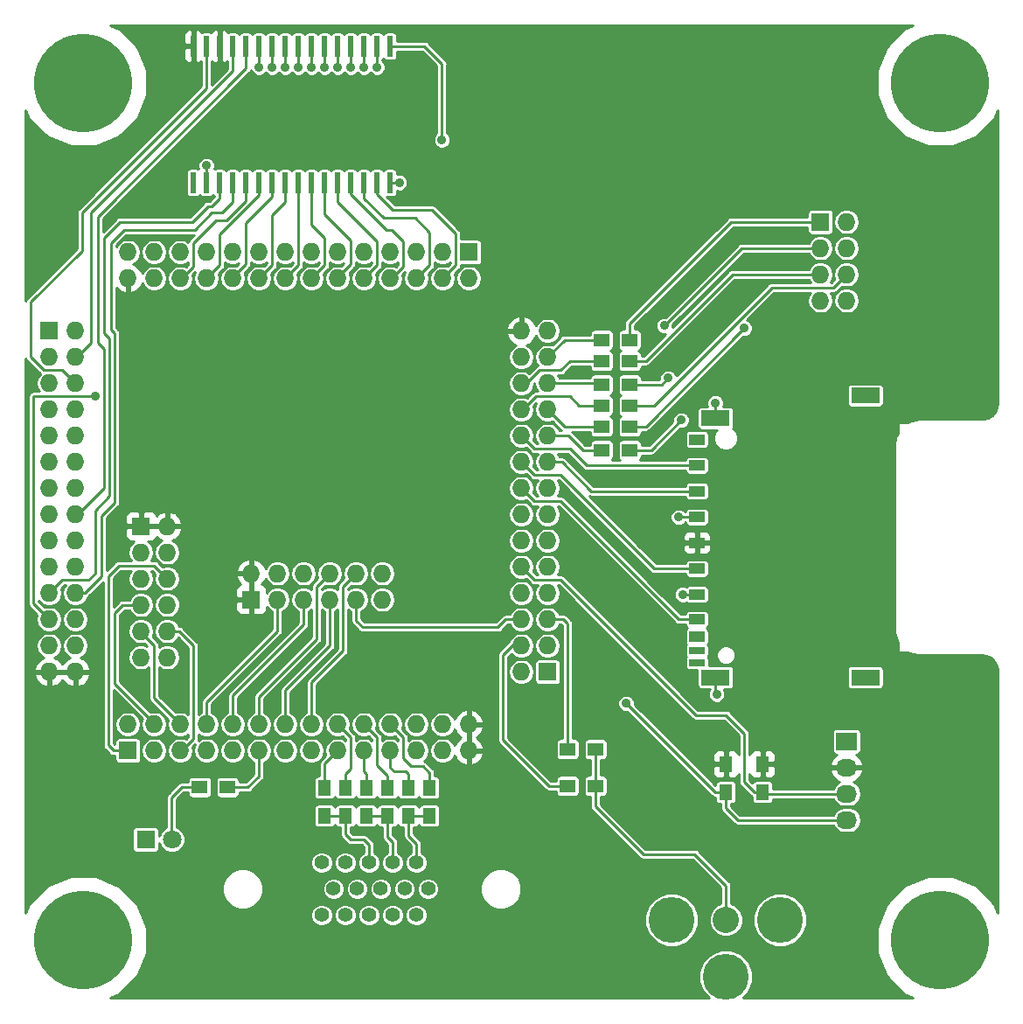
<source format=gbr>
G04 #@! TF.GenerationSoftware,KiCad,Pcbnew,(5.0.2)-1*
G04 #@! TF.CreationDate,2019-04-06T13:19:01-04:00*
G04 #@! TF.ProjectId,EP2C5-DB,45503243-352d-4444-922e-6b696361645f,X2*
G04 #@! TF.SameCoordinates,Original*
G04 #@! TF.FileFunction,Copper,L1,Top*
G04 #@! TF.FilePolarity,Positive*
%FSLAX46Y46*%
G04 Gerber Fmt 4.6, Leading zero omitted, Abs format (unit mm)*
G04 Created by KiCad (PCBNEW (5.0.2)-1) date 4/6/2019 1:19:01 PM*
%MOMM*%
%LPD*%
G01*
G04 APERTURE LIST*
G04 #@! TA.AperFunction,ComponentPad*
%ADD10C,9.525000*%
G04 #@! TD*
G04 #@! TA.AperFunction,ComponentPad*
%ADD11R,1.727200X1.727200*%
G04 #@! TD*
G04 #@! TA.AperFunction,ComponentPad*
%ADD12O,1.727200X1.727200*%
G04 #@! TD*
G04 #@! TA.AperFunction,ComponentPad*
%ADD13C,4.445000*%
G04 #@! TD*
G04 #@! TA.AperFunction,ComponentPad*
%ADD14C,2.540000*%
G04 #@! TD*
G04 #@! TA.AperFunction,SMDPad,CuDef*
%ADD15R,1.300000X1.500000*%
G04 #@! TD*
G04 #@! TA.AperFunction,SMDPad,CuDef*
%ADD16R,1.500000X1.300000*%
G04 #@! TD*
G04 #@! TA.AperFunction,ComponentPad*
%ADD17R,2.032000X1.727200*%
G04 #@! TD*
G04 #@! TA.AperFunction,ComponentPad*
%ADD18O,2.032000X1.727200*%
G04 #@! TD*
G04 #@! TA.AperFunction,ComponentPad*
%ADD19C,1.397000*%
G04 #@! TD*
G04 #@! TA.AperFunction,SMDPad,CuDef*
%ADD20R,0.600000X2.000000*%
G04 #@! TD*
G04 #@! TA.AperFunction,SMDPad,CuDef*
%ADD21R,1.500000X0.700000*%
G04 #@! TD*
G04 #@! TA.AperFunction,SMDPad,CuDef*
%ADD22R,1.500000X1.000000*%
G04 #@! TD*
G04 #@! TA.AperFunction,SMDPad,CuDef*
%ADD23R,2.800000X1.500000*%
G04 #@! TD*
G04 #@! TA.AperFunction,ComponentPad*
%ADD24R,1.800000X1.800000*%
G04 #@! TD*
G04 #@! TA.AperFunction,ComponentPad*
%ADD25C,1.800000*%
G04 #@! TD*
G04 #@! TA.AperFunction,ViaPad*
%ADD26C,0.889000*%
G04 #@! TD*
G04 #@! TA.AperFunction,Conductor*
%ADD27C,0.254000*%
G04 #@! TD*
G04 APERTURE END LIST*
D10*
G04 #@! TO.P,MTG3,1*
G04 #@! TO.N,N/C*
X99000000Y-16000000D03*
G04 #@! TD*
G04 #@! TO.P,MTG1,1*
G04 #@! TO.N,N/C*
X99000000Y-99000000D03*
G04 #@! TD*
D11*
G04 #@! TO.P,P1,1*
G04 #@! TO.N,/P40*
X20320000Y-80645000D03*
D12*
G04 #@! TO.P,P1,2*
G04 #@! TO.N,/P41*
X20320000Y-78105000D03*
G04 #@! TO.P,P1,3*
G04 #@! TO.N,/P42*
X22860000Y-80645000D03*
G04 #@! TO.P,P1,4*
G04 #@! TO.N,/P43*
X22860000Y-78105000D03*
G04 #@! TO.P,P1,5*
G04 #@! TO.N,/P44*
X25400000Y-80645000D03*
G04 #@! TO.P,P1,6*
G04 #@! TO.N,/P45*
X25400000Y-78105000D03*
G04 #@! TO.P,P1,7*
G04 #@! TO.N,/P47*
X27940000Y-80645000D03*
G04 #@! TO.P,P1,8*
G04 #@! TO.N,/P48*
X27940000Y-78105000D03*
G04 #@! TO.P,P1,9*
G04 #@! TO.N,/P51*
X30480000Y-80645000D03*
G04 #@! TO.P,P1,10*
G04 #@! TO.N,/P52*
X30480000Y-78105000D03*
G04 #@! TO.P,P1,11*
G04 #@! TO.N,/P53*
X33020000Y-80645000D03*
G04 #@! TO.P,P1,12*
G04 #@! TO.N,/P55*
X33020000Y-78105000D03*
G04 #@! TO.P,P1,13*
G04 #@! TO.N,N/C*
X35560000Y-80645000D03*
G04 #@! TO.P,P1,14*
G04 #@! TO.N,/P58*
X35560000Y-78105000D03*
G04 #@! TO.P,P1,15*
G04 #@! TO.N,N/C*
X38100000Y-80645000D03*
G04 #@! TO.P,P1,16*
G04 #@! TO.N,/P60*
X38100000Y-78105000D03*
G04 #@! TO.P,P1,17*
G04 #@! TO.N,/P63*
X40640000Y-80645000D03*
G04 #@! TO.P,P1,18*
G04 #@! TO.N,/P64*
X40640000Y-78105000D03*
G04 #@! TO.P,P1,19*
G04 #@! TO.N,/P65*
X43180000Y-80645000D03*
G04 #@! TO.P,P1,20*
G04 #@! TO.N,/P67*
X43180000Y-78105000D03*
G04 #@! TO.P,P1,21*
G04 #@! TO.N,/P69*
X45720000Y-80645000D03*
G04 #@! TO.P,P1,22*
G04 #@! TO.N,/P70*
X45720000Y-78105000D03*
G04 #@! TO.P,P1,23*
G04 #@! TO.N,/P71*
X48260000Y-80645000D03*
G04 #@! TO.P,P1,24*
G04 #@! TO.N,/P72*
X48260000Y-78105000D03*
G04 #@! TO.P,P1,25*
G04 #@! TO.N,GND*
X50800000Y-80645000D03*
G04 #@! TO.P,P1,26*
X50800000Y-78105000D03*
G04 #@! TO.P,P1,27*
G04 #@! TO.N,VCC*
X53340000Y-80645000D03*
G04 #@! TO.P,P1,28*
X53340000Y-78105000D03*
G04 #@! TD*
D11*
G04 #@! TO.P,P2,1*
G04 #@! TO.N,GND*
X60960000Y-73025000D03*
D12*
G04 #@! TO.P,P2,2*
X58420000Y-73025000D03*
G04 #@! TO.P,P2,3*
G04 #@! TO.N,N/C*
X60960000Y-70485000D03*
G04 #@! TO.P,P2,4*
G04 #@! TO.N,/P74*
X58420000Y-70485000D03*
G04 #@! TO.P,P2,5*
G04 #@! TO.N,/P75*
X60960000Y-67945000D03*
G04 #@! TO.P,P2,6*
G04 #@! TO.N,/P76*
X58420000Y-67945000D03*
G04 #@! TO.P,P2,7*
G04 #@! TO.N,N/C*
X60960000Y-65405000D03*
G04 #@! TO.P,P2,8*
X58420000Y-65405000D03*
G04 #@! TO.P,P2,9*
X60960000Y-62865000D03*
G04 #@! TO.P,P2,10*
G04 #@! TO.N,/P86*
X58420000Y-62865000D03*
G04 #@! TO.P,P2,11*
G04 #@! TO.N,/P87*
X60960000Y-60325000D03*
G04 #@! TO.P,P2,12*
G04 #@! TO.N,N/C*
X58420000Y-60325000D03*
G04 #@! TO.P,P2,13*
X60960000Y-57785000D03*
G04 #@! TO.P,P2,14*
X58420000Y-57785000D03*
G04 #@! TO.P,P2,15*
X60960000Y-55245000D03*
G04 #@! TO.P,P2,16*
G04 #@! TO.N,/P92*
X58420000Y-55245000D03*
G04 #@! TO.P,P2,17*
G04 #@! TO.N,/P93*
X60960000Y-52705000D03*
G04 #@! TO.P,P2,18*
G04 #@! TO.N,/P94*
X58420000Y-52705000D03*
G04 #@! TO.P,P2,19*
G04 #@! TO.N,/P96*
X60960000Y-50165000D03*
G04 #@! TO.P,P2,20*
G04 #@! TO.N,/P97*
X58420000Y-50165000D03*
G04 #@! TO.P,P2,21*
G04 #@! TO.N,/P99*
X60960000Y-47625000D03*
G04 #@! TO.P,P2,22*
G04 #@! TO.N,/P100*
X58420000Y-47625000D03*
G04 #@! TO.P,P2,23*
G04 #@! TO.N,/P101*
X60960000Y-45085000D03*
G04 #@! TO.P,P2,24*
G04 #@! TO.N,/P103*
X58420000Y-45085000D03*
G04 #@! TO.P,P2,25*
G04 #@! TO.N,/P104*
X60960000Y-42545000D03*
G04 #@! TO.P,P2,26*
G04 #@! TO.N,GND*
X58420000Y-42545000D03*
G04 #@! TO.P,P2,27*
X60960000Y-40005000D03*
G04 #@! TO.P,P2,28*
G04 #@! TO.N,VCC*
X58420000Y-40005000D03*
G04 #@! TD*
D11*
G04 #@! TO.P,P3,1*
G04 #@! TO.N,GND*
X53340000Y-32385000D03*
D12*
G04 #@! TO.P,P3,2*
X53340000Y-34925000D03*
G04 #@! TO.P,P3,3*
G04 #@! TO.N,/P112*
X50800000Y-32385000D03*
G04 #@! TO.P,P3,4*
G04 #@! TO.N,/P113*
X50800000Y-34925000D03*
G04 #@! TO.P,P3,5*
G04 #@! TO.N,/P114*
X48260000Y-32385000D03*
G04 #@! TO.P,P3,6*
G04 #@! TO.N,/P115*
X48260000Y-34925000D03*
G04 #@! TO.P,P3,7*
G04 #@! TO.N,/P118*
X45720000Y-32385000D03*
G04 #@! TO.P,P3,8*
G04 #@! TO.N,/P119*
X45720000Y-34925000D03*
G04 #@! TO.P,P3,9*
G04 #@! TO.N,/P120*
X43180000Y-32385000D03*
G04 #@! TO.P,P3,10*
G04 #@! TO.N,/P121*
X43180000Y-34925000D03*
G04 #@! TO.P,P3,11*
G04 #@! TO.N,/P122*
X40640000Y-32385000D03*
G04 #@! TO.P,P3,12*
G04 #@! TO.N,/P125*
X40640000Y-34925000D03*
G04 #@! TO.P,P3,13*
G04 #@! TO.N,/P126*
X38100000Y-32385000D03*
G04 #@! TO.P,P3,14*
G04 #@! TO.N,/P129*
X38100000Y-34925000D03*
G04 #@! TO.P,P3,15*
G04 #@! TO.N,/P132*
X35560000Y-32385000D03*
G04 #@! TO.P,P3,16*
G04 #@! TO.N,/P133*
X35560000Y-34925000D03*
G04 #@! TO.P,P3,17*
G04 #@! TO.N,/P134*
X33020000Y-32385000D03*
G04 #@! TO.P,P3,18*
G04 #@! TO.N,/P135*
X33020000Y-34925000D03*
G04 #@! TO.P,P3,19*
G04 #@! TO.N,/P136*
X30480000Y-32385000D03*
G04 #@! TO.P,P3,20*
G04 #@! TO.N,/P137*
X30480000Y-34925000D03*
G04 #@! TO.P,P3,21*
G04 #@! TO.N,/P139*
X27940000Y-32385000D03*
G04 #@! TO.P,P3,22*
G04 #@! TO.N,/P141*
X27940000Y-34925000D03*
G04 #@! TO.P,P3,23*
G04 #@! TO.N,/P142*
X25400000Y-32385000D03*
G04 #@! TO.P,P3,24*
G04 #@! TO.N,/P143*
X25400000Y-34925000D03*
G04 #@! TO.P,P3,25*
G04 #@! TO.N,N/C*
X22860000Y-32385000D03*
G04 #@! TO.P,P3,26*
G04 #@! TO.N,GND*
X22860000Y-34925000D03*
G04 #@! TO.P,P3,27*
X20320000Y-32385000D03*
G04 #@! TO.P,P3,28*
G04 #@! TO.N,VCC*
X20320000Y-34925000D03*
G04 #@! TD*
D11*
G04 #@! TO.P,P4,1*
G04 #@! TO.N,GND*
X12700000Y-40005000D03*
D12*
G04 #@! TO.P,P4,2*
X15240000Y-40005000D03*
G04 #@! TO.P,P4,3*
G04 #@! TO.N,N/C*
X12700000Y-42545000D03*
G04 #@! TO.P,P4,4*
G04 #@! TO.N,/P4*
X15240000Y-42545000D03*
G04 #@! TO.P,P4,5*
G04 #@! TO.N,N/C*
X12700000Y-45085000D03*
G04 #@! TO.P,P4,6*
G04 #@! TO.N,/P8*
X15240000Y-45085000D03*
G04 #@! TO.P,P4,7*
G04 #@! TO.N,N/C*
X12700000Y-47625000D03*
G04 #@! TO.P,P4,8*
G04 #@! TO.N,GND*
X15240000Y-47625000D03*
G04 #@! TO.P,P4,9*
X12700000Y-50165000D03*
G04 #@! TO.P,P4,10*
X15240000Y-50165000D03*
G04 #@! TO.P,P4,11*
G04 #@! TO.N,N/C*
X12700000Y-52705000D03*
G04 #@! TO.P,P4,12*
X15240000Y-52705000D03*
G04 #@! TO.P,P4,13*
X12700000Y-55245000D03*
G04 #@! TO.P,P4,14*
X15240000Y-55245000D03*
G04 #@! TO.P,P4,15*
G04 #@! TO.N,/P25*
X12700000Y-57785000D03*
G04 #@! TO.P,P4,16*
G04 #@! TO.N,/P24*
X15240000Y-57785000D03*
G04 #@! TO.P,P4,17*
G04 #@! TO.N,N/C*
X12700000Y-60325000D03*
G04 #@! TO.P,P4,18*
X15240000Y-60325000D03*
G04 #@! TO.P,P4,19*
X12700000Y-62865000D03*
G04 #@! TO.P,P4,20*
X15240000Y-62865000D03*
G04 #@! TO.P,P4,21*
G04 #@! TO.N,/P30*
X12700000Y-65405000D03*
G04 #@! TO.P,P4,22*
G04 #@! TO.N,/P28*
X15240000Y-65405000D03*
G04 #@! TO.P,P4,23*
G04 #@! TO.N,/P32*
X12700000Y-67945000D03*
G04 #@! TO.P,P4,24*
G04 #@! TO.N,/P31*
X15240000Y-67945000D03*
G04 #@! TO.P,P4,25*
G04 #@! TO.N,GND*
X12700000Y-70485000D03*
G04 #@! TO.P,P4,26*
X15240000Y-70485000D03*
G04 #@! TO.P,P4,27*
G04 #@! TO.N,VCC*
X12700000Y-73025000D03*
G04 #@! TO.P,P4,28*
X15240000Y-73025000D03*
G04 #@! TD*
D13*
G04 #@! TO.P,J2,1*
G04 #@! TO.N,GND*
X78232000Y-102539800D03*
G04 #@! TO.P,J2,2*
X83477100Y-97028000D03*
G04 #@! TO.P,J2,3*
X72986900Y-97028000D03*
D14*
G04 #@! TO.P,J2,4*
G04 #@! TO.N,Net-(J2-Pad4)*
X78232000Y-97028000D03*
G04 #@! TD*
D11*
G04 #@! TO.P,J6,1*
G04 #@! TO.N,VCC*
X21590000Y-58928000D03*
D12*
G04 #@! TO.P,J6,2*
X24130000Y-58928000D03*
G04 #@! TO.P,J6,3*
G04 #@! TO.N,/P25*
X21590000Y-61468000D03*
G04 #@! TO.P,J6,4*
G04 #@! TO.N,/P31*
X24130000Y-61468000D03*
G04 #@! TO.P,J6,5*
G04 #@! TO.N,/P41*
X21590000Y-64008000D03*
G04 #@! TO.P,J6,6*
G04 #@! TO.N,/P40*
X24130000Y-64008000D03*
G04 #@! TO.P,J6,7*
G04 #@! TO.N,/P43*
X21590000Y-66548000D03*
G04 #@! TO.P,J6,8*
G04 #@! TO.N,/P42*
X24130000Y-66548000D03*
G04 #@! TO.P,J6,9*
G04 #@! TO.N,/P45*
X21590000Y-69088000D03*
G04 #@! TO.P,J6,10*
G04 #@! TO.N,/P44*
X24130000Y-69088000D03*
G04 #@! TO.P,J6,11*
G04 #@! TO.N,GND*
X21590000Y-71628000D03*
G04 #@! TO.P,J6,12*
X24130000Y-71628000D03*
G04 #@! TD*
D15*
G04 #@! TO.P,R15,1*
G04 #@! TO.N,/P69*
X47498000Y-84248000D03*
G04 #@! TO.P,R15,2*
G04 #@! TO.N,Net-(J1-Pad1)*
X47498000Y-86948000D03*
G04 #@! TD*
G04 #@! TO.P,R16,1*
G04 #@! TO.N,/P70*
X49530000Y-84248000D03*
G04 #@! TO.P,R16,2*
G04 #@! TO.N,Net-(J1-Pad1)*
X49530000Y-86948000D03*
G04 #@! TD*
G04 #@! TO.P,R13,1*
G04 #@! TO.N,/P65*
X43434000Y-84248000D03*
G04 #@! TO.P,R13,2*
G04 #@! TO.N,Net-(J1-Pad2)*
X43434000Y-86948000D03*
G04 #@! TD*
G04 #@! TO.P,R14,1*
G04 #@! TO.N,/P67*
X45466000Y-84248000D03*
G04 #@! TO.P,R14,2*
G04 #@! TO.N,Net-(J1-Pad2)*
X45466000Y-86948000D03*
G04 #@! TD*
G04 #@! TO.P,R12,1*
G04 #@! TO.N,/P64*
X41402000Y-84248000D03*
G04 #@! TO.P,R12,2*
G04 #@! TO.N,Net-(J1-Pad3)*
X41402000Y-86948000D03*
G04 #@! TD*
D16*
G04 #@! TO.P,R9,1*
G04 #@! TO.N,/P75*
X62912000Y-80518000D03*
G04 #@! TO.P,R9,2*
G04 #@! TO.N,Net-(J2-Pad4)*
X65612000Y-80518000D03*
G04 #@! TD*
G04 #@! TO.P,R10,1*
G04 #@! TO.N,/P74*
X62912000Y-84074000D03*
G04 #@! TO.P,R10,2*
G04 #@! TO.N,Net-(J2-Pad4)*
X65612000Y-84074000D03*
G04 #@! TD*
D15*
G04 #@! TO.P,R8,1*
G04 #@! TO.N,VCC*
X81788000Y-81962000D03*
G04 #@! TO.P,R8,2*
G04 #@! TO.N,/P86*
X81788000Y-84662000D03*
G04 #@! TD*
G04 #@! TO.P,R7,1*
G04 #@! TO.N,VCC*
X78232000Y-81962000D03*
G04 #@! TO.P,R7,2*
G04 #@! TO.N,/P87*
X78232000Y-84662000D03*
G04 #@! TD*
D16*
G04 #@! TO.P,R1,1*
G04 #@! TO.N,/P104*
X66214000Y-40894000D03*
G04 #@! TO.P,R1,2*
G04 #@! TO.N,/RTS1*
X68914000Y-40894000D03*
G04 #@! TD*
G04 #@! TO.P,R3,1*
G04 #@! TO.N,/P101*
X66214000Y-45212000D03*
G04 #@! TO.P,R3,2*
G04 #@! TO.N,/RX1*
X68914000Y-45212000D03*
G04 #@! TD*
G04 #@! TO.P,R2,1*
G04 #@! TO.N,/P103*
X66214000Y-42926000D03*
G04 #@! TO.P,R2,2*
G04 #@! TO.N,/TX1*
X68914000Y-42926000D03*
G04 #@! TD*
G04 #@! TO.P,R6,1*
G04 #@! TO.N,/RTS2*
X68914000Y-51562000D03*
G04 #@! TO.P,R6,2*
G04 #@! TO.N,/P96*
X66214000Y-51562000D03*
G04 #@! TD*
G04 #@! TO.P,R5,1*
G04 #@! TO.N,/RX2*
X68914000Y-49276000D03*
G04 #@! TO.P,R5,2*
G04 #@! TO.N,/P99*
X66214000Y-49276000D03*
G04 #@! TD*
G04 #@! TO.P,R4,1*
G04 #@! TO.N,/TX2*
X68914000Y-47244000D03*
G04 #@! TO.P,R4,2*
G04 #@! TO.N,/P100*
X66214000Y-47244000D03*
G04 #@! TD*
D17*
G04 #@! TO.P,J3,1*
G04 #@! TO.N,GND*
X89916000Y-79756000D03*
D18*
G04 #@! TO.P,J3,2*
G04 #@! TO.N,VCC*
X89916000Y-82296000D03*
G04 #@! TO.P,J3,3*
G04 #@! TO.N,/P86*
X89916000Y-84836000D03*
G04 #@! TO.P,J3,4*
G04 #@! TO.N,/P87*
X89916000Y-87376000D03*
G04 #@! TD*
D11*
G04 #@! TO.P,J5,1*
G04 #@! TO.N,/RTS1*
X87376000Y-29464000D03*
D12*
G04 #@! TO.P,J5,2*
G04 #@! TO.N,/RTS2*
X89916000Y-29464000D03*
G04 #@! TO.P,J5,3*
G04 #@! TO.N,/RX1*
X87376000Y-32004000D03*
G04 #@! TO.P,J5,4*
G04 #@! TO.N,/RX2*
X89916000Y-32004000D03*
G04 #@! TO.P,J5,5*
G04 #@! TO.N,/TX1*
X87376000Y-34544000D03*
G04 #@! TO.P,J5,6*
G04 #@! TO.N,/TX2*
X89916000Y-34544000D03*
G04 #@! TO.P,J5,7*
G04 #@! TO.N,GND*
X87376000Y-37084000D03*
G04 #@! TO.P,J5,8*
X89916000Y-37084000D03*
G04 #@! TD*
D10*
G04 #@! TO.P,MTG2,1*
G04 #@! TO.N,N/C*
X16000000Y-99000000D03*
G04 #@! TD*
D15*
G04 #@! TO.P,R11,1*
G04 #@! TO.N,/P63*
X39370000Y-84248000D03*
G04 #@! TO.P,R11,2*
G04 #@! TO.N,Net-(J1-Pad3)*
X39370000Y-86948000D03*
G04 #@! TD*
D11*
G04 #@! TO.P,J8,1*
G04 #@! TO.N,VCC*
X32258000Y-66040000D03*
D12*
G04 #@! TO.P,J8,2*
X32258000Y-63500000D03*
G04 #@! TO.P,J8,3*
G04 #@! TO.N,/P48*
X34798000Y-66040000D03*
G04 #@! TO.P,J8,4*
G04 #@! TO.N,/P47*
X34798000Y-63500000D03*
G04 #@! TO.P,J8,5*
G04 #@! TO.N,/P52*
X37338000Y-66040000D03*
G04 #@! TO.P,J8,6*
G04 #@! TO.N,/P51*
X37338000Y-63500000D03*
G04 #@! TO.P,J8,7*
G04 #@! TO.N,/P58*
X39878000Y-66040000D03*
G04 #@! TO.P,J8,8*
G04 #@! TO.N,/P55*
X39878000Y-63500000D03*
G04 #@! TO.P,J8,9*
G04 #@! TO.N,/P76*
X42418000Y-66040000D03*
G04 #@! TO.P,J8,10*
G04 #@! TO.N,/P60*
X42418000Y-63500000D03*
G04 #@! TO.P,J8,11*
G04 #@! TO.N,GND*
X44958000Y-66040000D03*
G04 #@! TO.P,J8,12*
X44958000Y-63500000D03*
G04 #@! TD*
D19*
G04 #@! TO.P,J1,3*
G04 #@! TO.N,Net-(J1-Pad3)*
X43675300Y-91493340D03*
G04 #@! TO.P,J1,2*
G04 #@! TO.N,Net-(J1-Pad2)*
X45961300Y-91493340D03*
G04 #@! TO.P,J1,1*
G04 #@! TO.N,Net-(J1-Pad1)*
X48252380Y-91493340D03*
G04 #@! TO.P,J1,4*
G04 #@! TO.N,N/C*
X41381680Y-91493340D03*
G04 #@! TO.P,J1,5*
G04 #@! TO.N,GND*
X39093140Y-91493340D03*
G04 #@! TO.P,J1,9*
G04 #@! TO.N,N/C*
X42527220Y-94033340D03*
G04 #@! TO.P,J1,8*
G04 #@! TO.N,GND*
X44815760Y-94033340D03*
G04 #@! TO.P,J1,7*
X47106840Y-94033340D03*
G04 #@! TO.P,J1,6*
X49397920Y-94033340D03*
G04 #@! TO.P,J1,10*
X40236140Y-94033340D03*
G04 #@! TO.P,J1,11*
G04 #@! TO.N,N/C*
X48252380Y-96573340D03*
G04 #@! TO.P,J1,12*
X45961300Y-96573340D03*
G04 #@! TO.P,J1,13*
G04 #@! TO.N,/P71*
X43672760Y-96570800D03*
G04 #@! TO.P,J1,14*
G04 #@! TO.N,/P72*
X41381680Y-96573340D03*
G04 #@! TO.P,J1,15*
G04 #@! TO.N,N/C*
X39093140Y-96573340D03*
G04 #@! TD*
D10*
G04 #@! TO.P,MTG4,1*
G04 #@! TO.N,N/C*
X16000000Y-16000000D03*
G04 #@! TD*
D20*
G04 #@! TO.P,U1,1*
G04 #@! TO.N,N/C*
X26670000Y-25650000D03*
G04 #@! TO.P,U1,2*
G04 #@! TO.N,/P32*
X27940000Y-25650000D03*
G04 #@! TO.P,U1,3*
G04 #@! TO.N,/P30*
X29210000Y-25650000D03*
G04 #@! TO.P,U1,4*
G04 #@! TO.N,/P28*
X30480000Y-25650000D03*
G04 #@! TO.P,U1,5*
G04 #@! TO.N,/P143*
X31750000Y-25650000D03*
G04 #@! TO.P,U1,6*
G04 #@! TO.N,/P141*
X33020000Y-25650000D03*
G04 #@! TO.P,U1,7*
G04 #@! TO.N,/P137*
X34290000Y-25650000D03*
G04 #@! TO.P,U1,8*
G04 #@! TO.N,/P135*
X35560000Y-25650000D03*
G04 #@! TO.P,U1,9*
G04 #@! TO.N,/P133*
X36830000Y-25650000D03*
G04 #@! TO.P,U1,10*
G04 #@! TO.N,/P129*
X38100000Y-25650000D03*
G04 #@! TO.P,U1,11*
G04 #@! TO.N,/P125*
X39370000Y-25650000D03*
G04 #@! TO.P,U1,12*
G04 #@! TO.N,/P121*
X40640000Y-25650000D03*
G04 #@! TO.P,U1,13*
G04 #@! TO.N,/P119*
X41910000Y-25650000D03*
G04 #@! TO.P,U1,14*
G04 #@! TO.N,/P115*
X43180000Y-25650000D03*
G04 #@! TO.P,U1,15*
G04 #@! TO.N,/P113*
X44450000Y-25650000D03*
G04 #@! TO.P,U1,16*
G04 #@! TO.N,GND*
X45720000Y-25650000D03*
G04 #@! TO.P,U1,17*
G04 #@! TO.N,/P112*
X45720000Y-12450000D03*
G04 #@! TO.P,U1,18*
G04 #@! TO.N,/P114*
X44450000Y-12450000D03*
G04 #@! TO.P,U1,19*
G04 #@! TO.N,/P118*
X43180000Y-12450000D03*
G04 #@! TO.P,U1,20*
G04 #@! TO.N,/P120*
X41910000Y-12450000D03*
G04 #@! TO.P,U1,21*
G04 #@! TO.N,/P122*
X40640000Y-12450000D03*
G04 #@! TO.P,U1,22*
G04 #@! TO.N,/P126*
X39370000Y-12450000D03*
G04 #@! TO.P,U1,23*
G04 #@! TO.N,/P132*
X38100000Y-12450000D03*
G04 #@! TO.P,U1,24*
G04 #@! TO.N,/P134*
X36830000Y-12450000D03*
G04 #@! TO.P,U1,25*
G04 #@! TO.N,/P136*
X35560000Y-12450000D03*
G04 #@! TO.P,U1,26*
G04 #@! TO.N,/P139*
X34290000Y-12450000D03*
G04 #@! TO.P,U1,27*
G04 #@! TO.N,/P142*
X33020000Y-12450000D03*
G04 #@! TO.P,U1,28*
G04 #@! TO.N,/P24*
X31750000Y-12450000D03*
G04 #@! TO.P,U1,29*
G04 #@! TO.N,/P4*
X30480000Y-12450000D03*
G04 #@! TO.P,U1,30*
G04 #@! TO.N,VCC*
X29210000Y-12450000D03*
G04 #@! TO.P,U1,31*
G04 #@! TO.N,/P8*
X27940000Y-12450000D03*
G04 #@! TO.P,U1,32*
G04 #@! TO.N,VCC*
X26670000Y-12450000D03*
G04 #@! TD*
D21*
G04 #@! TO.P,J4,11*
G04 #@! TO.N,N/C*
X75432000Y-72132000D03*
G04 #@! TO.P,J4,10*
X75432000Y-70992000D03*
D22*
G04 #@! TO.P,J4,2*
G04 #@! TO.N,/P93*
X75432000Y-55532000D03*
G04 #@! TO.P,J4,1*
G04 #@! TO.N,/P97*
X75432000Y-53032000D03*
G04 #@! TO.P,J4,3*
G04 #@! TO.N,GND*
X75432000Y-58032000D03*
G04 #@! TO.P,J4,4*
G04 #@! TO.N,VCC*
X75432000Y-60532000D03*
G04 #@! TO.P,J4,5*
G04 #@! TO.N,/P94*
X75432000Y-63032000D03*
G04 #@! TO.P,J4,6*
G04 #@! TO.N,GND*
X75432000Y-65532000D03*
G04 #@! TO.P,J4,7*
G04 #@! TO.N,/P92*
X75432000Y-67952000D03*
G04 #@! TO.P,J4,8*
G04 #@! TO.N,N/C*
X75432000Y-69652000D03*
G04 #@! TO.P,J4,9*
X75432000Y-50532000D03*
D23*
G04 #@! TO.P,J4,12*
G04 #@! TO.N,GND*
X77232000Y-48462000D03*
G04 #@! TO.P,J4,13*
X77232000Y-73562000D03*
G04 #@! TO.P,J4,14*
G04 #@! TO.N,N/C*
X91732000Y-73562000D03*
G04 #@! TO.P,J4,15*
X91732000Y-46262000D03*
G04 #@! TD*
D24*
G04 #@! TO.P,DS1,1*
G04 #@! TO.N,GND*
X22047200Y-89255600D03*
D25*
G04 #@! TO.P,DS1,2*
G04 #@! TO.N,Net-(DS1-Pad2)*
X24587200Y-89255600D03*
G04 #@! TD*
D16*
G04 #@! TO.P,R17,1*
G04 #@! TO.N,/P53*
X29988500Y-84201000D03*
G04 #@! TO.P,R17,2*
G04 #@! TO.N,Net-(DS1-Pad2)*
X27288500Y-84201000D03*
G04 #@! TD*
D26*
G04 #@! TO.N,GND*
X46609000Y-25654000D03*
X74041000Y-65532000D03*
X73660000Y-58039000D03*
X77216000Y-46990000D03*
X77343000Y-75184000D03*
G04 #@! TO.N,/P112*
X50736500Y-21526500D03*
G04 #@! TO.N,/P114*
X44450000Y-14478000D03*
G04 #@! TO.N,/P118*
X43180000Y-14478000D03*
G04 #@! TO.N,/P120*
X41910000Y-14478000D03*
G04 #@! TO.N,/P122*
X40640000Y-14478000D03*
G04 #@! TO.N,/P132*
X38100000Y-14478000D03*
G04 #@! TO.N,/P134*
X36830000Y-14478000D03*
G04 #@! TO.N,/P136*
X35560000Y-14478000D03*
G04 #@! TO.N,/P139*
X34290000Y-14478000D03*
G04 #@! TO.N,/P142*
X33020000Y-14478000D03*
G04 #@! TO.N,/P87*
X68580000Y-76073000D03*
G04 #@! TO.N,/RTS2*
X73914000Y-48641000D03*
G04 #@! TO.N,/RX1*
X72263000Y-39497000D03*
X72644000Y-44577000D03*
G04 #@! TO.N,/RX2*
X80010000Y-39751000D03*
G04 #@! TO.N,/P32*
X17145000Y-46355000D03*
X27940000Y-24003000D03*
G04 #@! TO.N,/P126*
X39370000Y-14478000D03*
G04 #@! TD*
D27*
G04 #@! TO.N,GND*
X45720000Y-25650000D02*
X46605000Y-25650000D01*
X46605000Y-25650000D02*
X46609000Y-25654000D01*
X75432000Y-65532000D02*
X74041000Y-65532000D01*
X75432000Y-58032000D02*
X73667000Y-58032000D01*
X73667000Y-58032000D02*
X73660000Y-58039000D01*
X77232000Y-48462000D02*
X77232000Y-47006000D01*
X77232000Y-47006000D02*
X77216000Y-46990000D01*
X77232000Y-73562000D02*
X77232000Y-75073000D01*
X77232000Y-75073000D02*
X77343000Y-75184000D01*
G04 #@! TO.N,/P63*
X39370000Y-84248000D02*
X39370000Y-81915000D01*
X39370000Y-81915000D02*
X40640000Y-80645000D01*
G04 #@! TO.N,/P64*
X41402000Y-84248000D02*
X41402000Y-82931000D01*
X41910000Y-79375000D02*
X40640000Y-78105000D01*
X41910000Y-82423000D02*
X41910000Y-79375000D01*
X41402000Y-82931000D02*
X41910000Y-82423000D01*
G04 #@! TO.N,/P65*
X43434000Y-84248000D02*
X43434000Y-82931000D01*
X43180000Y-82677000D02*
X43180000Y-80645000D01*
X43434000Y-82931000D02*
X43180000Y-82677000D01*
G04 #@! TO.N,/P67*
X45466000Y-84248000D02*
X45466000Y-83058000D01*
X44450000Y-79375000D02*
X43180000Y-78105000D01*
X44450000Y-82042000D02*
X44450000Y-79375000D01*
X45466000Y-83058000D02*
X44450000Y-82042000D01*
G04 #@! TO.N,/P112*
X45720000Y-12450000D02*
X49026000Y-12450000D01*
X50736500Y-14160500D02*
X50736500Y-21526500D01*
X49026000Y-12450000D02*
X50736500Y-14160500D01*
G04 #@! TO.N,/P113*
X44450000Y-25650000D02*
X44450000Y-26797000D01*
X49784000Y-28321000D02*
X52070000Y-30607000D01*
X45974000Y-28321000D02*
X49784000Y-28321000D01*
X44450000Y-26797000D02*
X45974000Y-28321000D01*
X50800000Y-34925000D02*
X52070000Y-33655000D01*
X52070000Y-33655000D02*
X52070000Y-30607000D01*
G04 #@! TO.N,/P114*
X44450000Y-12450000D02*
X44450000Y-14478000D01*
G04 #@! TO.N,/P115*
X43180000Y-25650000D02*
X43180000Y-27178000D01*
X48133000Y-29083000D02*
X49530000Y-30480000D01*
X45085000Y-29083000D02*
X48133000Y-29083000D01*
X43180000Y-27178000D02*
X45085000Y-29083000D01*
X48260000Y-34925000D02*
X49530000Y-33655000D01*
X49530000Y-33655000D02*
X49530000Y-30480000D01*
G04 #@! TO.N,/P118*
X43180000Y-12450000D02*
X43180000Y-14478000D01*
G04 #@! TO.N,/P119*
X41910000Y-25650000D02*
X41910000Y-26797000D01*
X45339000Y-30226000D02*
X45847000Y-30226000D01*
X41910000Y-26797000D02*
X45339000Y-30226000D01*
X45720000Y-34925000D02*
X45847000Y-34925000D01*
X45847000Y-34925000D02*
X46990000Y-33782000D01*
X46990000Y-33782000D02*
X46990000Y-31369000D01*
X46990000Y-31369000D02*
X45847000Y-30226000D01*
G04 #@! TO.N,/P120*
X41910000Y-12450000D02*
X41910000Y-14478000D01*
G04 #@! TO.N,/P121*
X43180000Y-34925000D02*
X44450000Y-33655000D01*
X40640000Y-27559000D02*
X40640000Y-25650000D01*
X44450000Y-31369000D02*
X40640000Y-27559000D01*
X44450000Y-33655000D02*
X44450000Y-31369000D01*
G04 #@! TO.N,/P122*
X40640000Y-14478000D02*
X40640000Y-12450000D01*
G04 #@! TO.N,/P125*
X40640000Y-34925000D02*
X40640000Y-34798000D01*
X40640000Y-34798000D02*
X41910000Y-33528000D01*
X41910000Y-33528000D02*
X41910000Y-31242000D01*
X41910000Y-31242000D02*
X39370000Y-28702000D01*
X39370000Y-28702000D02*
X39370000Y-25650000D01*
G04 #@! TO.N,/P129*
X38100000Y-34925000D02*
X39370000Y-33655000D01*
X38100000Y-29718000D02*
X38100000Y-25650000D01*
X39370000Y-30988000D02*
X38100000Y-29718000D01*
X39370000Y-33655000D02*
X39370000Y-30988000D01*
G04 #@! TO.N,/P132*
X38100000Y-14478000D02*
X38100000Y-12450000D01*
G04 #@! TO.N,/P133*
X35560000Y-34925000D02*
X36830000Y-33655000D01*
X36830000Y-33655000D02*
X36830000Y-25650000D01*
G04 #@! TO.N,/P134*
X36830000Y-12450000D02*
X36830000Y-14478000D01*
G04 #@! TO.N,/P135*
X33020000Y-34925000D02*
X34290000Y-33655000D01*
X35560000Y-27559000D02*
X35560000Y-25650000D01*
X34290000Y-28829000D02*
X35560000Y-27559000D01*
X34290000Y-33655000D02*
X34290000Y-28829000D01*
G04 #@! TO.N,/P136*
X35560000Y-14478000D02*
X35560000Y-12450000D01*
G04 #@! TO.N,/P137*
X30480000Y-34925000D02*
X30480000Y-34798000D01*
X30480000Y-34798000D02*
X31750000Y-33528000D01*
X31750000Y-33528000D02*
X31750000Y-29591000D01*
X31750000Y-29591000D02*
X34290000Y-27051000D01*
X34290000Y-27051000D02*
X34290000Y-25650000D01*
G04 #@! TO.N,/P139*
X34290000Y-12450000D02*
X34290000Y-14478000D01*
G04 #@! TO.N,/P141*
X27940000Y-34925000D02*
X29210000Y-33655000D01*
X33020000Y-26880424D02*
X33020000Y-25650000D01*
X29210000Y-30690424D02*
X33020000Y-26880424D01*
X29210000Y-33655000D02*
X29210000Y-30690424D01*
G04 #@! TO.N,/P142*
X33020000Y-14478000D02*
X33020000Y-12450000D01*
G04 #@! TO.N,/P143*
X26670000Y-33401000D02*
X26670000Y-31496000D01*
X26670000Y-31496000D02*
X28829000Y-29337000D01*
X25400000Y-34925000D02*
X25527000Y-34925000D01*
X25527000Y-34925000D02*
X26670000Y-33782000D01*
X26670000Y-33782000D02*
X26670000Y-33401000D01*
X28829000Y-29337000D02*
X29845000Y-29337000D01*
X29845000Y-29337000D02*
X31750000Y-27432000D01*
X31750000Y-27432000D02*
X31750000Y-25650000D01*
G04 #@! TO.N,/P8*
X15240000Y-45085000D02*
X13970000Y-43815000D01*
X15875000Y-32258000D02*
X15875000Y-28575000D01*
X10922000Y-37211000D02*
X15875000Y-32258000D01*
X10922000Y-42545000D02*
X10922000Y-37211000D01*
X12192000Y-43815000D02*
X10922000Y-42545000D01*
X13970000Y-43815000D02*
X12192000Y-43815000D01*
X15875000Y-28575000D02*
X27940000Y-16510000D01*
X27940000Y-16510000D02*
X27940000Y-12450000D01*
G04 #@! TO.N,/P24*
X18033998Y-48895000D02*
X18033998Y-41782998D01*
X31750000Y-14605000D02*
X31750000Y-12450000D01*
X17399000Y-28956000D02*
X31750000Y-14605000D01*
X17399000Y-41148000D02*
X17399000Y-28956000D01*
X18033998Y-41782998D02*
X17399000Y-41148000D01*
X18033998Y-55245000D02*
X18033998Y-48895000D01*
X15493998Y-57785000D02*
X18033998Y-55245000D01*
X15240000Y-57785000D02*
X15493998Y-57785000D01*
G04 #@! TO.N,/P30*
X18034000Y-34036000D02*
X18034000Y-30988000D01*
X26543000Y-29464000D02*
X28067000Y-27940000D01*
X19558000Y-29464000D02*
X26543000Y-29464000D01*
X18034000Y-30988000D02*
X19558000Y-29464000D01*
X18542000Y-44323000D02*
X18542000Y-40767000D01*
X18034000Y-40259000D02*
X18034000Y-34036000D01*
X18542000Y-40767000D02*
X18034000Y-40259000D01*
X17145000Y-57404000D02*
X17145000Y-63500000D01*
X18542000Y-56007000D02*
X17145000Y-57404000D01*
X29210000Y-25650000D02*
X29210000Y-27178000D01*
X29210000Y-27178000D02*
X28448000Y-27940000D01*
X28448000Y-27940000D02*
X28067000Y-27940000D01*
X13970000Y-64135000D02*
X12700000Y-65405000D01*
X16510000Y-64135000D02*
X13970000Y-64135000D01*
X17145000Y-63500000D02*
X16510000Y-64135000D01*
X18542000Y-44323000D02*
X18542000Y-56007000D01*
G04 #@! TO.N,/P28*
X18669000Y-34544000D02*
X18669000Y-31496000D01*
X26797000Y-30226000D02*
X28448000Y-28575000D01*
X19939000Y-30226000D02*
X26797000Y-30226000D01*
X18669000Y-31496000D02*
X19939000Y-30226000D01*
X19050002Y-43688000D02*
X19050002Y-40259002D01*
X18669000Y-39878000D02*
X18669000Y-34544000D01*
X19050002Y-40259002D02*
X18669000Y-39878000D01*
X17780000Y-57912000D02*
X17780000Y-63754000D01*
X19050002Y-56641998D02*
X17780000Y-57912000D01*
X15240000Y-65405000D02*
X16129000Y-65405000D01*
X16129000Y-65405000D02*
X17780000Y-63754000D01*
X30480000Y-27559000D02*
X30480000Y-25650000D01*
X28448000Y-28575000D02*
X29464000Y-28575000D01*
X29464000Y-28575000D02*
X30480000Y-27559000D01*
X19050002Y-56641998D02*
X19050002Y-43688000D01*
G04 #@! TO.N,/P4*
X15240000Y-42545000D02*
X15367000Y-42545000D01*
X15367000Y-42545000D02*
X16764000Y-41148000D01*
X16764000Y-28575000D02*
X30480000Y-14859000D01*
X16764000Y-41148000D02*
X16764000Y-28575000D01*
X15240000Y-42545000D02*
X15621000Y-42545000D01*
X30480000Y-14859000D02*
X30480000Y-12450000D01*
G04 #@! TO.N,/P86*
X59690000Y-64135000D02*
X62230000Y-64135000D01*
X75311000Y-77216000D02*
X78232000Y-77216000D01*
X62230000Y-64135000D02*
X75311000Y-77216000D01*
X81788000Y-84662000D02*
X80979000Y-84662000D01*
X59690000Y-64135000D02*
X58420000Y-62865000D01*
X80010000Y-78994000D02*
X78232000Y-77216000D01*
X80010000Y-83693000D02*
X80010000Y-78994000D01*
X80979000Y-84662000D02*
X80010000Y-83693000D01*
X89916000Y-84836000D02*
X81962000Y-84836000D01*
X81962000Y-84836000D02*
X81788000Y-84662000D01*
G04 #@! TO.N,/P87*
X78232000Y-84662000D02*
X77169000Y-84662000D01*
X77169000Y-84662000D02*
X68580000Y-76073000D01*
X89916000Y-87376000D02*
X79375000Y-87376000D01*
X78232000Y-86233000D02*
X78232000Y-84662000D01*
X79375000Y-87376000D02*
X78232000Y-86233000D01*
G04 #@! TO.N,/P96*
X66214000Y-51562000D02*
X64389000Y-51562000D01*
X62992000Y-50165000D02*
X60960000Y-50165000D01*
X64389000Y-51562000D02*
X62992000Y-50165000D01*
G04 #@! TO.N,/P99*
X66214000Y-49276000D02*
X62611000Y-49276000D01*
X62611000Y-49276000D02*
X60960000Y-47625000D01*
G04 #@! TO.N,/P100*
X58420000Y-47625000D02*
X58547000Y-47625000D01*
X58547000Y-47625000D02*
X59817000Y-46355000D01*
X59817000Y-46355000D02*
X63119000Y-46355000D01*
X63119000Y-46355000D02*
X64008000Y-47244000D01*
X64008000Y-47244000D02*
X66214000Y-47244000D01*
G04 #@! TO.N,/P101*
X60960000Y-45085000D02*
X66087000Y-45085000D01*
X66087000Y-45085000D02*
X66214000Y-45212000D01*
G04 #@! TO.N,/P103*
X58420000Y-45085000D02*
X58928000Y-45085000D01*
X58928000Y-45085000D02*
X60198000Y-43815000D01*
X60198000Y-43815000D02*
X62230000Y-43815000D01*
X62230000Y-43815000D02*
X63119000Y-42926000D01*
X63119000Y-42926000D02*
X66214000Y-42926000D01*
G04 #@! TO.N,/P104*
X66214000Y-40894000D02*
X62611000Y-40894000D01*
X62611000Y-40894000D02*
X60960000Y-42545000D01*
G04 #@! TO.N,/P74*
X58420000Y-70485000D02*
X57531000Y-70485000D01*
X61087000Y-84074000D02*
X62912000Y-84074000D01*
X56642000Y-79629000D02*
X61087000Y-84074000D01*
X56642000Y-71374000D02*
X56642000Y-79629000D01*
X57531000Y-70485000D02*
X56642000Y-71374000D01*
G04 #@! TO.N,/P75*
X60960000Y-67945000D02*
X62484000Y-67945000D01*
X62912000Y-68373000D02*
X62912000Y-80518000D01*
X62484000Y-67945000D02*
X62912000Y-68373000D01*
G04 #@! TO.N,/P97*
X75432000Y-53032000D02*
X64716000Y-53032000D01*
X59690000Y-51435000D02*
X58420000Y-50165000D01*
X63119000Y-51435000D02*
X59690000Y-51435000D01*
X64716000Y-53032000D02*
X63119000Y-51435000D01*
G04 #@! TO.N,/P94*
X75432000Y-63032000D02*
X71287000Y-63032000D01*
X59690000Y-53975000D02*
X58420000Y-52705000D01*
X62230000Y-53975000D02*
X59690000Y-53975000D01*
X71287000Y-63032000D02*
X62230000Y-53975000D01*
X58420000Y-52705000D02*
X58420000Y-52832000D01*
G04 #@! TO.N,/P40*
X24130000Y-64008000D02*
X22860000Y-62738000D01*
X18923000Y-80645000D02*
X20320000Y-80645000D01*
X18415000Y-80137000D02*
X18923000Y-80645000D01*
X18415000Y-63754000D02*
X18415000Y-80137000D01*
X19431000Y-62738000D02*
X18415000Y-63754000D01*
X22860000Y-62738000D02*
X19431000Y-62738000D01*
G04 #@! TO.N,/P43*
X22860000Y-78105000D02*
X22860000Y-77978000D01*
X22860000Y-77978000D02*
X19050000Y-74168000D01*
X19050000Y-74168000D02*
X19050000Y-67310000D01*
X19050000Y-67310000D02*
X19812000Y-66548000D01*
X19812000Y-66548000D02*
X21590000Y-66548000D01*
G04 #@! TO.N,/P44*
X25400000Y-80645000D02*
X25527000Y-80645000D01*
X25527000Y-80645000D02*
X26670000Y-79502000D01*
X25273000Y-69088000D02*
X24130000Y-69088000D01*
X26670000Y-70485000D02*
X25273000Y-69088000D01*
X26670000Y-79502000D02*
X26670000Y-70485000D01*
X25400000Y-80518000D02*
X25400000Y-80645000D01*
G04 #@! TO.N,/P45*
X21590000Y-69088000D02*
X21590000Y-69215000D01*
X21590000Y-69215000D02*
X22860000Y-70485000D01*
X22860000Y-70485000D02*
X22860000Y-75565000D01*
X22860000Y-75565000D02*
X25400000Y-78105000D01*
G04 #@! TO.N,/P48*
X27940000Y-78105000D02*
X27940000Y-75946000D01*
X34798000Y-69088000D02*
X34798000Y-66040000D01*
X27940000Y-75946000D02*
X34798000Y-69088000D01*
G04 #@! TO.N,/P69*
X47498000Y-84248000D02*
X47498000Y-82931000D01*
X45720000Y-82296000D02*
X45720000Y-80645000D01*
X46101000Y-82677000D02*
X45720000Y-82296000D01*
X47244000Y-82677000D02*
X46101000Y-82677000D01*
X47498000Y-82931000D02*
X47244000Y-82677000D01*
X45720000Y-80645000D02*
X45720000Y-81407000D01*
G04 #@! TO.N,/P70*
X45720000Y-78105000D02*
X46990000Y-79375000D01*
X49530000Y-82804000D02*
X49530000Y-84248000D01*
X48895000Y-82169000D02*
X49530000Y-82804000D01*
X47752000Y-82169000D02*
X48895000Y-82169000D01*
X46990000Y-81407000D02*
X47752000Y-82169000D01*
X46990000Y-79375000D02*
X46990000Y-81407000D01*
G04 #@! TO.N,/RTS1*
X87376000Y-29464000D02*
X78740000Y-29464000D01*
X68914000Y-39290000D02*
X68914000Y-40894000D01*
X78740000Y-29464000D02*
X68914000Y-39290000D01*
G04 #@! TO.N,/RTS2*
X73914000Y-48641000D02*
X70993000Y-51562000D01*
X70993000Y-51562000D02*
X68914000Y-51562000D01*
X89916000Y-29464000D02*
X89916000Y-29718000D01*
G04 #@! TO.N,/RX1*
X87376000Y-32004000D02*
X79756000Y-32004000D01*
X79756000Y-32004000D02*
X72263000Y-39497000D01*
X68914000Y-45212000D02*
X72009000Y-45212000D01*
X72009000Y-45212000D02*
X72644000Y-44577000D01*
G04 #@! TO.N,/RX2*
X68914000Y-49276000D02*
X70485000Y-49276000D01*
X70485000Y-49276000D02*
X80010000Y-39751000D01*
G04 #@! TO.N,/TX1*
X87376000Y-34544000D02*
X78867000Y-34544000D01*
X78867000Y-34544000D02*
X70485000Y-42926000D01*
X68914000Y-42926000D02*
X70485000Y-42926000D01*
G04 #@! TO.N,/TX2*
X82677000Y-35814000D02*
X71247000Y-47244000D01*
X68914000Y-47244000D02*
X71247000Y-47244000D01*
X88646000Y-35814000D02*
X89916000Y-34544000D01*
X82677000Y-35814000D02*
X88646000Y-35814000D01*
G04 #@! TO.N,Net-(J1-Pad3)*
X41402000Y-86948000D02*
X41402000Y-88773000D01*
X43675300Y-89776300D02*
X43675300Y-91493340D01*
X43180000Y-89281000D02*
X43675300Y-89776300D01*
X41910000Y-89281000D02*
X43180000Y-89281000D01*
X41402000Y-88773000D02*
X41910000Y-89281000D01*
X39370000Y-86948000D02*
X41402000Y-86948000D01*
G04 #@! TO.N,Net-(J1-Pad2)*
X45466000Y-86948000D02*
X45466000Y-89027000D01*
X45961300Y-89522300D02*
X45961300Y-91493340D01*
X45466000Y-89027000D02*
X45961300Y-89522300D01*
X43434000Y-86948000D02*
X45466000Y-86948000D01*
G04 #@! TO.N,Net-(J1-Pad1)*
X47498000Y-86948000D02*
X47498000Y-88900000D01*
X48252380Y-89654380D02*
X48252380Y-91493340D01*
X47498000Y-88900000D02*
X48252380Y-89654380D01*
X49530000Y-86948000D02*
X47498000Y-86948000D01*
G04 #@! TO.N,Net-(J2-Pad4)*
X65612000Y-84074000D02*
X65612000Y-80518000D01*
X78232000Y-97028000D02*
X78232000Y-93726000D01*
X65612000Y-86059000D02*
X65612000Y-84074000D01*
X70231000Y-90678000D02*
X65612000Y-86059000D01*
X75184000Y-90678000D02*
X70231000Y-90678000D01*
X78232000Y-93726000D02*
X75184000Y-90678000D01*
G04 #@! TO.N,/P52*
X30480000Y-78105000D02*
X30480000Y-75311000D01*
X37338000Y-68453000D02*
X37338000Y-66040000D01*
X30480000Y-75311000D02*
X37338000Y-68453000D01*
G04 #@! TO.N,/P92*
X75432000Y-67952000D02*
X73667000Y-67952000D01*
X73667000Y-67952000D02*
X62230000Y-56515000D01*
X58420000Y-55245000D02*
X59690000Y-56515000D01*
X59690000Y-56515000D02*
X62230000Y-56515000D01*
G04 #@! TO.N,/P93*
X75432000Y-55532000D02*
X65184000Y-55532000D01*
X62357000Y-52705000D02*
X60960000Y-52705000D01*
X65184000Y-55532000D02*
X62357000Y-52705000D01*
G04 #@! TO.N,/P53*
X29988500Y-84201000D02*
X31940500Y-84201000D01*
X33020000Y-83121500D02*
X33020000Y-80645000D01*
X31940500Y-84201000D02*
X33020000Y-83121500D01*
G04 #@! TO.N,/P55*
X33020000Y-78105000D02*
X33020000Y-75438000D01*
X38608000Y-64770000D02*
X39878000Y-63500000D01*
X38608000Y-69850000D02*
X38608000Y-64770000D01*
X33020000Y-75438000D02*
X38608000Y-69850000D01*
X33020000Y-78105000D02*
X33020000Y-77723998D01*
X33020000Y-78105000D02*
X33020000Y-77597000D01*
G04 #@! TO.N,/P58*
X35560000Y-78105000D02*
X35560000Y-74803000D01*
X39878000Y-70485000D02*
X39878000Y-66040000D01*
X35560000Y-74803000D02*
X39878000Y-70485000D01*
X35560000Y-78105000D02*
X35560000Y-77851000D01*
G04 #@! TO.N,/P60*
X38100000Y-78105000D02*
X38100000Y-74041000D01*
X41148000Y-64770000D02*
X42418000Y-63500000D01*
X41148000Y-70993000D02*
X41148000Y-64770000D01*
X38100000Y-74041000D02*
X41148000Y-70993000D01*
G04 #@! TO.N,/P32*
X17145000Y-46355000D02*
X11176000Y-46355000D01*
X11176000Y-46355000D02*
X11176000Y-66421000D01*
X27940000Y-25650000D02*
X27940000Y-24003000D01*
X11176000Y-66421000D02*
X12700000Y-67945000D01*
G04 #@! TO.N,Net-(DS1-Pad2)*
X24574500Y-89281000D02*
X24574500Y-85153500D01*
X25527000Y-84201000D02*
X27288500Y-84201000D01*
X24574500Y-85153500D02*
X25527000Y-84201000D01*
G04 #@! TO.N,/P76*
X42418000Y-66040000D02*
X42418000Y-68072000D01*
X56896000Y-67945000D02*
X58420000Y-67945000D01*
X56134000Y-68707000D02*
X56896000Y-67945000D01*
X43053000Y-68707000D02*
X56134000Y-68707000D01*
X42418000Y-68072000D02*
X43053000Y-68707000D01*
G04 #@! TO.N,/P126*
X39370000Y-12450000D02*
X39370000Y-14478000D01*
G04 #@! TD*
G04 #@! TO.N,VCC*
G36*
X95510923Y-10778228D02*
X93778228Y-12510923D01*
X92840500Y-14774799D01*
X92840500Y-17225201D01*
X93778228Y-19489077D01*
X95510923Y-21221772D01*
X97774799Y-22159500D01*
X100225201Y-22159500D01*
X102489077Y-21221772D01*
X104221772Y-19489077D01*
X104569001Y-18650792D01*
X104569000Y-46969296D01*
X104501714Y-47439133D01*
X104318104Y-47842962D01*
X104028532Y-48179027D01*
X103656274Y-48420312D01*
X103216988Y-48551687D01*
X102984006Y-48569000D01*
X96957555Y-48569000D01*
X96941780Y-48572138D01*
X96672441Y-48592153D01*
X96629495Y-48601595D01*
X96585943Y-48607561D01*
X96580888Y-48609039D01*
X96037604Y-48771516D01*
X95984511Y-48796048D01*
X95931108Y-48819936D01*
X95926672Y-48822773D01*
X95849181Y-48873000D01*
X95000000Y-48873000D01*
X94951399Y-48882667D01*
X94910197Y-48910197D01*
X94882667Y-48951399D01*
X94873000Y-49000000D01*
X94873000Y-49853479D01*
X94688040Y-50260277D01*
X94671624Y-50316416D01*
X94654520Y-50372358D01*
X94653742Y-50377567D01*
X94575003Y-50927376D01*
X94569000Y-50957556D01*
X94569001Y-69042445D01*
X94572137Y-69058212D01*
X94592153Y-69327559D01*
X94601593Y-69370493D01*
X94607560Y-69414057D01*
X94609039Y-69419111D01*
X94771516Y-69962396D01*
X94796041Y-70015474D01*
X94819936Y-70068892D01*
X94822773Y-70073328D01*
X94873000Y-70150819D01*
X94873000Y-71000000D01*
X94882667Y-71048601D01*
X94910197Y-71089803D01*
X94951399Y-71117333D01*
X95000000Y-71127000D01*
X95853478Y-71127000D01*
X96260276Y-71311960D01*
X96316428Y-71328380D01*
X96372358Y-71345480D01*
X96377566Y-71346258D01*
X96927372Y-71424996D01*
X96957555Y-71431000D01*
X102969295Y-71431000D01*
X103439133Y-71498286D01*
X103842963Y-71681897D01*
X104179027Y-71971468D01*
X104420312Y-72343727D01*
X104551687Y-72783012D01*
X104569000Y-73015994D01*
X104569001Y-96349208D01*
X104221772Y-95510923D01*
X102489077Y-93778228D01*
X100225201Y-92840500D01*
X97774799Y-92840500D01*
X95510923Y-93778228D01*
X93778228Y-95510923D01*
X92840500Y-97774799D01*
X92840500Y-100225201D01*
X93778228Y-102489077D01*
X95510923Y-104221772D01*
X96349206Y-104569000D01*
X79884706Y-104569000D01*
X80439141Y-104014565D01*
X80835500Y-103057668D01*
X80835500Y-102021932D01*
X80439141Y-101065035D01*
X79706765Y-100332659D01*
X78749868Y-99936300D01*
X77714132Y-99936300D01*
X76757235Y-100332659D01*
X76024859Y-101065035D01*
X75628500Y-102021932D01*
X75628500Y-103057668D01*
X76024859Y-104014565D01*
X76579294Y-104569000D01*
X18650794Y-104569000D01*
X19489077Y-104221772D01*
X21221772Y-102489077D01*
X22159500Y-100225201D01*
X22159500Y-97774799D01*
X21572898Y-96358614D01*
X38013640Y-96358614D01*
X38013640Y-96788066D01*
X38177984Y-97184828D01*
X38481652Y-97488496D01*
X38878414Y-97652840D01*
X39307866Y-97652840D01*
X39704628Y-97488496D01*
X40008296Y-97184828D01*
X40172640Y-96788066D01*
X40172640Y-96358614D01*
X40302180Y-96358614D01*
X40302180Y-96788066D01*
X40466524Y-97184828D01*
X40770192Y-97488496D01*
X41166954Y-97652840D01*
X41596406Y-97652840D01*
X41993168Y-97488496D01*
X42296836Y-97184828D01*
X42461180Y-96788066D01*
X42461180Y-96358614D01*
X42460128Y-96356074D01*
X42593260Y-96356074D01*
X42593260Y-96785526D01*
X42757604Y-97182288D01*
X43061272Y-97485956D01*
X43458034Y-97650300D01*
X43887486Y-97650300D01*
X44284248Y-97485956D01*
X44587916Y-97182288D01*
X44752260Y-96785526D01*
X44752260Y-96358614D01*
X44881800Y-96358614D01*
X44881800Y-96788066D01*
X45046144Y-97184828D01*
X45349812Y-97488496D01*
X45746574Y-97652840D01*
X46176026Y-97652840D01*
X46572788Y-97488496D01*
X46876456Y-97184828D01*
X47040800Y-96788066D01*
X47040800Y-96358614D01*
X47172880Y-96358614D01*
X47172880Y-96788066D01*
X47337224Y-97184828D01*
X47640892Y-97488496D01*
X48037654Y-97652840D01*
X48467106Y-97652840D01*
X48863868Y-97488496D01*
X49167536Y-97184828D01*
X49331880Y-96788066D01*
X49331880Y-96510132D01*
X70383400Y-96510132D01*
X70383400Y-97545868D01*
X70779759Y-98502765D01*
X71512135Y-99235141D01*
X72469032Y-99631500D01*
X73504768Y-99631500D01*
X74461665Y-99235141D01*
X75194041Y-98502765D01*
X75590400Y-97545868D01*
X75590400Y-96510132D01*
X75194041Y-95553235D01*
X74461665Y-94820859D01*
X73504768Y-94424500D01*
X72469032Y-94424500D01*
X71512135Y-94820859D01*
X70779759Y-95553235D01*
X70383400Y-96510132D01*
X49331880Y-96510132D01*
X49331880Y-96358614D01*
X49167536Y-95961852D01*
X48863868Y-95658184D01*
X48467106Y-95493840D01*
X48037654Y-95493840D01*
X47640892Y-95658184D01*
X47337224Y-95961852D01*
X47172880Y-96358614D01*
X47040800Y-96358614D01*
X46876456Y-95961852D01*
X46572788Y-95658184D01*
X46176026Y-95493840D01*
X45746574Y-95493840D01*
X45349812Y-95658184D01*
X45046144Y-95961852D01*
X44881800Y-96358614D01*
X44752260Y-96358614D01*
X44752260Y-96356074D01*
X44587916Y-95959312D01*
X44284248Y-95655644D01*
X43887486Y-95491300D01*
X43458034Y-95491300D01*
X43061272Y-95655644D01*
X42757604Y-95959312D01*
X42593260Y-96356074D01*
X42460128Y-96356074D01*
X42296836Y-95961852D01*
X41993168Y-95658184D01*
X41596406Y-95493840D01*
X41166954Y-95493840D01*
X40770192Y-95658184D01*
X40466524Y-95961852D01*
X40302180Y-96358614D01*
X40172640Y-96358614D01*
X40008296Y-95961852D01*
X39704628Y-95658184D01*
X39307866Y-95493840D01*
X38878414Y-95493840D01*
X38481652Y-95658184D01*
X38177984Y-95961852D01*
X38013640Y-96358614D01*
X21572898Y-96358614D01*
X21221772Y-95510923D01*
X19489077Y-93778228D01*
X19153664Y-93639295D01*
X29466740Y-93639295D01*
X29466740Y-94427385D01*
X29768329Y-95155486D01*
X30325594Y-95712751D01*
X31053695Y-96014340D01*
X31841785Y-96014340D01*
X32569886Y-95712751D01*
X33127151Y-95155486D01*
X33428740Y-94427385D01*
X33428740Y-93818614D01*
X39156640Y-93818614D01*
X39156640Y-94248066D01*
X39320984Y-94644828D01*
X39624652Y-94948496D01*
X40021414Y-95112840D01*
X40450866Y-95112840D01*
X40847628Y-94948496D01*
X41151296Y-94644828D01*
X41315640Y-94248066D01*
X41315640Y-93818614D01*
X41447720Y-93818614D01*
X41447720Y-94248066D01*
X41612064Y-94644828D01*
X41915732Y-94948496D01*
X42312494Y-95112840D01*
X42741946Y-95112840D01*
X43138708Y-94948496D01*
X43442376Y-94644828D01*
X43606720Y-94248066D01*
X43606720Y-93818614D01*
X43736260Y-93818614D01*
X43736260Y-94248066D01*
X43900604Y-94644828D01*
X44204272Y-94948496D01*
X44601034Y-95112840D01*
X45030486Y-95112840D01*
X45427248Y-94948496D01*
X45730916Y-94644828D01*
X45895260Y-94248066D01*
X45895260Y-93818614D01*
X46027340Y-93818614D01*
X46027340Y-94248066D01*
X46191684Y-94644828D01*
X46495352Y-94948496D01*
X46892114Y-95112840D01*
X47321566Y-95112840D01*
X47718328Y-94948496D01*
X48021996Y-94644828D01*
X48186340Y-94248066D01*
X48186340Y-93818614D01*
X48318420Y-93818614D01*
X48318420Y-94248066D01*
X48482764Y-94644828D01*
X48786432Y-94948496D01*
X49183194Y-95112840D01*
X49612646Y-95112840D01*
X50009408Y-94948496D01*
X50313076Y-94644828D01*
X50477420Y-94248066D01*
X50477420Y-93818614D01*
X50403144Y-93639295D01*
X54455260Y-93639295D01*
X54455260Y-94427385D01*
X54756849Y-95155486D01*
X55314114Y-95712751D01*
X56042215Y-96014340D01*
X56830305Y-96014340D01*
X57558406Y-95712751D01*
X58115671Y-95155486D01*
X58417260Y-94427385D01*
X58417260Y-93639295D01*
X58115671Y-92911194D01*
X57558406Y-92353929D01*
X56830305Y-92052340D01*
X56042215Y-92052340D01*
X55314114Y-92353929D01*
X54756849Y-92911194D01*
X54455260Y-93639295D01*
X50403144Y-93639295D01*
X50313076Y-93421852D01*
X50009408Y-93118184D01*
X49612646Y-92953840D01*
X49183194Y-92953840D01*
X48786432Y-93118184D01*
X48482764Y-93421852D01*
X48318420Y-93818614D01*
X48186340Y-93818614D01*
X48021996Y-93421852D01*
X47718328Y-93118184D01*
X47321566Y-92953840D01*
X46892114Y-92953840D01*
X46495352Y-93118184D01*
X46191684Y-93421852D01*
X46027340Y-93818614D01*
X45895260Y-93818614D01*
X45730916Y-93421852D01*
X45427248Y-93118184D01*
X45030486Y-92953840D01*
X44601034Y-92953840D01*
X44204272Y-93118184D01*
X43900604Y-93421852D01*
X43736260Y-93818614D01*
X43606720Y-93818614D01*
X43442376Y-93421852D01*
X43138708Y-93118184D01*
X42741946Y-92953840D01*
X42312494Y-92953840D01*
X41915732Y-93118184D01*
X41612064Y-93421852D01*
X41447720Y-93818614D01*
X41315640Y-93818614D01*
X41151296Y-93421852D01*
X40847628Y-93118184D01*
X40450866Y-92953840D01*
X40021414Y-92953840D01*
X39624652Y-93118184D01*
X39320984Y-93421852D01*
X39156640Y-93818614D01*
X33428740Y-93818614D01*
X33428740Y-93639295D01*
X33127151Y-92911194D01*
X32569886Y-92353929D01*
X31841785Y-92052340D01*
X31053695Y-92052340D01*
X30325594Y-92353929D01*
X29768329Y-92911194D01*
X29466740Y-93639295D01*
X19153664Y-93639295D01*
X17225201Y-92840500D01*
X14774799Y-92840500D01*
X12510923Y-93778228D01*
X10778228Y-95510923D01*
X10431000Y-96349206D01*
X10431000Y-91278614D01*
X38013640Y-91278614D01*
X38013640Y-91708066D01*
X38177984Y-92104828D01*
X38481652Y-92408496D01*
X38878414Y-92572840D01*
X39307866Y-92572840D01*
X39704628Y-92408496D01*
X40008296Y-92104828D01*
X40172640Y-91708066D01*
X40172640Y-91278614D01*
X40302180Y-91278614D01*
X40302180Y-91708066D01*
X40466524Y-92104828D01*
X40770192Y-92408496D01*
X41166954Y-92572840D01*
X41596406Y-92572840D01*
X41993168Y-92408496D01*
X42296836Y-92104828D01*
X42461180Y-91708066D01*
X42461180Y-91278614D01*
X42296836Y-90881852D01*
X41993168Y-90578184D01*
X41596406Y-90413840D01*
X41166954Y-90413840D01*
X40770192Y-90578184D01*
X40466524Y-90881852D01*
X40302180Y-91278614D01*
X40172640Y-91278614D01*
X40008296Y-90881852D01*
X39704628Y-90578184D01*
X39307866Y-90413840D01*
X38878414Y-90413840D01*
X38481652Y-90578184D01*
X38177984Y-90881852D01*
X38013640Y-91278614D01*
X10431000Y-91278614D01*
X10431000Y-88355600D01*
X20758736Y-88355600D01*
X20758736Y-90155600D01*
X20788306Y-90304259D01*
X20872514Y-90430286D01*
X20998541Y-90514494D01*
X21147200Y-90544064D01*
X22947200Y-90544064D01*
X23095859Y-90514494D01*
X23221886Y-90430286D01*
X23306094Y-90304259D01*
X23335664Y-90155600D01*
X23335664Y-89581539D01*
X23501221Y-89981228D01*
X23861572Y-90341579D01*
X24332393Y-90536600D01*
X24842007Y-90536600D01*
X25312828Y-90341579D01*
X25673179Y-89981228D01*
X25868200Y-89510407D01*
X25868200Y-89000793D01*
X25673179Y-88529972D01*
X25312828Y-88169621D01*
X25082500Y-88074216D01*
X25082500Y-86198000D01*
X38331536Y-86198000D01*
X38331536Y-87698000D01*
X38361106Y-87846659D01*
X38445314Y-87972686D01*
X38571341Y-88056894D01*
X38720000Y-88086464D01*
X40020000Y-88086464D01*
X40168659Y-88056894D01*
X40294686Y-87972686D01*
X40378894Y-87846659D01*
X40386000Y-87810935D01*
X40393106Y-87846659D01*
X40477314Y-87972686D01*
X40603341Y-88056894D01*
X40752000Y-88086464D01*
X40894001Y-88086464D01*
X40894001Y-88722967D01*
X40884049Y-88773000D01*
X40923475Y-88971211D01*
X41007412Y-89096832D01*
X41007415Y-89096835D01*
X41035754Y-89139247D01*
X41078166Y-89167586D01*
X41515412Y-89604832D01*
X41543753Y-89647247D01*
X41711788Y-89759525D01*
X41859968Y-89789000D01*
X41859972Y-89789000D01*
X41909999Y-89798951D01*
X41960026Y-89789000D01*
X42969580Y-89789000D01*
X43167300Y-89986721D01*
X43167300Y-90535318D01*
X43063812Y-90578184D01*
X42760144Y-90881852D01*
X42595800Y-91278614D01*
X42595800Y-91708066D01*
X42760144Y-92104828D01*
X43063812Y-92408496D01*
X43460574Y-92572840D01*
X43890026Y-92572840D01*
X44286788Y-92408496D01*
X44590456Y-92104828D01*
X44754800Y-91708066D01*
X44754800Y-91278614D01*
X44590456Y-90881852D01*
X44286788Y-90578184D01*
X44183300Y-90535318D01*
X44183300Y-89826328D01*
X44193251Y-89776300D01*
X44183300Y-89726272D01*
X44183300Y-89726268D01*
X44153825Y-89578088D01*
X44131684Y-89544952D01*
X44069888Y-89452467D01*
X44069886Y-89452465D01*
X44041547Y-89410053D01*
X43999135Y-89381714D01*
X43574588Y-88957167D01*
X43546247Y-88914753D01*
X43378212Y-88802475D01*
X43230032Y-88773000D01*
X43230028Y-88773000D01*
X43180000Y-88763049D01*
X43129972Y-88773000D01*
X42120420Y-88773000D01*
X41910000Y-88562580D01*
X41910000Y-88086464D01*
X42052000Y-88086464D01*
X42200659Y-88056894D01*
X42326686Y-87972686D01*
X42410894Y-87846659D01*
X42418000Y-87810935D01*
X42425106Y-87846659D01*
X42509314Y-87972686D01*
X42635341Y-88056894D01*
X42784000Y-88086464D01*
X44084000Y-88086464D01*
X44232659Y-88056894D01*
X44358686Y-87972686D01*
X44442894Y-87846659D01*
X44450000Y-87810935D01*
X44457106Y-87846659D01*
X44541314Y-87972686D01*
X44667341Y-88056894D01*
X44816000Y-88086464D01*
X44958001Y-88086464D01*
X44958001Y-88976967D01*
X44948049Y-89027000D01*
X44987475Y-89225211D01*
X45071412Y-89350832D01*
X45071415Y-89350835D01*
X45099754Y-89393247D01*
X45142165Y-89421586D01*
X45453300Y-89732721D01*
X45453301Y-90535318D01*
X45349812Y-90578184D01*
X45046144Y-90881852D01*
X44881800Y-91278614D01*
X44881800Y-91708066D01*
X45046144Y-92104828D01*
X45349812Y-92408496D01*
X45746574Y-92572840D01*
X46176026Y-92572840D01*
X46572788Y-92408496D01*
X46876456Y-92104828D01*
X47040800Y-91708066D01*
X47040800Y-91278614D01*
X46876456Y-90881852D01*
X46572788Y-90578184D01*
X46469300Y-90535318D01*
X46469300Y-89572328D01*
X46479251Y-89522300D01*
X46469300Y-89472272D01*
X46469300Y-89472268D01*
X46439825Y-89324088D01*
X46415801Y-89288133D01*
X46355888Y-89198467D01*
X46355886Y-89198465D01*
X46327547Y-89156053D01*
X46285135Y-89127714D01*
X45974000Y-88816580D01*
X45974000Y-88086464D01*
X46116000Y-88086464D01*
X46264659Y-88056894D01*
X46390686Y-87972686D01*
X46474894Y-87846659D01*
X46482000Y-87810935D01*
X46489106Y-87846659D01*
X46573314Y-87972686D01*
X46699341Y-88056894D01*
X46848000Y-88086464D01*
X46990001Y-88086464D01*
X46990001Y-88849967D01*
X46980049Y-88900000D01*
X47019475Y-89098211D01*
X47103412Y-89223832D01*
X47103415Y-89223835D01*
X47131754Y-89266247D01*
X47174166Y-89294586D01*
X47744380Y-89864800D01*
X47744380Y-90535318D01*
X47640892Y-90578184D01*
X47337224Y-90881852D01*
X47172880Y-91278614D01*
X47172880Y-91708066D01*
X47337224Y-92104828D01*
X47640892Y-92408496D01*
X48037654Y-92572840D01*
X48467106Y-92572840D01*
X48863868Y-92408496D01*
X49167536Y-92104828D01*
X49331880Y-91708066D01*
X49331880Y-91278614D01*
X49167536Y-90881852D01*
X48863868Y-90578184D01*
X48760380Y-90535318D01*
X48760380Y-89704407D01*
X48770331Y-89654379D01*
X48760380Y-89604349D01*
X48760380Y-89604348D01*
X48730905Y-89456168D01*
X48618627Y-89288133D01*
X48576213Y-89259793D01*
X48006000Y-88689580D01*
X48006000Y-88086464D01*
X48148000Y-88086464D01*
X48296659Y-88056894D01*
X48422686Y-87972686D01*
X48506894Y-87846659D01*
X48514000Y-87810935D01*
X48521106Y-87846659D01*
X48605314Y-87972686D01*
X48731341Y-88056894D01*
X48880000Y-88086464D01*
X50180000Y-88086464D01*
X50328659Y-88056894D01*
X50454686Y-87972686D01*
X50538894Y-87846659D01*
X50568464Y-87698000D01*
X50568464Y-86198000D01*
X50538894Y-86049341D01*
X50454686Y-85923314D01*
X50328659Y-85839106D01*
X50180000Y-85809536D01*
X48880000Y-85809536D01*
X48731341Y-85839106D01*
X48605314Y-85923314D01*
X48521106Y-86049341D01*
X48514000Y-86085065D01*
X48506894Y-86049341D01*
X48422686Y-85923314D01*
X48296659Y-85839106D01*
X48148000Y-85809536D01*
X46848000Y-85809536D01*
X46699341Y-85839106D01*
X46573314Y-85923314D01*
X46489106Y-86049341D01*
X46482000Y-86085065D01*
X46474894Y-86049341D01*
X46390686Y-85923314D01*
X46264659Y-85839106D01*
X46116000Y-85809536D01*
X44816000Y-85809536D01*
X44667341Y-85839106D01*
X44541314Y-85923314D01*
X44457106Y-86049341D01*
X44450000Y-86085065D01*
X44442894Y-86049341D01*
X44358686Y-85923314D01*
X44232659Y-85839106D01*
X44084000Y-85809536D01*
X42784000Y-85809536D01*
X42635341Y-85839106D01*
X42509314Y-85923314D01*
X42425106Y-86049341D01*
X42418000Y-86085065D01*
X42410894Y-86049341D01*
X42326686Y-85923314D01*
X42200659Y-85839106D01*
X42052000Y-85809536D01*
X40752000Y-85809536D01*
X40603341Y-85839106D01*
X40477314Y-85923314D01*
X40393106Y-86049341D01*
X40386000Y-86085065D01*
X40378894Y-86049341D01*
X40294686Y-85923314D01*
X40168659Y-85839106D01*
X40020000Y-85809536D01*
X38720000Y-85809536D01*
X38571341Y-85839106D01*
X38445314Y-85923314D01*
X38361106Y-86049341D01*
X38331536Y-86198000D01*
X25082500Y-86198000D01*
X25082500Y-85363920D01*
X25737420Y-84709000D01*
X26150036Y-84709000D01*
X26150036Y-84851000D01*
X26179606Y-84999659D01*
X26263814Y-85125686D01*
X26389841Y-85209894D01*
X26538500Y-85239464D01*
X28038500Y-85239464D01*
X28187159Y-85209894D01*
X28313186Y-85125686D01*
X28397394Y-84999659D01*
X28426964Y-84851000D01*
X28426964Y-83551000D01*
X28850036Y-83551000D01*
X28850036Y-84851000D01*
X28879606Y-84999659D01*
X28963814Y-85125686D01*
X29089841Y-85209894D01*
X29238500Y-85239464D01*
X30738500Y-85239464D01*
X30887159Y-85209894D01*
X31013186Y-85125686D01*
X31097394Y-84999659D01*
X31126964Y-84851000D01*
X31126964Y-84709000D01*
X31890472Y-84709000D01*
X31940500Y-84718951D01*
X31990528Y-84709000D01*
X31990532Y-84709000D01*
X32138712Y-84679525D01*
X32306747Y-84567247D01*
X32335088Y-84524832D01*
X33343833Y-83516087D01*
X33370902Y-83498000D01*
X38331536Y-83498000D01*
X38331536Y-84998000D01*
X38361106Y-85146659D01*
X38445314Y-85272686D01*
X38571341Y-85356894D01*
X38720000Y-85386464D01*
X40020000Y-85386464D01*
X40168659Y-85356894D01*
X40294686Y-85272686D01*
X40378894Y-85146659D01*
X40386000Y-85110935D01*
X40393106Y-85146659D01*
X40477314Y-85272686D01*
X40603341Y-85356894D01*
X40752000Y-85386464D01*
X42052000Y-85386464D01*
X42200659Y-85356894D01*
X42326686Y-85272686D01*
X42410894Y-85146659D01*
X42418000Y-85110935D01*
X42425106Y-85146659D01*
X42509314Y-85272686D01*
X42635341Y-85356894D01*
X42784000Y-85386464D01*
X44084000Y-85386464D01*
X44232659Y-85356894D01*
X44358686Y-85272686D01*
X44442894Y-85146659D01*
X44450000Y-85110935D01*
X44457106Y-85146659D01*
X44541314Y-85272686D01*
X44667341Y-85356894D01*
X44816000Y-85386464D01*
X46116000Y-85386464D01*
X46264659Y-85356894D01*
X46390686Y-85272686D01*
X46474894Y-85146659D01*
X46482000Y-85110935D01*
X46489106Y-85146659D01*
X46573314Y-85272686D01*
X46699341Y-85356894D01*
X46848000Y-85386464D01*
X48148000Y-85386464D01*
X48296659Y-85356894D01*
X48422686Y-85272686D01*
X48506894Y-85146659D01*
X48514000Y-85110935D01*
X48521106Y-85146659D01*
X48605314Y-85272686D01*
X48731341Y-85356894D01*
X48880000Y-85386464D01*
X50180000Y-85386464D01*
X50328659Y-85356894D01*
X50454686Y-85272686D01*
X50538894Y-85146659D01*
X50568464Y-84998000D01*
X50568464Y-83498000D01*
X50538894Y-83349341D01*
X50454686Y-83223314D01*
X50328659Y-83139106D01*
X50180000Y-83109536D01*
X50038000Y-83109536D01*
X50038000Y-82854028D01*
X50047951Y-82804000D01*
X50038000Y-82753972D01*
X50038000Y-82753968D01*
X50008525Y-82605788D01*
X49933972Y-82494212D01*
X49924588Y-82480167D01*
X49924586Y-82480165D01*
X49896247Y-82437753D01*
X49853835Y-82409414D01*
X49289587Y-81845167D01*
X49261247Y-81802753D01*
X49093212Y-81690475D01*
X48971723Y-81666309D01*
X49157306Y-81542306D01*
X49432387Y-81130619D01*
X49528983Y-80645000D01*
X49432387Y-80159381D01*
X49157306Y-79747694D01*
X48745619Y-79472613D01*
X48382581Y-79400400D01*
X48137419Y-79400400D01*
X47774381Y-79472613D01*
X47498000Y-79657285D01*
X47498000Y-79425027D01*
X47507951Y-79374999D01*
X47498000Y-79324969D01*
X47498000Y-79324968D01*
X47468525Y-79176788D01*
X47441106Y-79135753D01*
X47384588Y-79051167D01*
X47384586Y-79051165D01*
X47356247Y-79008753D01*
X47313836Y-78980415D01*
X46897639Y-78564218D01*
X46988983Y-78105000D01*
X46991017Y-78105000D01*
X47087613Y-78590619D01*
X47362694Y-79002306D01*
X47774381Y-79277387D01*
X48137419Y-79349600D01*
X48382581Y-79349600D01*
X48745619Y-79277387D01*
X49157306Y-79002306D01*
X49432387Y-78590619D01*
X49528983Y-78105000D01*
X49531017Y-78105000D01*
X49627613Y-78590619D01*
X49902694Y-79002306D01*
X50314381Y-79277387D01*
X50677419Y-79349600D01*
X50922581Y-79349600D01*
X51285619Y-79277387D01*
X51697306Y-79002306D01*
X51955916Y-78615270D01*
X52133179Y-78993490D01*
X52551152Y-79375000D01*
X52133179Y-79756510D01*
X51955916Y-80134730D01*
X51697306Y-79747694D01*
X51285619Y-79472613D01*
X50922581Y-79400400D01*
X50677419Y-79400400D01*
X50314381Y-79472613D01*
X49902694Y-79747694D01*
X49627613Y-80159381D01*
X49531017Y-80645000D01*
X49627613Y-81130619D01*
X49902694Y-81542306D01*
X50314381Y-81817387D01*
X50677419Y-81889600D01*
X50922581Y-81889600D01*
X51285619Y-81817387D01*
X51697306Y-81542306D01*
X51955916Y-81155270D01*
X52133179Y-81533490D01*
X52565053Y-81927688D01*
X52980974Y-82099958D01*
X53213000Y-81978817D01*
X53213000Y-80772000D01*
X53467000Y-80772000D01*
X53467000Y-81978817D01*
X53699026Y-82099958D01*
X54114947Y-81927688D01*
X54546821Y-81533490D01*
X54794968Y-81004027D01*
X54674469Y-80772000D01*
X53467000Y-80772000D01*
X53213000Y-80772000D01*
X53193000Y-80772000D01*
X53193000Y-80518000D01*
X53213000Y-80518000D01*
X53213000Y-78232000D01*
X53467000Y-78232000D01*
X53467000Y-80518000D01*
X54674469Y-80518000D01*
X54794968Y-80285973D01*
X54546821Y-79756510D01*
X54128848Y-79375000D01*
X54546821Y-78993490D01*
X54794968Y-78464027D01*
X54674469Y-78232000D01*
X53467000Y-78232000D01*
X53213000Y-78232000D01*
X53193000Y-78232000D01*
X53193000Y-77978000D01*
X53213000Y-77978000D01*
X53213000Y-76771183D01*
X53467000Y-76771183D01*
X53467000Y-77978000D01*
X54674469Y-77978000D01*
X54794968Y-77745973D01*
X54546821Y-77216510D01*
X54114947Y-76822312D01*
X53699026Y-76650042D01*
X53467000Y-76771183D01*
X53213000Y-76771183D01*
X52980974Y-76650042D01*
X52565053Y-76822312D01*
X52133179Y-77216510D01*
X51955916Y-77594730D01*
X51697306Y-77207694D01*
X51285619Y-76932613D01*
X50922581Y-76860400D01*
X50677419Y-76860400D01*
X50314381Y-76932613D01*
X49902694Y-77207694D01*
X49627613Y-77619381D01*
X49531017Y-78105000D01*
X49528983Y-78105000D01*
X49432387Y-77619381D01*
X49157306Y-77207694D01*
X48745619Y-76932613D01*
X48382581Y-76860400D01*
X48137419Y-76860400D01*
X47774381Y-76932613D01*
X47362694Y-77207694D01*
X47087613Y-77619381D01*
X46991017Y-78105000D01*
X46988983Y-78105000D01*
X46892387Y-77619381D01*
X46617306Y-77207694D01*
X46205619Y-76932613D01*
X45842581Y-76860400D01*
X45597419Y-76860400D01*
X45234381Y-76932613D01*
X44822694Y-77207694D01*
X44547613Y-77619381D01*
X44451017Y-78105000D01*
X44547613Y-78590619D01*
X44822694Y-79002306D01*
X45234381Y-79277387D01*
X45597419Y-79349600D01*
X45842581Y-79349600D01*
X46179218Y-79282639D01*
X46482000Y-79585421D01*
X46482000Y-79657285D01*
X46205619Y-79472613D01*
X45842581Y-79400400D01*
X45597419Y-79400400D01*
X45234381Y-79472613D01*
X44958000Y-79657285D01*
X44958000Y-79425027D01*
X44967951Y-79374999D01*
X44958000Y-79324969D01*
X44958000Y-79324968D01*
X44928525Y-79176788D01*
X44901106Y-79135753D01*
X44844588Y-79051167D01*
X44844586Y-79051165D01*
X44816247Y-79008753D01*
X44773835Y-78980414D01*
X44357639Y-78564218D01*
X44448983Y-78105000D01*
X44352387Y-77619381D01*
X44077306Y-77207694D01*
X43665619Y-76932613D01*
X43302581Y-76860400D01*
X43057419Y-76860400D01*
X42694381Y-76932613D01*
X42282694Y-77207694D01*
X42007613Y-77619381D01*
X41911017Y-78105000D01*
X42007613Y-78590619D01*
X42282694Y-79002306D01*
X42694381Y-79277387D01*
X43057419Y-79349600D01*
X43302581Y-79349600D01*
X43639218Y-79282639D01*
X43942001Y-79585422D01*
X43942001Y-79657286D01*
X43665619Y-79472613D01*
X43302581Y-79400400D01*
X43057419Y-79400400D01*
X42694381Y-79472613D01*
X42418000Y-79657285D01*
X42418000Y-79425027D01*
X42427951Y-79374999D01*
X42418000Y-79324969D01*
X42418000Y-79324968D01*
X42388525Y-79176788D01*
X42361106Y-79135753D01*
X42304588Y-79051167D01*
X42304586Y-79051165D01*
X42276247Y-79008753D01*
X42233835Y-78980414D01*
X41817639Y-78564218D01*
X41908983Y-78105000D01*
X41812387Y-77619381D01*
X41537306Y-77207694D01*
X41125619Y-76932613D01*
X40762581Y-76860400D01*
X40517419Y-76860400D01*
X40154381Y-76932613D01*
X39742694Y-77207694D01*
X39467613Y-77619381D01*
X39371017Y-78105000D01*
X39467613Y-78590619D01*
X39742694Y-79002306D01*
X40154381Y-79277387D01*
X40517419Y-79349600D01*
X40762581Y-79349600D01*
X41099218Y-79282639D01*
X41402001Y-79585422D01*
X41402001Y-79657286D01*
X41125619Y-79472613D01*
X40762581Y-79400400D01*
X40517419Y-79400400D01*
X40154381Y-79472613D01*
X39742694Y-79747694D01*
X39467613Y-80159381D01*
X39371017Y-80645000D01*
X39462362Y-81104218D01*
X39046166Y-81520414D01*
X39003754Y-81548753D01*
X38975415Y-81591165D01*
X38975412Y-81591168D01*
X38891475Y-81716789D01*
X38852049Y-81915000D01*
X38862001Y-81965033D01*
X38862000Y-83109536D01*
X38720000Y-83109536D01*
X38571341Y-83139106D01*
X38445314Y-83223314D01*
X38361106Y-83349341D01*
X38331536Y-83498000D01*
X33370902Y-83498000D01*
X33386247Y-83487747D01*
X33498525Y-83319712D01*
X33528000Y-83171532D01*
X33528000Y-83171528D01*
X33537951Y-83121500D01*
X33528000Y-83071472D01*
X33528000Y-81802432D01*
X33917306Y-81542306D01*
X34192387Y-81130619D01*
X34288983Y-80645000D01*
X34291017Y-80645000D01*
X34387613Y-81130619D01*
X34662694Y-81542306D01*
X35074381Y-81817387D01*
X35437419Y-81889600D01*
X35682581Y-81889600D01*
X36045619Y-81817387D01*
X36457306Y-81542306D01*
X36732387Y-81130619D01*
X36828983Y-80645000D01*
X36831017Y-80645000D01*
X36927613Y-81130619D01*
X37202694Y-81542306D01*
X37614381Y-81817387D01*
X37977419Y-81889600D01*
X38222581Y-81889600D01*
X38585619Y-81817387D01*
X38997306Y-81542306D01*
X39272387Y-81130619D01*
X39368983Y-80645000D01*
X39272387Y-80159381D01*
X38997306Y-79747694D01*
X38585619Y-79472613D01*
X38222581Y-79400400D01*
X37977419Y-79400400D01*
X37614381Y-79472613D01*
X37202694Y-79747694D01*
X36927613Y-80159381D01*
X36831017Y-80645000D01*
X36828983Y-80645000D01*
X36732387Y-80159381D01*
X36457306Y-79747694D01*
X36045619Y-79472613D01*
X35682581Y-79400400D01*
X35437419Y-79400400D01*
X35074381Y-79472613D01*
X34662694Y-79747694D01*
X34387613Y-80159381D01*
X34291017Y-80645000D01*
X34288983Y-80645000D01*
X34192387Y-80159381D01*
X33917306Y-79747694D01*
X33505619Y-79472613D01*
X33142581Y-79400400D01*
X32897419Y-79400400D01*
X32534381Y-79472613D01*
X32122694Y-79747694D01*
X31847613Y-80159381D01*
X31751017Y-80645000D01*
X31847613Y-81130619D01*
X32122694Y-81542306D01*
X32512001Y-81802433D01*
X32512000Y-82911080D01*
X31730080Y-83693000D01*
X31126964Y-83693000D01*
X31126964Y-83551000D01*
X31097394Y-83402341D01*
X31013186Y-83276314D01*
X30887159Y-83192106D01*
X30738500Y-83162536D01*
X29238500Y-83162536D01*
X29089841Y-83192106D01*
X28963814Y-83276314D01*
X28879606Y-83402341D01*
X28850036Y-83551000D01*
X28426964Y-83551000D01*
X28397394Y-83402341D01*
X28313186Y-83276314D01*
X28187159Y-83192106D01*
X28038500Y-83162536D01*
X26538500Y-83162536D01*
X26389841Y-83192106D01*
X26263814Y-83276314D01*
X26179606Y-83402341D01*
X26150036Y-83551000D01*
X26150036Y-83693000D01*
X25577027Y-83693000D01*
X25526999Y-83683049D01*
X25476971Y-83693000D01*
X25476968Y-83693000D01*
X25328788Y-83722475D01*
X25160753Y-83834753D01*
X25132412Y-83877168D01*
X24250666Y-84758914D01*
X24208254Y-84787253D01*
X24179915Y-84829665D01*
X24179912Y-84829668D01*
X24095975Y-84955289D01*
X24056549Y-85153500D01*
X24066501Y-85203533D01*
X24066500Y-88084737D01*
X23861572Y-88169621D01*
X23501221Y-88529972D01*
X23335664Y-88929661D01*
X23335664Y-88355600D01*
X23306094Y-88206941D01*
X23221886Y-88080914D01*
X23095859Y-87996706D01*
X22947200Y-87967136D01*
X21147200Y-87967136D01*
X20998541Y-87996706D01*
X20872514Y-88080914D01*
X20788306Y-88206941D01*
X20758736Y-88355600D01*
X10431000Y-88355600D01*
X10431000Y-73384026D01*
X11245042Y-73384026D01*
X11417312Y-73799947D01*
X11811510Y-74231821D01*
X12340973Y-74479968D01*
X12573000Y-74359469D01*
X12573000Y-73152000D01*
X12827000Y-73152000D01*
X12827000Y-74359469D01*
X13059027Y-74479968D01*
X13588490Y-74231821D01*
X13970000Y-73813848D01*
X14351510Y-74231821D01*
X14880973Y-74479968D01*
X15113000Y-74359469D01*
X15113000Y-73152000D01*
X15367000Y-73152000D01*
X15367000Y-74359469D01*
X15599027Y-74479968D01*
X16128490Y-74231821D01*
X16522688Y-73799947D01*
X16694958Y-73384026D01*
X16573817Y-73152000D01*
X15367000Y-73152000D01*
X15113000Y-73152000D01*
X12827000Y-73152000D01*
X12573000Y-73152000D01*
X11366183Y-73152000D01*
X11245042Y-73384026D01*
X10431000Y-73384026D01*
X10431000Y-72665974D01*
X11245042Y-72665974D01*
X11366183Y-72898000D01*
X12573000Y-72898000D01*
X12573000Y-72878000D01*
X12827000Y-72878000D01*
X12827000Y-72898000D01*
X15113000Y-72898000D01*
X15113000Y-72878000D01*
X15367000Y-72878000D01*
X15367000Y-72898000D01*
X16573817Y-72898000D01*
X16694958Y-72665974D01*
X16522688Y-72250053D01*
X16128490Y-71818179D01*
X15750270Y-71640916D01*
X16137306Y-71382306D01*
X16412387Y-70970619D01*
X16508983Y-70485000D01*
X16412387Y-69999381D01*
X16137306Y-69587694D01*
X15725619Y-69312613D01*
X15362581Y-69240400D01*
X15117419Y-69240400D01*
X14754381Y-69312613D01*
X14342694Y-69587694D01*
X14067613Y-69999381D01*
X13971017Y-70485000D01*
X14067613Y-70970619D01*
X14342694Y-71382306D01*
X14729730Y-71640916D01*
X14351510Y-71818179D01*
X13970000Y-72236152D01*
X13588490Y-71818179D01*
X13210270Y-71640916D01*
X13597306Y-71382306D01*
X13872387Y-70970619D01*
X13968983Y-70485000D01*
X13872387Y-69999381D01*
X13597306Y-69587694D01*
X13185619Y-69312613D01*
X12822581Y-69240400D01*
X12577419Y-69240400D01*
X12214381Y-69312613D01*
X11802694Y-69587694D01*
X11527613Y-69999381D01*
X11431017Y-70485000D01*
X11527613Y-70970619D01*
X11802694Y-71382306D01*
X12189730Y-71640916D01*
X11811510Y-71818179D01*
X11417312Y-72250053D01*
X11245042Y-72665974D01*
X10431000Y-72665974D01*
X10431000Y-42680495D01*
X10443475Y-42743211D01*
X10555753Y-42911247D01*
X10598168Y-42939588D01*
X11797414Y-44138835D01*
X11821614Y-44175052D01*
X11802694Y-44187694D01*
X11527613Y-44599381D01*
X11431017Y-45085000D01*
X11527613Y-45570619D01*
X11712285Y-45847000D01*
X11226032Y-45847000D01*
X11176000Y-45837048D01*
X11125968Y-45847000D01*
X10977788Y-45876475D01*
X10809753Y-45988753D01*
X10697475Y-46156788D01*
X10658048Y-46355000D01*
X10668000Y-46405032D01*
X10668001Y-66370967D01*
X10658049Y-66421000D01*
X10697475Y-66619211D01*
X10781412Y-66744832D01*
X10781415Y-66744835D01*
X10809754Y-66787247D01*
X10852166Y-66815586D01*
X11522362Y-67485782D01*
X11431017Y-67945000D01*
X11527613Y-68430619D01*
X11802694Y-68842306D01*
X12214381Y-69117387D01*
X12577419Y-69189600D01*
X12822581Y-69189600D01*
X13185619Y-69117387D01*
X13597306Y-68842306D01*
X13872387Y-68430619D01*
X13968983Y-67945000D01*
X13971017Y-67945000D01*
X14067613Y-68430619D01*
X14342694Y-68842306D01*
X14754381Y-69117387D01*
X15117419Y-69189600D01*
X15362581Y-69189600D01*
X15725619Y-69117387D01*
X16137306Y-68842306D01*
X16412387Y-68430619D01*
X16508983Y-67945000D01*
X16412387Y-67459381D01*
X16137306Y-67047694D01*
X15725619Y-66772613D01*
X15362581Y-66700400D01*
X15117419Y-66700400D01*
X14754381Y-66772613D01*
X14342694Y-67047694D01*
X14067613Y-67459381D01*
X13971017Y-67945000D01*
X13968983Y-67945000D01*
X13872387Y-67459381D01*
X13597306Y-67047694D01*
X13185619Y-66772613D01*
X12822581Y-66700400D01*
X12577419Y-66700400D01*
X12240782Y-66767362D01*
X11684000Y-66210580D01*
X11684000Y-66124668D01*
X11802694Y-66302306D01*
X12214381Y-66577387D01*
X12577419Y-66649600D01*
X12822581Y-66649600D01*
X13185619Y-66577387D01*
X13597306Y-66302306D01*
X13872387Y-65890619D01*
X13968983Y-65405000D01*
X13877639Y-64945782D01*
X14180421Y-64643000D01*
X14252285Y-64643000D01*
X14067613Y-64919381D01*
X13971017Y-65405000D01*
X14067613Y-65890619D01*
X14342694Y-66302306D01*
X14754381Y-66577387D01*
X15117419Y-66649600D01*
X15362581Y-66649600D01*
X15725619Y-66577387D01*
X16137306Y-66302306D01*
X16412387Y-65890619D01*
X16427070Y-65816801D01*
X16495247Y-65771247D01*
X16523588Y-65728832D01*
X17907000Y-64345420D01*
X17907001Y-80086967D01*
X17897049Y-80137000D01*
X17936475Y-80335211D01*
X18020412Y-80460832D01*
X18020415Y-80460835D01*
X18048754Y-80503247D01*
X18091166Y-80531586D01*
X18528412Y-80968832D01*
X18556753Y-81011247D01*
X18724788Y-81123525D01*
X18872968Y-81153000D01*
X18872972Y-81153000D01*
X18922999Y-81162951D01*
X18973026Y-81153000D01*
X19067936Y-81153000D01*
X19067936Y-81508600D01*
X19097506Y-81657259D01*
X19181714Y-81783286D01*
X19307741Y-81867494D01*
X19456400Y-81897064D01*
X21183600Y-81897064D01*
X21332259Y-81867494D01*
X21458286Y-81783286D01*
X21542494Y-81657259D01*
X21572064Y-81508600D01*
X21572064Y-80645000D01*
X21591017Y-80645000D01*
X21687613Y-81130619D01*
X21962694Y-81542306D01*
X22374381Y-81817387D01*
X22737419Y-81889600D01*
X22982581Y-81889600D01*
X23345619Y-81817387D01*
X23757306Y-81542306D01*
X24032387Y-81130619D01*
X24128983Y-80645000D01*
X24032387Y-80159381D01*
X23757306Y-79747694D01*
X23345619Y-79472613D01*
X22982581Y-79400400D01*
X22737419Y-79400400D01*
X22374381Y-79472613D01*
X21962694Y-79747694D01*
X21687613Y-80159381D01*
X21591017Y-80645000D01*
X21572064Y-80645000D01*
X21572064Y-79781400D01*
X21542494Y-79632741D01*
X21458286Y-79506714D01*
X21332259Y-79422506D01*
X21183600Y-79392936D01*
X19456400Y-79392936D01*
X19307741Y-79422506D01*
X19181714Y-79506714D01*
X19097506Y-79632741D01*
X19067936Y-79781400D01*
X19067936Y-80071516D01*
X18923000Y-79926580D01*
X18923000Y-78105000D01*
X19051017Y-78105000D01*
X19147613Y-78590619D01*
X19422694Y-79002306D01*
X19834381Y-79277387D01*
X20197419Y-79349600D01*
X20442581Y-79349600D01*
X20805619Y-79277387D01*
X21217306Y-79002306D01*
X21492387Y-78590619D01*
X21588983Y-78105000D01*
X21492387Y-77619381D01*
X21217306Y-77207694D01*
X20805619Y-76932613D01*
X20442581Y-76860400D01*
X20197419Y-76860400D01*
X19834381Y-76932613D01*
X19422694Y-77207694D01*
X19147613Y-77619381D01*
X19051017Y-78105000D01*
X18923000Y-78105000D01*
X18923000Y-74759420D01*
X21725804Y-77562225D01*
X21687613Y-77619381D01*
X21591017Y-78105000D01*
X21687613Y-78590619D01*
X21962694Y-79002306D01*
X22374381Y-79277387D01*
X22737419Y-79349600D01*
X22982581Y-79349600D01*
X23345619Y-79277387D01*
X23757306Y-79002306D01*
X24032387Y-78590619D01*
X24128983Y-78105000D01*
X24032387Y-77619381D01*
X23757306Y-77207694D01*
X23345619Y-76932613D01*
X22982581Y-76860400D01*
X22737419Y-76860400D01*
X22506712Y-76906291D01*
X19558000Y-73957580D01*
X19558000Y-69088000D01*
X20321017Y-69088000D01*
X20417613Y-69573619D01*
X20692694Y-69985306D01*
X21104381Y-70260387D01*
X21467419Y-70332600D01*
X21712581Y-70332600D01*
X21943289Y-70286709D01*
X22185839Y-70529260D01*
X22075619Y-70455613D01*
X21712581Y-70383400D01*
X21467419Y-70383400D01*
X21104381Y-70455613D01*
X20692694Y-70730694D01*
X20417613Y-71142381D01*
X20321017Y-71628000D01*
X20417613Y-72113619D01*
X20692694Y-72525306D01*
X21104381Y-72800387D01*
X21467419Y-72872600D01*
X21712581Y-72872600D01*
X22075619Y-72800387D01*
X22352000Y-72615714D01*
X22352001Y-75514967D01*
X22342049Y-75565000D01*
X22381475Y-75763211D01*
X22465412Y-75888832D01*
X22465415Y-75888835D01*
X22493754Y-75931247D01*
X22536166Y-75959586D01*
X24222362Y-77645782D01*
X24131017Y-78105000D01*
X24227613Y-78590619D01*
X24502694Y-79002306D01*
X24914381Y-79277387D01*
X25277419Y-79349600D01*
X25522581Y-79349600D01*
X25885619Y-79277387D01*
X26162000Y-79092715D01*
X26162000Y-79291579D01*
X25942776Y-79510804D01*
X25885619Y-79472613D01*
X25522581Y-79400400D01*
X25277419Y-79400400D01*
X24914381Y-79472613D01*
X24502694Y-79747694D01*
X24227613Y-80159381D01*
X24131017Y-80645000D01*
X24227613Y-81130619D01*
X24502694Y-81542306D01*
X24914381Y-81817387D01*
X25277419Y-81889600D01*
X25522581Y-81889600D01*
X25885619Y-81817387D01*
X26297306Y-81542306D01*
X26572387Y-81130619D01*
X26668983Y-80645000D01*
X26598709Y-80291711D01*
X26841260Y-80049161D01*
X26767613Y-80159381D01*
X26671017Y-80645000D01*
X26767613Y-81130619D01*
X27042694Y-81542306D01*
X27454381Y-81817387D01*
X27817419Y-81889600D01*
X28062581Y-81889600D01*
X28425619Y-81817387D01*
X28837306Y-81542306D01*
X29112387Y-81130619D01*
X29208983Y-80645000D01*
X29211017Y-80645000D01*
X29307613Y-81130619D01*
X29582694Y-81542306D01*
X29994381Y-81817387D01*
X30357419Y-81889600D01*
X30602581Y-81889600D01*
X30965619Y-81817387D01*
X31377306Y-81542306D01*
X31652387Y-81130619D01*
X31748983Y-80645000D01*
X31652387Y-80159381D01*
X31377306Y-79747694D01*
X30965619Y-79472613D01*
X30602581Y-79400400D01*
X30357419Y-79400400D01*
X29994381Y-79472613D01*
X29582694Y-79747694D01*
X29307613Y-80159381D01*
X29211017Y-80645000D01*
X29208983Y-80645000D01*
X29112387Y-80159381D01*
X28837306Y-79747694D01*
X28425619Y-79472613D01*
X28062581Y-79400400D01*
X27817419Y-79400400D01*
X27454381Y-79472613D01*
X27153854Y-79673419D01*
X27176423Y-79559958D01*
X27178000Y-79552032D01*
X27178000Y-79552029D01*
X27187951Y-79502001D01*
X27178000Y-79451973D01*
X27178000Y-79092715D01*
X27454381Y-79277387D01*
X27817419Y-79349600D01*
X28062581Y-79349600D01*
X28425619Y-79277387D01*
X28837306Y-79002306D01*
X29112387Y-78590619D01*
X29208983Y-78105000D01*
X29211017Y-78105000D01*
X29307613Y-78590619D01*
X29582694Y-79002306D01*
X29994381Y-79277387D01*
X30357419Y-79349600D01*
X30602581Y-79349600D01*
X30965619Y-79277387D01*
X31377306Y-79002306D01*
X31652387Y-78590619D01*
X31748983Y-78105000D01*
X31652387Y-77619381D01*
X31377306Y-77207694D01*
X30988000Y-76947568D01*
X30988000Y-75521420D01*
X37661836Y-68847585D01*
X37704247Y-68819247D01*
X37732586Y-68776835D01*
X37732588Y-68776833D01*
X37779248Y-68707000D01*
X37816525Y-68651212D01*
X37846000Y-68503032D01*
X37846000Y-68503028D01*
X37855951Y-68453000D01*
X37846000Y-68402972D01*
X37846000Y-67197432D01*
X38100001Y-67027714D01*
X38100000Y-69639580D01*
X32696166Y-75043414D01*
X32653754Y-75071753D01*
X32625415Y-75114165D01*
X32625412Y-75114168D01*
X32541475Y-75239789D01*
X32502049Y-75438000D01*
X32512001Y-75488033D01*
X32512000Y-76947567D01*
X32122694Y-77207694D01*
X31847613Y-77619381D01*
X31751017Y-78105000D01*
X31847613Y-78590619D01*
X32122694Y-79002306D01*
X32534381Y-79277387D01*
X32897419Y-79349600D01*
X33142581Y-79349600D01*
X33505619Y-79277387D01*
X33917306Y-79002306D01*
X34192387Y-78590619D01*
X34288983Y-78105000D01*
X34192387Y-77619381D01*
X33917306Y-77207694D01*
X33528000Y-76947568D01*
X33528000Y-75648420D01*
X38931833Y-70244587D01*
X38974247Y-70216247D01*
X39086525Y-70048212D01*
X39116000Y-69900032D01*
X39116000Y-69900029D01*
X39125951Y-69850001D01*
X39116000Y-69799973D01*
X39116000Y-67027715D01*
X39370001Y-67197433D01*
X39370000Y-70274579D01*
X35236166Y-74408414D01*
X35193754Y-74436753D01*
X35165415Y-74479165D01*
X35165412Y-74479168D01*
X35081475Y-74604789D01*
X35042049Y-74803000D01*
X35052001Y-74853033D01*
X35052000Y-76947567D01*
X34662694Y-77207694D01*
X34387613Y-77619381D01*
X34291017Y-78105000D01*
X34387613Y-78590619D01*
X34662694Y-79002306D01*
X35074381Y-79277387D01*
X35437419Y-79349600D01*
X35682581Y-79349600D01*
X36045619Y-79277387D01*
X36457306Y-79002306D01*
X36732387Y-78590619D01*
X36828983Y-78105000D01*
X36732387Y-77619381D01*
X36457306Y-77207694D01*
X36068000Y-76947568D01*
X36068000Y-75013420D01*
X40201836Y-70879585D01*
X40244247Y-70851247D01*
X40272586Y-70808835D01*
X40272588Y-70808833D01*
X40356525Y-70683212D01*
X40362387Y-70653742D01*
X40386000Y-70535032D01*
X40386000Y-70535029D01*
X40395951Y-70485001D01*
X40386000Y-70434973D01*
X40386000Y-67197432D01*
X40640001Y-67027714D01*
X40640000Y-70782579D01*
X37776166Y-73646414D01*
X37733754Y-73674753D01*
X37705415Y-73717165D01*
X37705412Y-73717168D01*
X37621475Y-73842789D01*
X37582049Y-74041000D01*
X37592001Y-74091033D01*
X37592000Y-76947567D01*
X37202694Y-77207694D01*
X36927613Y-77619381D01*
X36831017Y-78105000D01*
X36927613Y-78590619D01*
X37202694Y-79002306D01*
X37614381Y-79277387D01*
X37977419Y-79349600D01*
X38222581Y-79349600D01*
X38585619Y-79277387D01*
X38997306Y-79002306D01*
X39272387Y-78590619D01*
X39368983Y-78105000D01*
X39272387Y-77619381D01*
X38997306Y-77207694D01*
X38608000Y-76947568D01*
X38608000Y-74251420D01*
X41471836Y-71387585D01*
X41492167Y-71374000D01*
X56124049Y-71374000D01*
X56134000Y-71424028D01*
X56134001Y-79578967D01*
X56124049Y-79629000D01*
X56163475Y-79827211D01*
X56247412Y-79952832D01*
X56247415Y-79952835D01*
X56275754Y-79995247D01*
X56318166Y-80023586D01*
X60692414Y-84397835D01*
X60720753Y-84440247D01*
X60763165Y-84468586D01*
X60763167Y-84468588D01*
X60847344Y-84524833D01*
X60888788Y-84552525D01*
X61036968Y-84582000D01*
X61036971Y-84582000D01*
X61086999Y-84591951D01*
X61137027Y-84582000D01*
X61773536Y-84582000D01*
X61773536Y-84724000D01*
X61803106Y-84872659D01*
X61887314Y-84998686D01*
X62013341Y-85082894D01*
X62162000Y-85112464D01*
X63662000Y-85112464D01*
X63810659Y-85082894D01*
X63936686Y-84998686D01*
X64020894Y-84872659D01*
X64050464Y-84724000D01*
X64050464Y-83424000D01*
X64020894Y-83275341D01*
X63936686Y-83149314D01*
X63810659Y-83065106D01*
X63662000Y-83035536D01*
X62162000Y-83035536D01*
X62013341Y-83065106D01*
X61887314Y-83149314D01*
X61803106Y-83275341D01*
X61773536Y-83424000D01*
X61773536Y-83566000D01*
X61297421Y-83566000D01*
X57150000Y-79418580D01*
X57150000Y-73025000D01*
X57151017Y-73025000D01*
X57247613Y-73510619D01*
X57522694Y-73922306D01*
X57934381Y-74197387D01*
X58297419Y-74269600D01*
X58542581Y-74269600D01*
X58905619Y-74197387D01*
X59317306Y-73922306D01*
X59592387Y-73510619D01*
X59688983Y-73025000D01*
X59592387Y-72539381D01*
X59339828Y-72161400D01*
X59707936Y-72161400D01*
X59707936Y-73888600D01*
X59737506Y-74037259D01*
X59821714Y-74163286D01*
X59947741Y-74247494D01*
X60096400Y-74277064D01*
X61823600Y-74277064D01*
X61972259Y-74247494D01*
X62098286Y-74163286D01*
X62182494Y-74037259D01*
X62212064Y-73888600D01*
X62212064Y-72161400D01*
X62182494Y-72012741D01*
X62098286Y-71886714D01*
X61972259Y-71802506D01*
X61823600Y-71772936D01*
X60096400Y-71772936D01*
X59947741Y-71802506D01*
X59821714Y-71886714D01*
X59737506Y-72012741D01*
X59707936Y-72161400D01*
X59339828Y-72161400D01*
X59317306Y-72127694D01*
X58905619Y-71852613D01*
X58542581Y-71780400D01*
X58297419Y-71780400D01*
X57934381Y-71852613D01*
X57522694Y-72127694D01*
X57247613Y-72539381D01*
X57151017Y-73025000D01*
X57150000Y-73025000D01*
X57150000Y-71584420D01*
X57454369Y-71280051D01*
X57522694Y-71382306D01*
X57934381Y-71657387D01*
X58297419Y-71729600D01*
X58542581Y-71729600D01*
X58905619Y-71657387D01*
X59317306Y-71382306D01*
X59592387Y-70970619D01*
X59688983Y-70485000D01*
X59691017Y-70485000D01*
X59787613Y-70970619D01*
X60062694Y-71382306D01*
X60474381Y-71657387D01*
X60837419Y-71729600D01*
X61082581Y-71729600D01*
X61445619Y-71657387D01*
X61857306Y-71382306D01*
X62132387Y-70970619D01*
X62228983Y-70485000D01*
X62132387Y-69999381D01*
X61857306Y-69587694D01*
X61445619Y-69312613D01*
X61082581Y-69240400D01*
X60837419Y-69240400D01*
X60474381Y-69312613D01*
X60062694Y-69587694D01*
X59787613Y-69999381D01*
X59691017Y-70485000D01*
X59688983Y-70485000D01*
X59592387Y-69999381D01*
X59317306Y-69587694D01*
X58905619Y-69312613D01*
X58542581Y-69240400D01*
X58297419Y-69240400D01*
X57934381Y-69312613D01*
X57522694Y-69587694D01*
X57247613Y-69999381D01*
X57232930Y-70073198D01*
X57207167Y-70090412D01*
X57207165Y-70090414D01*
X57164753Y-70118753D01*
X57136414Y-70161165D01*
X56318168Y-70979412D01*
X56275753Y-71007753D01*
X56247413Y-71050167D01*
X56247412Y-71050168D01*
X56227031Y-71080671D01*
X56163475Y-71175789D01*
X56134000Y-71323969D01*
X56134000Y-71323972D01*
X56124049Y-71374000D01*
X41492167Y-71374000D01*
X41514247Y-71359247D01*
X41542586Y-71316835D01*
X41542588Y-71316833D01*
X41626525Y-71191212D01*
X41639995Y-71123492D01*
X41656000Y-71043032D01*
X41656000Y-71043028D01*
X41665951Y-70993000D01*
X41656000Y-70942972D01*
X41656000Y-67027715D01*
X41910001Y-67197433D01*
X41910001Y-68021967D01*
X41900049Y-68072000D01*
X41939475Y-68270211D01*
X42023412Y-68395832D01*
X42023415Y-68395835D01*
X42051754Y-68438247D01*
X42094166Y-68466586D01*
X42658414Y-69030835D01*
X42686753Y-69073247D01*
X42729165Y-69101586D01*
X42729167Y-69101588D01*
X42783710Y-69138032D01*
X42854788Y-69185525D01*
X43002968Y-69215000D01*
X43002972Y-69215000D01*
X43053000Y-69224951D01*
X43103028Y-69215000D01*
X56083972Y-69215000D01*
X56134000Y-69224951D01*
X56184028Y-69215000D01*
X56184032Y-69215000D01*
X56332212Y-69185525D01*
X56500247Y-69073247D01*
X56528588Y-69030832D01*
X57106421Y-68453000D01*
X57262568Y-68453000D01*
X57522694Y-68842306D01*
X57934381Y-69117387D01*
X58297419Y-69189600D01*
X58542581Y-69189600D01*
X58905619Y-69117387D01*
X59317306Y-68842306D01*
X59592387Y-68430619D01*
X59688983Y-67945000D01*
X59691017Y-67945000D01*
X59787613Y-68430619D01*
X60062694Y-68842306D01*
X60474381Y-69117387D01*
X60837419Y-69189600D01*
X61082581Y-69189600D01*
X61445619Y-69117387D01*
X61857306Y-68842306D01*
X62117432Y-68453000D01*
X62273580Y-68453000D01*
X62404000Y-68583420D01*
X62404001Y-79479536D01*
X62162000Y-79479536D01*
X62013341Y-79509106D01*
X61887314Y-79593314D01*
X61803106Y-79719341D01*
X61773536Y-79868000D01*
X61773536Y-81168000D01*
X61803106Y-81316659D01*
X61887314Y-81442686D01*
X62013341Y-81526894D01*
X62162000Y-81556464D01*
X63662000Y-81556464D01*
X63810659Y-81526894D01*
X63936686Y-81442686D01*
X64020894Y-81316659D01*
X64050464Y-81168000D01*
X64050464Y-79868000D01*
X64473536Y-79868000D01*
X64473536Y-81168000D01*
X64503106Y-81316659D01*
X64587314Y-81442686D01*
X64713341Y-81526894D01*
X64862000Y-81556464D01*
X65104001Y-81556464D01*
X65104000Y-83035536D01*
X64862000Y-83035536D01*
X64713341Y-83065106D01*
X64587314Y-83149314D01*
X64503106Y-83275341D01*
X64473536Y-83424000D01*
X64473536Y-84724000D01*
X64503106Y-84872659D01*
X64587314Y-84998686D01*
X64713341Y-85082894D01*
X64862000Y-85112464D01*
X65104000Y-85112464D01*
X65104000Y-86008972D01*
X65094049Y-86059000D01*
X65104000Y-86109028D01*
X65104000Y-86109031D01*
X65133475Y-86257211D01*
X65245753Y-86425247D01*
X65288168Y-86453588D01*
X69836412Y-91001832D01*
X69864753Y-91044247D01*
X70032788Y-91156525D01*
X70180968Y-91186000D01*
X70180971Y-91186000D01*
X70230999Y-91195951D01*
X70281027Y-91186000D01*
X74973580Y-91186000D01*
X77724001Y-93936422D01*
X77724000Y-95451391D01*
X77296784Y-95628350D01*
X76832350Y-96092784D01*
X76581000Y-96699596D01*
X76581000Y-97356404D01*
X76832350Y-97963216D01*
X77296784Y-98427650D01*
X77903596Y-98679000D01*
X78560404Y-98679000D01*
X79167216Y-98427650D01*
X79631650Y-97963216D01*
X79883000Y-97356404D01*
X79883000Y-96699596D01*
X79804522Y-96510132D01*
X80873600Y-96510132D01*
X80873600Y-97545868D01*
X81269959Y-98502765D01*
X82002335Y-99235141D01*
X82959232Y-99631500D01*
X83994968Y-99631500D01*
X84951865Y-99235141D01*
X85684241Y-98502765D01*
X86080600Y-97545868D01*
X86080600Y-96510132D01*
X85684241Y-95553235D01*
X84951865Y-94820859D01*
X83994968Y-94424500D01*
X82959232Y-94424500D01*
X82002335Y-94820859D01*
X81269959Y-95553235D01*
X80873600Y-96510132D01*
X79804522Y-96510132D01*
X79631650Y-96092784D01*
X79167216Y-95628350D01*
X78740000Y-95451391D01*
X78740000Y-93776028D01*
X78749951Y-93726000D01*
X78740000Y-93675972D01*
X78740000Y-93675968D01*
X78710525Y-93527788D01*
X78626588Y-93402167D01*
X78626586Y-93402165D01*
X78598247Y-93359753D01*
X78555835Y-93331414D01*
X75578587Y-90354167D01*
X75550247Y-90311753D01*
X75382212Y-90199475D01*
X75234032Y-90170000D01*
X75234028Y-90170000D01*
X75184000Y-90160049D01*
X75133972Y-90170000D01*
X70441420Y-90170000D01*
X66120000Y-85848580D01*
X66120000Y-85112464D01*
X66362000Y-85112464D01*
X66510659Y-85082894D01*
X66636686Y-84998686D01*
X66720894Y-84872659D01*
X66750464Y-84724000D01*
X66750464Y-83424000D01*
X66720894Y-83275341D01*
X66636686Y-83149314D01*
X66510659Y-83065106D01*
X66362000Y-83035536D01*
X66120000Y-83035536D01*
X66120000Y-81556464D01*
X66362000Y-81556464D01*
X66510659Y-81526894D01*
X66636686Y-81442686D01*
X66720894Y-81316659D01*
X66750464Y-81168000D01*
X66750464Y-79868000D01*
X66720894Y-79719341D01*
X66636686Y-79593314D01*
X66510659Y-79509106D01*
X66362000Y-79479536D01*
X64862000Y-79479536D01*
X64713341Y-79509106D01*
X64587314Y-79593314D01*
X64503106Y-79719341D01*
X64473536Y-79868000D01*
X64050464Y-79868000D01*
X64020894Y-79719341D01*
X63936686Y-79593314D01*
X63810659Y-79509106D01*
X63662000Y-79479536D01*
X63420000Y-79479536D01*
X63420000Y-75908798D01*
X67754500Y-75908798D01*
X67754500Y-76237202D01*
X67880174Y-76540608D01*
X68112392Y-76772826D01*
X68415798Y-76898500D01*
X68687080Y-76898500D01*
X76774414Y-84985835D01*
X76802753Y-85028247D01*
X76845165Y-85056586D01*
X76845167Y-85056588D01*
X76928792Y-85112464D01*
X76970788Y-85140525D01*
X77118968Y-85170000D01*
X77118971Y-85170000D01*
X77168999Y-85179951D01*
X77193536Y-85175070D01*
X77193536Y-85412000D01*
X77223106Y-85560659D01*
X77307314Y-85686686D01*
X77433341Y-85770894D01*
X77582000Y-85800464D01*
X77724000Y-85800464D01*
X77724000Y-86182972D01*
X77714049Y-86233000D01*
X77724000Y-86283028D01*
X77724000Y-86283031D01*
X77753475Y-86431211D01*
X77865753Y-86599247D01*
X77908168Y-86627588D01*
X78980414Y-87699835D01*
X79008753Y-87742247D01*
X79051165Y-87770586D01*
X79051167Y-87770588D01*
X79165016Y-87846659D01*
X79176788Y-87854525D01*
X79324968Y-87884000D01*
X79324971Y-87884000D01*
X79374999Y-87893951D01*
X79425027Y-87884000D01*
X88606168Y-87884000D01*
X88866294Y-88273306D01*
X89277981Y-88548387D01*
X89641019Y-88620600D01*
X90190981Y-88620600D01*
X90554019Y-88548387D01*
X90965706Y-88273306D01*
X91240787Y-87861619D01*
X91337383Y-87376000D01*
X91240787Y-86890381D01*
X90965706Y-86478694D01*
X90554019Y-86203613D01*
X90190981Y-86131400D01*
X89641019Y-86131400D01*
X89277981Y-86203613D01*
X88866294Y-86478694D01*
X88606168Y-86868000D01*
X79585421Y-86868000D01*
X78740000Y-86022580D01*
X78740000Y-85800464D01*
X78882000Y-85800464D01*
X79030659Y-85770894D01*
X79156686Y-85686686D01*
X79240894Y-85560659D01*
X79270464Y-85412000D01*
X79270464Y-83912000D01*
X79240894Y-83763341D01*
X79156686Y-83637314D01*
X79030659Y-83553106D01*
X78882000Y-83523536D01*
X77582000Y-83523536D01*
X77433341Y-83553106D01*
X77307314Y-83637314D01*
X77223106Y-83763341D01*
X77193536Y-83912000D01*
X77193536Y-83968115D01*
X75473171Y-82247750D01*
X76947000Y-82247750D01*
X76947000Y-82838309D01*
X77043673Y-83071698D01*
X77222301Y-83250327D01*
X77455690Y-83347000D01*
X77946250Y-83347000D01*
X78105000Y-83188250D01*
X78105000Y-82089000D01*
X77105750Y-82089000D01*
X76947000Y-82247750D01*
X75473171Y-82247750D01*
X74311112Y-81085691D01*
X76947000Y-81085691D01*
X76947000Y-81676250D01*
X77105750Y-81835000D01*
X78105000Y-81835000D01*
X78105000Y-80735750D01*
X77946250Y-80577000D01*
X77455690Y-80577000D01*
X77222301Y-80673673D01*
X77043673Y-80852302D01*
X76947000Y-81085691D01*
X74311112Y-81085691D01*
X69405500Y-76180080D01*
X69405500Y-75908798D01*
X69279826Y-75605392D01*
X69047608Y-75373174D01*
X68744202Y-75247500D01*
X68415798Y-75247500D01*
X68112392Y-75373174D01*
X67880174Y-75605392D01*
X67754500Y-75908798D01*
X63420000Y-75908798D01*
X63420000Y-68423027D01*
X63429951Y-68372999D01*
X63420000Y-68322969D01*
X63420000Y-68322968D01*
X63390525Y-68174788D01*
X63278247Y-68006753D01*
X63235833Y-67978413D01*
X62878587Y-67621167D01*
X62850247Y-67578753D01*
X62682212Y-67466475D01*
X62534032Y-67437000D01*
X62534028Y-67437000D01*
X62484000Y-67427049D01*
X62433972Y-67437000D01*
X62117432Y-67437000D01*
X61857306Y-67047694D01*
X61445619Y-66772613D01*
X61082581Y-66700400D01*
X60837419Y-66700400D01*
X60474381Y-66772613D01*
X60062694Y-67047694D01*
X59787613Y-67459381D01*
X59691017Y-67945000D01*
X59688983Y-67945000D01*
X59592387Y-67459381D01*
X59317306Y-67047694D01*
X58905619Y-66772613D01*
X58542581Y-66700400D01*
X58297419Y-66700400D01*
X57934381Y-66772613D01*
X57522694Y-67047694D01*
X57262568Y-67437000D01*
X56946028Y-67437000D01*
X56896000Y-67427049D01*
X56845972Y-67437000D01*
X56845968Y-67437000D01*
X56697788Y-67466475D01*
X56572167Y-67550412D01*
X56572165Y-67550414D01*
X56529753Y-67578753D01*
X56501414Y-67621165D01*
X55923580Y-68199000D01*
X43263421Y-68199000D01*
X42926000Y-67861580D01*
X42926000Y-67197432D01*
X43315306Y-66937306D01*
X43590387Y-66525619D01*
X43686983Y-66040000D01*
X43689017Y-66040000D01*
X43785613Y-66525619D01*
X44060694Y-66937306D01*
X44472381Y-67212387D01*
X44835419Y-67284600D01*
X45080581Y-67284600D01*
X45443619Y-67212387D01*
X45855306Y-66937306D01*
X46130387Y-66525619D01*
X46226983Y-66040000D01*
X46130387Y-65554381D01*
X46030574Y-65405000D01*
X57151017Y-65405000D01*
X57247613Y-65890619D01*
X57522694Y-66302306D01*
X57934381Y-66577387D01*
X58297419Y-66649600D01*
X58542581Y-66649600D01*
X58905619Y-66577387D01*
X59317306Y-66302306D01*
X59592387Y-65890619D01*
X59688983Y-65405000D01*
X59592387Y-64919381D01*
X59317306Y-64507694D01*
X58905619Y-64232613D01*
X58542581Y-64160400D01*
X58297419Y-64160400D01*
X57934381Y-64232613D01*
X57522694Y-64507694D01*
X57247613Y-64919381D01*
X57151017Y-65405000D01*
X46030574Y-65405000D01*
X45855306Y-65142694D01*
X45443619Y-64867613D01*
X45080581Y-64795400D01*
X44835419Y-64795400D01*
X44472381Y-64867613D01*
X44060694Y-65142694D01*
X43785613Y-65554381D01*
X43689017Y-66040000D01*
X43686983Y-66040000D01*
X43590387Y-65554381D01*
X43315306Y-65142694D01*
X42903619Y-64867613D01*
X42540581Y-64795400D01*
X42295419Y-64795400D01*
X41932381Y-64867613D01*
X41656000Y-65052285D01*
X41656000Y-64980420D01*
X41958782Y-64677638D01*
X42295419Y-64744600D01*
X42540581Y-64744600D01*
X42903619Y-64672387D01*
X43315306Y-64397306D01*
X43590387Y-63985619D01*
X43686983Y-63500000D01*
X43689017Y-63500000D01*
X43785613Y-63985619D01*
X44060694Y-64397306D01*
X44472381Y-64672387D01*
X44835419Y-64744600D01*
X45080581Y-64744600D01*
X45443619Y-64672387D01*
X45855306Y-64397306D01*
X46130387Y-63985619D01*
X46226983Y-63500000D01*
X46130387Y-63014381D01*
X46030574Y-62865000D01*
X57151017Y-62865000D01*
X57247613Y-63350619D01*
X57522694Y-63762306D01*
X57934381Y-64037387D01*
X58297419Y-64109600D01*
X58542581Y-64109600D01*
X58879218Y-64042639D01*
X59295414Y-64458835D01*
X59323753Y-64501247D01*
X59366165Y-64529586D01*
X59366167Y-64529588D01*
X59491788Y-64613525D01*
X59639968Y-64643000D01*
X59639971Y-64643000D01*
X59689999Y-64652951D01*
X59740027Y-64643000D01*
X59972285Y-64643000D01*
X59787613Y-64919381D01*
X59691017Y-65405000D01*
X59787613Y-65890619D01*
X60062694Y-66302306D01*
X60474381Y-66577387D01*
X60837419Y-66649600D01*
X61082581Y-66649600D01*
X61445619Y-66577387D01*
X61857306Y-66302306D01*
X62132387Y-65890619D01*
X62228983Y-65405000D01*
X62132387Y-64919381D01*
X61947715Y-64643000D01*
X62019580Y-64643000D01*
X74916414Y-77539835D01*
X74944753Y-77582247D01*
X74987165Y-77610586D01*
X74987167Y-77610588D01*
X75050326Y-77652789D01*
X75112788Y-77694525D01*
X75260968Y-77724000D01*
X75260972Y-77724000D01*
X75311000Y-77733951D01*
X75361028Y-77724000D01*
X78021580Y-77724000D01*
X79502001Y-79204422D01*
X79502001Y-81049478D01*
X79420327Y-80852302D01*
X79241699Y-80673673D01*
X79008310Y-80577000D01*
X78517750Y-80577000D01*
X78359000Y-80735750D01*
X78359000Y-81835000D01*
X78379000Y-81835000D01*
X78379000Y-82089000D01*
X78359000Y-82089000D01*
X78359000Y-83188250D01*
X78517750Y-83347000D01*
X79008310Y-83347000D01*
X79241699Y-83250327D01*
X79420327Y-83071698D01*
X79502000Y-82874522D01*
X79502000Y-83642972D01*
X79492049Y-83693000D01*
X79502000Y-83743028D01*
X79502000Y-83743031D01*
X79514608Y-83806413D01*
X79531475Y-83891211D01*
X79606030Y-84002790D01*
X79643753Y-84059247D01*
X79686168Y-84087588D01*
X80584414Y-84985835D01*
X80612753Y-85028247D01*
X80655165Y-85056586D01*
X80655167Y-85056588D01*
X80738792Y-85112464D01*
X80749536Y-85119643D01*
X80749536Y-85412000D01*
X80779106Y-85560659D01*
X80863314Y-85686686D01*
X80989341Y-85770894D01*
X81138000Y-85800464D01*
X82438000Y-85800464D01*
X82586659Y-85770894D01*
X82712686Y-85686686D01*
X82796894Y-85560659D01*
X82826464Y-85412000D01*
X82826464Y-85344000D01*
X88606168Y-85344000D01*
X88866294Y-85733306D01*
X89277981Y-86008387D01*
X89641019Y-86080600D01*
X90190981Y-86080600D01*
X90554019Y-86008387D01*
X90965706Y-85733306D01*
X91240787Y-85321619D01*
X91337383Y-84836000D01*
X91240787Y-84350381D01*
X90965706Y-83938694D01*
X90574638Y-83677390D01*
X90830320Y-83587954D01*
X91266732Y-83198036D01*
X91520709Y-82670791D01*
X91523358Y-82655026D01*
X91402217Y-82423000D01*
X90043000Y-82423000D01*
X90043000Y-82443000D01*
X89789000Y-82443000D01*
X89789000Y-82423000D01*
X88429783Y-82423000D01*
X88308642Y-82655026D01*
X88311291Y-82670791D01*
X88565268Y-83198036D01*
X89001680Y-83587954D01*
X89257362Y-83677390D01*
X88866294Y-83938694D01*
X88606168Y-84328000D01*
X82826464Y-84328000D01*
X82826464Y-83912000D01*
X82796894Y-83763341D01*
X82712686Y-83637314D01*
X82586659Y-83553106D01*
X82438000Y-83523536D01*
X81138000Y-83523536D01*
X80989341Y-83553106D01*
X80863314Y-83637314D01*
X80786979Y-83751558D01*
X80518000Y-83482580D01*
X80518000Y-82874522D01*
X80599673Y-83071698D01*
X80778301Y-83250327D01*
X81011690Y-83347000D01*
X81502250Y-83347000D01*
X81661000Y-83188250D01*
X81661000Y-82089000D01*
X81915000Y-82089000D01*
X81915000Y-83188250D01*
X82073750Y-83347000D01*
X82564310Y-83347000D01*
X82797699Y-83250327D01*
X82976327Y-83071698D01*
X83073000Y-82838309D01*
X83073000Y-82247750D01*
X82914250Y-82089000D01*
X81915000Y-82089000D01*
X81661000Y-82089000D01*
X81641000Y-82089000D01*
X81641000Y-81936974D01*
X88308642Y-81936974D01*
X88429783Y-82169000D01*
X89789000Y-82169000D01*
X89789000Y-82149000D01*
X90043000Y-82149000D01*
X90043000Y-82169000D01*
X91402217Y-82169000D01*
X91523358Y-81936974D01*
X91520709Y-81921209D01*
X91266732Y-81393964D01*
X90834817Y-81008064D01*
X90932000Y-81008064D01*
X91080659Y-80978494D01*
X91206686Y-80894286D01*
X91290894Y-80768259D01*
X91320464Y-80619600D01*
X91320464Y-78892400D01*
X91290894Y-78743741D01*
X91206686Y-78617714D01*
X91080659Y-78533506D01*
X90932000Y-78503936D01*
X88900000Y-78503936D01*
X88751341Y-78533506D01*
X88625314Y-78617714D01*
X88541106Y-78743741D01*
X88511536Y-78892400D01*
X88511536Y-80619600D01*
X88541106Y-80768259D01*
X88625314Y-80894286D01*
X88751341Y-80978494D01*
X88900000Y-81008064D01*
X88997183Y-81008064D01*
X88565268Y-81393964D01*
X88311291Y-81921209D01*
X88308642Y-81936974D01*
X81641000Y-81936974D01*
X81641000Y-81835000D01*
X81661000Y-81835000D01*
X81661000Y-80735750D01*
X81915000Y-80735750D01*
X81915000Y-81835000D01*
X82914250Y-81835000D01*
X83073000Y-81676250D01*
X83073000Y-81085691D01*
X82976327Y-80852302D01*
X82797699Y-80673673D01*
X82564310Y-80577000D01*
X82073750Y-80577000D01*
X81915000Y-80735750D01*
X81661000Y-80735750D01*
X81502250Y-80577000D01*
X81011690Y-80577000D01*
X80778301Y-80673673D01*
X80599673Y-80852302D01*
X80518000Y-81049478D01*
X80518000Y-79044028D01*
X80527951Y-78994000D01*
X80518000Y-78943972D01*
X80518000Y-78943968D01*
X80488525Y-78795788D01*
X80453748Y-78743741D01*
X80404588Y-78670167D01*
X80404586Y-78670165D01*
X80376247Y-78627753D01*
X80333835Y-78599414D01*
X78626587Y-76892167D01*
X78598247Y-76849753D01*
X78430212Y-76737475D01*
X78282032Y-76708000D01*
X78282028Y-76708000D01*
X78232000Y-76698049D01*
X78181972Y-76708000D01*
X75521421Y-76708000D01*
X62624587Y-63811167D01*
X62596247Y-63768753D01*
X62428212Y-63656475D01*
X62280032Y-63627000D01*
X62280028Y-63627000D01*
X62230000Y-63617049D01*
X62179972Y-63627000D01*
X61947715Y-63627000D01*
X62132387Y-63350619D01*
X62228983Y-62865000D01*
X62132387Y-62379381D01*
X61857306Y-61967694D01*
X61445619Y-61692613D01*
X61082581Y-61620400D01*
X60837419Y-61620400D01*
X60474381Y-61692613D01*
X60062694Y-61967694D01*
X59787613Y-62379381D01*
X59691017Y-62865000D01*
X59787613Y-63350619D01*
X59972285Y-63627000D01*
X59900421Y-63627000D01*
X59597639Y-63324218D01*
X59688983Y-62865000D01*
X59592387Y-62379381D01*
X59317306Y-61967694D01*
X58905619Y-61692613D01*
X58542581Y-61620400D01*
X58297419Y-61620400D01*
X57934381Y-61692613D01*
X57522694Y-61967694D01*
X57247613Y-62379381D01*
X57151017Y-62865000D01*
X46030574Y-62865000D01*
X45855306Y-62602694D01*
X45443619Y-62327613D01*
X45080581Y-62255400D01*
X44835419Y-62255400D01*
X44472381Y-62327613D01*
X44060694Y-62602694D01*
X43785613Y-63014381D01*
X43689017Y-63500000D01*
X43686983Y-63500000D01*
X43590387Y-63014381D01*
X43315306Y-62602694D01*
X42903619Y-62327613D01*
X42540581Y-62255400D01*
X42295419Y-62255400D01*
X41932381Y-62327613D01*
X41520694Y-62602694D01*
X41245613Y-63014381D01*
X41149017Y-63500000D01*
X41240362Y-63959218D01*
X40824166Y-64375414D01*
X40781754Y-64403753D01*
X40753415Y-64446165D01*
X40753412Y-64446168D01*
X40669475Y-64571789D01*
X40630049Y-64770000D01*
X40640001Y-64820033D01*
X40640001Y-65052286D01*
X40363619Y-64867613D01*
X40000581Y-64795400D01*
X39755419Y-64795400D01*
X39392381Y-64867613D01*
X39116000Y-65052285D01*
X39116000Y-64980420D01*
X39418782Y-64677638D01*
X39755419Y-64744600D01*
X40000581Y-64744600D01*
X40363619Y-64672387D01*
X40775306Y-64397306D01*
X41050387Y-63985619D01*
X41146983Y-63500000D01*
X41050387Y-63014381D01*
X40775306Y-62602694D01*
X40363619Y-62327613D01*
X40000581Y-62255400D01*
X39755419Y-62255400D01*
X39392381Y-62327613D01*
X38980694Y-62602694D01*
X38705613Y-63014381D01*
X38609017Y-63500000D01*
X38700362Y-63959218D01*
X38284166Y-64375414D01*
X38241754Y-64403753D01*
X38213415Y-64446165D01*
X38213412Y-64446168D01*
X38129475Y-64571789D01*
X38090049Y-64770000D01*
X38100001Y-64820033D01*
X38100001Y-65052286D01*
X37823619Y-64867613D01*
X37460581Y-64795400D01*
X37215419Y-64795400D01*
X36852381Y-64867613D01*
X36440694Y-65142694D01*
X36165613Y-65554381D01*
X36069017Y-66040000D01*
X36165613Y-66525619D01*
X36440694Y-66937306D01*
X36830001Y-67197433D01*
X36830000Y-68242579D01*
X30156166Y-74916414D01*
X30113754Y-74944753D01*
X30085415Y-74987165D01*
X30085412Y-74987168D01*
X30001475Y-75112789D01*
X29962049Y-75311000D01*
X29972001Y-75361033D01*
X29972000Y-76947567D01*
X29582694Y-77207694D01*
X29307613Y-77619381D01*
X29211017Y-78105000D01*
X29208983Y-78105000D01*
X29112387Y-77619381D01*
X28837306Y-77207694D01*
X28448000Y-76947568D01*
X28448000Y-76156420D01*
X35121836Y-69482585D01*
X35164247Y-69454247D01*
X35192586Y-69411835D01*
X35192588Y-69411833D01*
X35236098Y-69346714D01*
X35276525Y-69286212D01*
X35306000Y-69138032D01*
X35306000Y-69138028D01*
X35315951Y-69088000D01*
X35306000Y-69037972D01*
X35306000Y-67197432D01*
X35695306Y-66937306D01*
X35970387Y-66525619D01*
X36066983Y-66040000D01*
X35970387Y-65554381D01*
X35695306Y-65142694D01*
X35283619Y-64867613D01*
X34920581Y-64795400D01*
X34675419Y-64795400D01*
X34312381Y-64867613D01*
X33900694Y-65142694D01*
X33756600Y-65358345D01*
X33756600Y-65050091D01*
X33659927Y-64816702D01*
X33481299Y-64638073D01*
X33281881Y-64555471D01*
X33464821Y-64388490D01*
X33642084Y-64010270D01*
X33900694Y-64397306D01*
X34312381Y-64672387D01*
X34675419Y-64744600D01*
X34920581Y-64744600D01*
X35283619Y-64672387D01*
X35695306Y-64397306D01*
X35970387Y-63985619D01*
X36066983Y-63500000D01*
X36069017Y-63500000D01*
X36165613Y-63985619D01*
X36440694Y-64397306D01*
X36852381Y-64672387D01*
X37215419Y-64744600D01*
X37460581Y-64744600D01*
X37823619Y-64672387D01*
X38235306Y-64397306D01*
X38510387Y-63985619D01*
X38606983Y-63500000D01*
X38510387Y-63014381D01*
X38235306Y-62602694D01*
X37823619Y-62327613D01*
X37460581Y-62255400D01*
X37215419Y-62255400D01*
X36852381Y-62327613D01*
X36440694Y-62602694D01*
X36165613Y-63014381D01*
X36069017Y-63500000D01*
X36066983Y-63500000D01*
X35970387Y-63014381D01*
X35695306Y-62602694D01*
X35283619Y-62327613D01*
X34920581Y-62255400D01*
X34675419Y-62255400D01*
X34312381Y-62327613D01*
X33900694Y-62602694D01*
X33642084Y-62989730D01*
X33464821Y-62611510D01*
X33032947Y-62217312D01*
X32617026Y-62045042D01*
X32385000Y-62166183D01*
X32385000Y-63373000D01*
X32405000Y-63373000D01*
X32405000Y-63627000D01*
X32385000Y-63627000D01*
X32385000Y-65913000D01*
X32405000Y-65913000D01*
X32405000Y-66167000D01*
X32385000Y-66167000D01*
X32385000Y-67379850D01*
X32543750Y-67538600D01*
X33247910Y-67538600D01*
X33481299Y-67441927D01*
X33659927Y-67263298D01*
X33756600Y-67029909D01*
X33756600Y-66721655D01*
X33900694Y-66937306D01*
X34290001Y-67197433D01*
X34290000Y-68877579D01*
X27616166Y-75551414D01*
X27573754Y-75579753D01*
X27545415Y-75622165D01*
X27545412Y-75622168D01*
X27461475Y-75747789D01*
X27422049Y-75946000D01*
X27432001Y-75996033D01*
X27432001Y-76947567D01*
X27178000Y-77117285D01*
X27178000Y-70535027D01*
X27187951Y-70484999D01*
X27178000Y-70434969D01*
X27178000Y-70434968D01*
X27148525Y-70286788D01*
X27036247Y-70118753D01*
X26993832Y-70090412D01*
X25667588Y-68764168D01*
X25639247Y-68721753D01*
X25471212Y-68609475D01*
X25323032Y-68580000D01*
X25323028Y-68580000D01*
X25281976Y-68571834D01*
X25027306Y-68190694D01*
X24615619Y-67915613D01*
X24252581Y-67843400D01*
X24007419Y-67843400D01*
X23644381Y-67915613D01*
X23232694Y-68190694D01*
X22957613Y-68602381D01*
X22861017Y-69088000D01*
X22957613Y-69573619D01*
X23232694Y-69985306D01*
X23644381Y-70260387D01*
X24007419Y-70332600D01*
X24252581Y-70332600D01*
X24615619Y-70260387D01*
X25027306Y-69985306D01*
X25197369Y-69730789D01*
X26162001Y-70695421D01*
X26162000Y-77117285D01*
X25885619Y-76932613D01*
X25522581Y-76860400D01*
X25277419Y-76860400D01*
X24940782Y-76927362D01*
X23368000Y-75354580D01*
X23368000Y-72615715D01*
X23644381Y-72800387D01*
X24007419Y-72872600D01*
X24252581Y-72872600D01*
X24615619Y-72800387D01*
X25027306Y-72525306D01*
X25302387Y-72113619D01*
X25398983Y-71628000D01*
X25302387Y-71142381D01*
X25027306Y-70730694D01*
X24615619Y-70455613D01*
X24252581Y-70383400D01*
X24007419Y-70383400D01*
X23644381Y-70455613D01*
X23368000Y-70640285D01*
X23368000Y-70535027D01*
X23377951Y-70484999D01*
X23368000Y-70434969D01*
X23368000Y-70434968D01*
X23338525Y-70286788D01*
X23274693Y-70191257D01*
X23254588Y-70161167D01*
X23254586Y-70161165D01*
X23226247Y-70118753D01*
X23183836Y-70090415D01*
X22724196Y-69630776D01*
X22762387Y-69573619D01*
X22858983Y-69088000D01*
X22762387Y-68602381D01*
X22487306Y-68190694D01*
X22075619Y-67915613D01*
X21712581Y-67843400D01*
X21467419Y-67843400D01*
X21104381Y-67915613D01*
X20692694Y-68190694D01*
X20417613Y-68602381D01*
X20321017Y-69088000D01*
X19558000Y-69088000D01*
X19558000Y-67520420D01*
X20022421Y-67056000D01*
X20432568Y-67056000D01*
X20692694Y-67445306D01*
X21104381Y-67720387D01*
X21467419Y-67792600D01*
X21712581Y-67792600D01*
X22075619Y-67720387D01*
X22487306Y-67445306D01*
X22762387Y-67033619D01*
X22858983Y-66548000D01*
X22861017Y-66548000D01*
X22957613Y-67033619D01*
X23232694Y-67445306D01*
X23644381Y-67720387D01*
X24007419Y-67792600D01*
X24252581Y-67792600D01*
X24615619Y-67720387D01*
X25027306Y-67445306D01*
X25302387Y-67033619D01*
X25398983Y-66548000D01*
X25354775Y-66325750D01*
X30759400Y-66325750D01*
X30759400Y-67029909D01*
X30856073Y-67263298D01*
X31034701Y-67441927D01*
X31268090Y-67538600D01*
X31972250Y-67538600D01*
X32131000Y-67379850D01*
X32131000Y-66167000D01*
X30918150Y-66167000D01*
X30759400Y-66325750D01*
X25354775Y-66325750D01*
X25302387Y-66062381D01*
X25027306Y-65650694D01*
X24615619Y-65375613D01*
X24252581Y-65303400D01*
X24007419Y-65303400D01*
X23644381Y-65375613D01*
X23232694Y-65650694D01*
X22957613Y-66062381D01*
X22861017Y-66548000D01*
X22858983Y-66548000D01*
X22762387Y-66062381D01*
X22487306Y-65650694D01*
X22075619Y-65375613D01*
X21712581Y-65303400D01*
X21467419Y-65303400D01*
X21104381Y-65375613D01*
X20692694Y-65650694D01*
X20432568Y-66040000D01*
X19862028Y-66040000D01*
X19812000Y-66030049D01*
X19761972Y-66040000D01*
X19761968Y-66040000D01*
X19613788Y-66069475D01*
X19488167Y-66153412D01*
X19488165Y-66153414D01*
X19445753Y-66181753D01*
X19417414Y-66224165D01*
X18923000Y-66718580D01*
X18923000Y-63964420D01*
X19641421Y-63246000D01*
X20602285Y-63246000D01*
X20417613Y-63522381D01*
X20321017Y-64008000D01*
X20417613Y-64493619D01*
X20692694Y-64905306D01*
X21104381Y-65180387D01*
X21467419Y-65252600D01*
X21712581Y-65252600D01*
X22075619Y-65180387D01*
X22487306Y-64905306D01*
X22762387Y-64493619D01*
X22858983Y-64008000D01*
X22762387Y-63522381D01*
X22577715Y-63246000D01*
X22649580Y-63246000D01*
X22952362Y-63548782D01*
X22861017Y-64008000D01*
X22957613Y-64493619D01*
X23232694Y-64905306D01*
X23644381Y-65180387D01*
X24007419Y-65252600D01*
X24252581Y-65252600D01*
X24615619Y-65180387D01*
X24810620Y-65050091D01*
X30759400Y-65050091D01*
X30759400Y-65754250D01*
X30918150Y-65913000D01*
X32131000Y-65913000D01*
X32131000Y-63627000D01*
X30923531Y-63627000D01*
X30803032Y-63859027D01*
X31051179Y-64388490D01*
X31234119Y-64555471D01*
X31034701Y-64638073D01*
X30856073Y-64816702D01*
X30759400Y-65050091D01*
X24810620Y-65050091D01*
X25027306Y-64905306D01*
X25302387Y-64493619D01*
X25398983Y-64008000D01*
X25302387Y-63522381D01*
X25047538Y-63140973D01*
X30803032Y-63140973D01*
X30923531Y-63373000D01*
X32131000Y-63373000D01*
X32131000Y-62166183D01*
X31898974Y-62045042D01*
X31483053Y-62217312D01*
X31051179Y-62611510D01*
X30803032Y-63140973D01*
X25047538Y-63140973D01*
X25027306Y-63110694D01*
X24615619Y-62835613D01*
X24252581Y-62763400D01*
X24007419Y-62763400D01*
X23670782Y-62830362D01*
X23254588Y-62414168D01*
X23226247Y-62371753D01*
X23058212Y-62259475D01*
X22910032Y-62230000D01*
X22910028Y-62230000D01*
X22860000Y-62220049D01*
X22809972Y-62230000D01*
X22577715Y-62230000D01*
X22762387Y-61953619D01*
X22858983Y-61468000D01*
X22762387Y-60982381D01*
X22487306Y-60570694D01*
X22271655Y-60426600D01*
X22579909Y-60426600D01*
X22813298Y-60329927D01*
X22991927Y-60151299D01*
X23074529Y-59951881D01*
X23241510Y-60134821D01*
X23619730Y-60312084D01*
X23232694Y-60570694D01*
X22957613Y-60982381D01*
X22861017Y-61468000D01*
X22957613Y-61953619D01*
X23232694Y-62365306D01*
X23644381Y-62640387D01*
X24007419Y-62712600D01*
X24252581Y-62712600D01*
X24615619Y-62640387D01*
X25027306Y-62365306D01*
X25302387Y-61953619D01*
X25398983Y-61468000D01*
X25302387Y-60982381D01*
X25027306Y-60570694D01*
X24659601Y-60325000D01*
X57151017Y-60325000D01*
X57247613Y-60810619D01*
X57522694Y-61222306D01*
X57934381Y-61497387D01*
X58297419Y-61569600D01*
X58542581Y-61569600D01*
X58905619Y-61497387D01*
X59317306Y-61222306D01*
X59592387Y-60810619D01*
X59688983Y-60325000D01*
X59691017Y-60325000D01*
X59787613Y-60810619D01*
X60062694Y-61222306D01*
X60474381Y-61497387D01*
X60837419Y-61569600D01*
X61082581Y-61569600D01*
X61445619Y-61497387D01*
X61857306Y-61222306D01*
X62132387Y-60810619D01*
X62228983Y-60325000D01*
X62132387Y-59839381D01*
X61857306Y-59427694D01*
X61445619Y-59152613D01*
X61082581Y-59080400D01*
X60837419Y-59080400D01*
X60474381Y-59152613D01*
X60062694Y-59427694D01*
X59787613Y-59839381D01*
X59691017Y-60325000D01*
X59688983Y-60325000D01*
X59592387Y-59839381D01*
X59317306Y-59427694D01*
X58905619Y-59152613D01*
X58542581Y-59080400D01*
X58297419Y-59080400D01*
X57934381Y-59152613D01*
X57522694Y-59427694D01*
X57247613Y-59839381D01*
X57151017Y-60325000D01*
X24659601Y-60325000D01*
X24640270Y-60312084D01*
X25018490Y-60134821D01*
X25412688Y-59702947D01*
X25584958Y-59287026D01*
X25463817Y-59055000D01*
X24257000Y-59055000D01*
X24257000Y-59075000D01*
X24003000Y-59075000D01*
X24003000Y-59055000D01*
X21717000Y-59055000D01*
X21717000Y-59075000D01*
X21463000Y-59075000D01*
X21463000Y-59055000D01*
X20250150Y-59055000D01*
X20091400Y-59213750D01*
X20091400Y-59917910D01*
X20188073Y-60151299D01*
X20366702Y-60329927D01*
X20600091Y-60426600D01*
X20908345Y-60426600D01*
X20692694Y-60570694D01*
X20417613Y-60982381D01*
X20321017Y-61468000D01*
X20417613Y-61953619D01*
X20602285Y-62230000D01*
X19481028Y-62230000D01*
X19431000Y-62220049D01*
X19380972Y-62230000D01*
X19380968Y-62230000D01*
X19243652Y-62257314D01*
X19232788Y-62259475D01*
X19107167Y-62343412D01*
X19107165Y-62343414D01*
X19064753Y-62371753D01*
X19036414Y-62414165D01*
X18288000Y-63162580D01*
X18288000Y-58122420D01*
X18472330Y-57938090D01*
X20091400Y-57938090D01*
X20091400Y-58642250D01*
X20250150Y-58801000D01*
X21463000Y-58801000D01*
X21463000Y-57588150D01*
X21717000Y-57588150D01*
X21717000Y-58801000D01*
X24003000Y-58801000D01*
X24003000Y-57593531D01*
X24257000Y-57593531D01*
X24257000Y-58801000D01*
X25463817Y-58801000D01*
X25584958Y-58568974D01*
X25412688Y-58153053D01*
X25076744Y-57785000D01*
X57151017Y-57785000D01*
X57247613Y-58270619D01*
X57522694Y-58682306D01*
X57934381Y-58957387D01*
X58297419Y-59029600D01*
X58542581Y-59029600D01*
X58905619Y-58957387D01*
X59317306Y-58682306D01*
X59592387Y-58270619D01*
X59688983Y-57785000D01*
X59592387Y-57299381D01*
X59317306Y-56887694D01*
X58905619Y-56612613D01*
X58542581Y-56540400D01*
X58297419Y-56540400D01*
X57934381Y-56612613D01*
X57522694Y-56887694D01*
X57247613Y-57299381D01*
X57151017Y-57785000D01*
X25076744Y-57785000D01*
X25018490Y-57721179D01*
X24489027Y-57473032D01*
X24257000Y-57593531D01*
X24003000Y-57593531D01*
X23770973Y-57473032D01*
X23241510Y-57721179D01*
X23074529Y-57904119D01*
X22991927Y-57704701D01*
X22813298Y-57526073D01*
X22579909Y-57429400D01*
X21875750Y-57429400D01*
X21717000Y-57588150D01*
X21463000Y-57588150D01*
X21304250Y-57429400D01*
X20600091Y-57429400D01*
X20366702Y-57526073D01*
X20188073Y-57704701D01*
X20091400Y-57938090D01*
X18472330Y-57938090D01*
X19373838Y-57036583D01*
X19416249Y-57008245D01*
X19444588Y-56965833D01*
X19444590Y-56965831D01*
X19528527Y-56840210D01*
X19528801Y-56838832D01*
X19558002Y-56692030D01*
X19558002Y-56692027D01*
X19567953Y-56641999D01*
X19558002Y-56591971D01*
X19558002Y-45085000D01*
X57151017Y-45085000D01*
X57247613Y-45570619D01*
X57522694Y-45982306D01*
X57934381Y-46257387D01*
X58297419Y-46329600D01*
X58542581Y-46329600D01*
X58905619Y-46257387D01*
X59317306Y-45982306D01*
X59592387Y-45570619D01*
X59688983Y-45085000D01*
X59681921Y-45049499D01*
X59702091Y-45029330D01*
X59691017Y-45085000D01*
X59787613Y-45570619D01*
X59972285Y-45847000D01*
X59867027Y-45847000D01*
X59816999Y-45837049D01*
X59766971Y-45847000D01*
X59766968Y-45847000D01*
X59618788Y-45876475D01*
X59493167Y-45960412D01*
X59493165Y-45960414D01*
X59450753Y-45988753D01*
X59422414Y-46031165D01*
X58962776Y-46490804D01*
X58905619Y-46452613D01*
X58542581Y-46380400D01*
X58297419Y-46380400D01*
X57934381Y-46452613D01*
X57522694Y-46727694D01*
X57247613Y-47139381D01*
X57151017Y-47625000D01*
X57247613Y-48110619D01*
X57522694Y-48522306D01*
X57934381Y-48797387D01*
X58297419Y-48869600D01*
X58542581Y-48869600D01*
X58905619Y-48797387D01*
X59317306Y-48522306D01*
X59592387Y-48110619D01*
X59688983Y-47625000D01*
X59618709Y-47271711D01*
X59861260Y-47029161D01*
X59787613Y-47139381D01*
X59691017Y-47625000D01*
X59787613Y-48110619D01*
X60062694Y-48522306D01*
X60474381Y-48797387D01*
X60837419Y-48869600D01*
X61082581Y-48869600D01*
X61419218Y-48802638D01*
X62216412Y-49599832D01*
X62244753Y-49642247D01*
X62266832Y-49657000D01*
X62117432Y-49657000D01*
X61857306Y-49267694D01*
X61445619Y-48992613D01*
X61082581Y-48920400D01*
X60837419Y-48920400D01*
X60474381Y-48992613D01*
X60062694Y-49267694D01*
X59787613Y-49679381D01*
X59691017Y-50165000D01*
X59787613Y-50650619D01*
X59972285Y-50927000D01*
X59900421Y-50927000D01*
X59597639Y-50624218D01*
X59688983Y-50165000D01*
X59592387Y-49679381D01*
X59317306Y-49267694D01*
X58905619Y-48992613D01*
X58542581Y-48920400D01*
X58297419Y-48920400D01*
X57934381Y-48992613D01*
X57522694Y-49267694D01*
X57247613Y-49679381D01*
X57151017Y-50165000D01*
X57247613Y-50650619D01*
X57522694Y-51062306D01*
X57934381Y-51337387D01*
X58297419Y-51409600D01*
X58542581Y-51409600D01*
X58879218Y-51342639D01*
X59295414Y-51758835D01*
X59323753Y-51801247D01*
X59366165Y-51829586D01*
X59366167Y-51829588D01*
X59491788Y-51913525D01*
X59639968Y-51943000D01*
X59639971Y-51943000D01*
X59689999Y-51952951D01*
X59740027Y-51943000D01*
X59972285Y-51943000D01*
X59787613Y-52219381D01*
X59691017Y-52705000D01*
X59787613Y-53190619D01*
X59972285Y-53467000D01*
X59900421Y-53467000D01*
X59597639Y-53164218D01*
X59688983Y-52705000D01*
X59592387Y-52219381D01*
X59317306Y-51807694D01*
X58905619Y-51532613D01*
X58542581Y-51460400D01*
X58297419Y-51460400D01*
X57934381Y-51532613D01*
X57522694Y-51807694D01*
X57247613Y-52219381D01*
X57151017Y-52705000D01*
X57247613Y-53190619D01*
X57522694Y-53602306D01*
X57934381Y-53877387D01*
X58297419Y-53949600D01*
X58542581Y-53949600D01*
X58879218Y-53882639D01*
X59295414Y-54298835D01*
X59323753Y-54341247D01*
X59366165Y-54369586D01*
X59366167Y-54369588D01*
X59491788Y-54453525D01*
X59639968Y-54483000D01*
X59639971Y-54483000D01*
X59689999Y-54492951D01*
X59740027Y-54483000D01*
X59972285Y-54483000D01*
X59787613Y-54759381D01*
X59691017Y-55245000D01*
X59787613Y-55730619D01*
X59972285Y-56007000D01*
X59900421Y-56007000D01*
X59597639Y-55704218D01*
X59688983Y-55245000D01*
X59592387Y-54759381D01*
X59317306Y-54347694D01*
X58905619Y-54072613D01*
X58542581Y-54000400D01*
X58297419Y-54000400D01*
X57934381Y-54072613D01*
X57522694Y-54347694D01*
X57247613Y-54759381D01*
X57151017Y-55245000D01*
X57247613Y-55730619D01*
X57522694Y-56142306D01*
X57934381Y-56417387D01*
X58297419Y-56489600D01*
X58542581Y-56489600D01*
X58879218Y-56422639D01*
X59295414Y-56838835D01*
X59323753Y-56881247D01*
X59366165Y-56909586D01*
X59366167Y-56909588D01*
X59450341Y-56965831D01*
X59491788Y-56993525D01*
X59639968Y-57023000D01*
X59639971Y-57023000D01*
X59689999Y-57032951D01*
X59740027Y-57023000D01*
X59972285Y-57023000D01*
X59787613Y-57299381D01*
X59691017Y-57785000D01*
X59787613Y-58270619D01*
X60062694Y-58682306D01*
X60474381Y-58957387D01*
X60837419Y-59029600D01*
X61082581Y-59029600D01*
X61445619Y-58957387D01*
X61857306Y-58682306D01*
X62132387Y-58270619D01*
X62228983Y-57785000D01*
X62132387Y-57299381D01*
X61947715Y-57023000D01*
X62019580Y-57023000D01*
X73272412Y-68275832D01*
X73300753Y-68318247D01*
X73468788Y-68430525D01*
X73616968Y-68460000D01*
X73616972Y-68460000D01*
X73667000Y-68469951D01*
X73717028Y-68460000D01*
X74295127Y-68460000D01*
X74323106Y-68600659D01*
X74407314Y-68726686D01*
X74520030Y-68802000D01*
X74407314Y-68877314D01*
X74323106Y-69003341D01*
X74293536Y-69152000D01*
X74293536Y-70152000D01*
X74323106Y-70300659D01*
X74387479Y-70397000D01*
X74323106Y-70493341D01*
X74293536Y-70642000D01*
X74293536Y-71342000D01*
X74323106Y-71490659D01*
X74370774Y-71562000D01*
X74323106Y-71633341D01*
X74293536Y-71782000D01*
X74293536Y-72482000D01*
X74323106Y-72630659D01*
X74407314Y-72756686D01*
X74533341Y-72840894D01*
X74682000Y-72870464D01*
X75443536Y-72870464D01*
X75443536Y-74312000D01*
X75473106Y-74460659D01*
X75557314Y-74586686D01*
X75683341Y-74670894D01*
X75832000Y-74700464D01*
X76659102Y-74700464D01*
X76643174Y-74716392D01*
X76517500Y-75019798D01*
X76517500Y-75348202D01*
X76643174Y-75651608D01*
X76875392Y-75883826D01*
X77178798Y-76009500D01*
X77507202Y-76009500D01*
X77810608Y-75883826D01*
X78042826Y-75651608D01*
X78168500Y-75348202D01*
X78168500Y-75019798D01*
X78042826Y-74716392D01*
X78026898Y-74700464D01*
X78632000Y-74700464D01*
X78780659Y-74670894D01*
X78906686Y-74586686D01*
X78990894Y-74460659D01*
X79020464Y-74312000D01*
X79020464Y-72812000D01*
X89943536Y-72812000D01*
X89943536Y-74312000D01*
X89973106Y-74460659D01*
X90057314Y-74586686D01*
X90183341Y-74670894D01*
X90332000Y-74700464D01*
X93132000Y-74700464D01*
X93280659Y-74670894D01*
X93406686Y-74586686D01*
X93490894Y-74460659D01*
X93520464Y-74312000D01*
X93520464Y-72812000D01*
X93490894Y-72663341D01*
X93406686Y-72537314D01*
X93280659Y-72453106D01*
X93132000Y-72423536D01*
X90332000Y-72423536D01*
X90183341Y-72453106D01*
X90057314Y-72537314D01*
X89973106Y-72663341D01*
X89943536Y-72812000D01*
X79020464Y-72812000D01*
X78990894Y-72663341D01*
X78906686Y-72537314D01*
X78780659Y-72453106D01*
X78632000Y-72423536D01*
X76570464Y-72423536D01*
X76570464Y-71782000D01*
X76540894Y-71633341D01*
X76493226Y-71562000D01*
X76540894Y-71490659D01*
X76570464Y-71342000D01*
X76570464Y-71226813D01*
X77301000Y-71226813D01*
X77301000Y-71597187D01*
X77442737Y-71939369D01*
X77704631Y-72201263D01*
X78046813Y-72343000D01*
X78417187Y-72343000D01*
X78759369Y-72201263D01*
X79021263Y-71939369D01*
X79163000Y-71597187D01*
X79163000Y-71226813D01*
X79021263Y-70884631D01*
X78759369Y-70622737D01*
X78417187Y-70481000D01*
X78046813Y-70481000D01*
X77704631Y-70622737D01*
X77442737Y-70884631D01*
X77301000Y-71226813D01*
X76570464Y-71226813D01*
X76570464Y-70642000D01*
X76540894Y-70493341D01*
X76476521Y-70397000D01*
X76540894Y-70300659D01*
X76570464Y-70152000D01*
X76570464Y-69152000D01*
X76540894Y-69003341D01*
X76456686Y-68877314D01*
X76343970Y-68802000D01*
X76456686Y-68726686D01*
X76540894Y-68600659D01*
X76570464Y-68452000D01*
X76570464Y-67452000D01*
X76540894Y-67303341D01*
X76456686Y-67177314D01*
X76330659Y-67093106D01*
X76182000Y-67063536D01*
X74682000Y-67063536D01*
X74533341Y-67093106D01*
X74407314Y-67177314D01*
X74323106Y-67303341D01*
X74295127Y-67444000D01*
X73877420Y-67444000D01*
X71801218Y-65367798D01*
X73215500Y-65367798D01*
X73215500Y-65696202D01*
X73341174Y-65999608D01*
X73573392Y-66231826D01*
X73876798Y-66357500D01*
X74205202Y-66357500D01*
X74390095Y-66280915D01*
X74407314Y-66306686D01*
X74533341Y-66390894D01*
X74682000Y-66420464D01*
X76182000Y-66420464D01*
X76330659Y-66390894D01*
X76456686Y-66306686D01*
X76540894Y-66180659D01*
X76570464Y-66032000D01*
X76570464Y-65032000D01*
X76540894Y-64883341D01*
X76456686Y-64757314D01*
X76330659Y-64673106D01*
X76182000Y-64643536D01*
X74682000Y-64643536D01*
X74533341Y-64673106D01*
X74407314Y-64757314D01*
X74390095Y-64783085D01*
X74205202Y-64706500D01*
X73876798Y-64706500D01*
X73573392Y-64832174D01*
X73341174Y-65064392D01*
X73215500Y-65367798D01*
X71801218Y-65367798D01*
X62624587Y-56191167D01*
X62596247Y-56148753D01*
X62428212Y-56036475D01*
X62280032Y-56007000D01*
X62280028Y-56007000D01*
X62230000Y-55997049D01*
X62179972Y-56007000D01*
X61947715Y-56007000D01*
X62132387Y-55730619D01*
X62228983Y-55245000D01*
X62132387Y-54759381D01*
X61947715Y-54483000D01*
X62019580Y-54483000D01*
X70892414Y-63355835D01*
X70920753Y-63398247D01*
X70963165Y-63426586D01*
X70963167Y-63426588D01*
X71073036Y-63500000D01*
X71088788Y-63510525D01*
X71236968Y-63540000D01*
X71236971Y-63540000D01*
X71286999Y-63549951D01*
X71337027Y-63540000D01*
X74295127Y-63540000D01*
X74323106Y-63680659D01*
X74407314Y-63806686D01*
X74533341Y-63890894D01*
X74682000Y-63920464D01*
X76182000Y-63920464D01*
X76330659Y-63890894D01*
X76456686Y-63806686D01*
X76540894Y-63680659D01*
X76570464Y-63532000D01*
X76570464Y-62532000D01*
X76540894Y-62383341D01*
X76456686Y-62257314D01*
X76330659Y-62173106D01*
X76182000Y-62143536D01*
X74682000Y-62143536D01*
X74533341Y-62173106D01*
X74407314Y-62257314D01*
X74323106Y-62383341D01*
X74295127Y-62524000D01*
X71497421Y-62524000D01*
X69791171Y-60817750D01*
X74047000Y-60817750D01*
X74047000Y-61158309D01*
X74143673Y-61391698D01*
X74322301Y-61570327D01*
X74555690Y-61667000D01*
X75146250Y-61667000D01*
X75305000Y-61508250D01*
X75305000Y-60659000D01*
X75559000Y-60659000D01*
X75559000Y-61508250D01*
X75717750Y-61667000D01*
X76308310Y-61667000D01*
X76541699Y-61570327D01*
X76720327Y-61391698D01*
X76817000Y-61158309D01*
X76817000Y-60817750D01*
X76658250Y-60659000D01*
X75559000Y-60659000D01*
X75305000Y-60659000D01*
X74205750Y-60659000D01*
X74047000Y-60817750D01*
X69791171Y-60817750D01*
X68879112Y-59905691D01*
X74047000Y-59905691D01*
X74047000Y-60246250D01*
X74205750Y-60405000D01*
X75305000Y-60405000D01*
X75305000Y-59555750D01*
X75559000Y-59555750D01*
X75559000Y-60405000D01*
X76658250Y-60405000D01*
X76817000Y-60246250D01*
X76817000Y-59905691D01*
X76720327Y-59672302D01*
X76541699Y-59493673D01*
X76308310Y-59397000D01*
X75717750Y-59397000D01*
X75559000Y-59555750D01*
X75305000Y-59555750D01*
X75146250Y-59397000D01*
X74555690Y-59397000D01*
X74322301Y-59493673D01*
X74143673Y-59672302D01*
X74047000Y-59905691D01*
X68879112Y-59905691D01*
X66848219Y-57874798D01*
X72834500Y-57874798D01*
X72834500Y-58203202D01*
X72960174Y-58506608D01*
X73192392Y-58738826D01*
X73495798Y-58864500D01*
X73824202Y-58864500D01*
X74127608Y-58738826D01*
X74300321Y-58566113D01*
X74323106Y-58680659D01*
X74407314Y-58806686D01*
X74533341Y-58890894D01*
X74682000Y-58920464D01*
X76182000Y-58920464D01*
X76330659Y-58890894D01*
X76456686Y-58806686D01*
X76540894Y-58680659D01*
X76570464Y-58532000D01*
X76570464Y-57532000D01*
X76540894Y-57383341D01*
X76456686Y-57257314D01*
X76330659Y-57173106D01*
X76182000Y-57143536D01*
X74682000Y-57143536D01*
X74533341Y-57173106D01*
X74407314Y-57257314D01*
X74323106Y-57383341D01*
X74297999Y-57509565D01*
X74127608Y-57339174D01*
X73824202Y-57213500D01*
X73495798Y-57213500D01*
X73192392Y-57339174D01*
X72960174Y-57571392D01*
X72834500Y-57874798D01*
X66848219Y-57874798D01*
X64980235Y-56006814D01*
X64985788Y-56010525D01*
X65133968Y-56040000D01*
X65133972Y-56040000D01*
X65184000Y-56049951D01*
X65234028Y-56040000D01*
X74295127Y-56040000D01*
X74323106Y-56180659D01*
X74407314Y-56306686D01*
X74533341Y-56390894D01*
X74682000Y-56420464D01*
X76182000Y-56420464D01*
X76330659Y-56390894D01*
X76456686Y-56306686D01*
X76540894Y-56180659D01*
X76570464Y-56032000D01*
X76570464Y-55032000D01*
X76540894Y-54883341D01*
X76456686Y-54757314D01*
X76330659Y-54673106D01*
X76182000Y-54643536D01*
X74682000Y-54643536D01*
X74533341Y-54673106D01*
X74407314Y-54757314D01*
X74323106Y-54883341D01*
X74295127Y-55024000D01*
X65394421Y-55024000D01*
X62751588Y-52381168D01*
X62723247Y-52338753D01*
X62555212Y-52226475D01*
X62407032Y-52197000D01*
X62407028Y-52197000D01*
X62357000Y-52187049D01*
X62306972Y-52197000D01*
X62117432Y-52197000D01*
X61947715Y-51943000D01*
X62908580Y-51943000D01*
X64321414Y-53355835D01*
X64349753Y-53398247D01*
X64392165Y-53426586D01*
X64392167Y-53426588D01*
X64496761Y-53496475D01*
X64517788Y-53510525D01*
X64665968Y-53540000D01*
X64665971Y-53540000D01*
X64715999Y-53549951D01*
X64766027Y-53540000D01*
X74295127Y-53540000D01*
X74323106Y-53680659D01*
X74407314Y-53806686D01*
X74533341Y-53890894D01*
X74682000Y-53920464D01*
X76182000Y-53920464D01*
X76330659Y-53890894D01*
X76456686Y-53806686D01*
X76540894Y-53680659D01*
X76570464Y-53532000D01*
X76570464Y-52532000D01*
X76540894Y-52383341D01*
X76456686Y-52257314D01*
X76330659Y-52173106D01*
X76182000Y-52143536D01*
X74682000Y-52143536D01*
X74533341Y-52173106D01*
X74407314Y-52257314D01*
X74323106Y-52383341D01*
X74295127Y-52524000D01*
X69882841Y-52524000D01*
X69938686Y-52486686D01*
X70022894Y-52360659D01*
X70052464Y-52212000D01*
X70052464Y-52070000D01*
X70942972Y-52070000D01*
X70993000Y-52079951D01*
X71043028Y-52070000D01*
X71043032Y-52070000D01*
X71191212Y-52040525D01*
X71359247Y-51928247D01*
X71387588Y-51885832D01*
X73241420Y-50032000D01*
X74293536Y-50032000D01*
X74293536Y-51032000D01*
X74323106Y-51180659D01*
X74407314Y-51306686D01*
X74533341Y-51390894D01*
X74682000Y-51420464D01*
X76182000Y-51420464D01*
X76330659Y-51390894D01*
X76456686Y-51306686D01*
X76540894Y-51180659D01*
X76570464Y-51032000D01*
X76570464Y-50032000D01*
X76540894Y-49883341D01*
X76456686Y-49757314D01*
X76330659Y-49673106D01*
X76182000Y-49643536D01*
X74682000Y-49643536D01*
X74533341Y-49673106D01*
X74407314Y-49757314D01*
X74323106Y-49883341D01*
X74293536Y-50032000D01*
X73241420Y-50032000D01*
X73806921Y-49466500D01*
X74078202Y-49466500D01*
X74381608Y-49340826D01*
X74613826Y-49108608D01*
X74739500Y-48805202D01*
X74739500Y-48476798D01*
X74613826Y-48173392D01*
X74381608Y-47941174D01*
X74078202Y-47815500D01*
X73749798Y-47815500D01*
X73446392Y-47941174D01*
X73214174Y-48173392D01*
X73088500Y-48476798D01*
X73088500Y-48748079D01*
X70782580Y-51054000D01*
X70052464Y-51054000D01*
X70052464Y-50912000D01*
X70022894Y-50763341D01*
X69938686Y-50637314D01*
X69812659Y-50553106D01*
X69664000Y-50523536D01*
X68164000Y-50523536D01*
X68015341Y-50553106D01*
X67889314Y-50637314D01*
X67805106Y-50763341D01*
X67775536Y-50912000D01*
X67775536Y-52212000D01*
X67805106Y-52360659D01*
X67889314Y-52486686D01*
X67945159Y-52524000D01*
X67182841Y-52524000D01*
X67238686Y-52486686D01*
X67322894Y-52360659D01*
X67352464Y-52212000D01*
X67352464Y-50912000D01*
X67322894Y-50763341D01*
X67238686Y-50637314D01*
X67112659Y-50553106D01*
X66964000Y-50523536D01*
X65464000Y-50523536D01*
X65315341Y-50553106D01*
X65189314Y-50637314D01*
X65105106Y-50763341D01*
X65075536Y-50912000D01*
X65075536Y-51054000D01*
X64599420Y-51054000D01*
X63386588Y-49841168D01*
X63358247Y-49798753D01*
X63336168Y-49784000D01*
X65075536Y-49784000D01*
X65075536Y-49926000D01*
X65105106Y-50074659D01*
X65189314Y-50200686D01*
X65315341Y-50284894D01*
X65464000Y-50314464D01*
X66964000Y-50314464D01*
X67112659Y-50284894D01*
X67238686Y-50200686D01*
X67322894Y-50074659D01*
X67352464Y-49926000D01*
X67352464Y-48626000D01*
X67322894Y-48477341D01*
X67238686Y-48351314D01*
X67112659Y-48267106D01*
X67076935Y-48260000D01*
X67112659Y-48252894D01*
X67238686Y-48168686D01*
X67322894Y-48042659D01*
X67352464Y-47894000D01*
X67352464Y-46594000D01*
X67322894Y-46445341D01*
X67238686Y-46319314D01*
X67112659Y-46235106D01*
X67076935Y-46228000D01*
X67112659Y-46220894D01*
X67238686Y-46136686D01*
X67322894Y-46010659D01*
X67352464Y-45862000D01*
X67352464Y-44562000D01*
X67322894Y-44413341D01*
X67238686Y-44287314D01*
X67112659Y-44203106D01*
X66964000Y-44173536D01*
X65464000Y-44173536D01*
X65315341Y-44203106D01*
X65189314Y-44287314D01*
X65105106Y-44413341D01*
X65075536Y-44562000D01*
X65075536Y-44577000D01*
X62117432Y-44577000D01*
X61947715Y-44323000D01*
X62179972Y-44323000D01*
X62230000Y-44332951D01*
X62280028Y-44323000D01*
X62280032Y-44323000D01*
X62428212Y-44293525D01*
X62596247Y-44181247D01*
X62624588Y-44138832D01*
X63329421Y-43434000D01*
X65075536Y-43434000D01*
X65075536Y-43576000D01*
X65105106Y-43724659D01*
X65189314Y-43850686D01*
X65315341Y-43934894D01*
X65464000Y-43964464D01*
X66964000Y-43964464D01*
X67112659Y-43934894D01*
X67238686Y-43850686D01*
X67322894Y-43724659D01*
X67352464Y-43576000D01*
X67352464Y-42276000D01*
X67322894Y-42127341D01*
X67238686Y-42001314D01*
X67112659Y-41917106D01*
X67076935Y-41910000D01*
X67112659Y-41902894D01*
X67238686Y-41818686D01*
X67322894Y-41692659D01*
X67352464Y-41544000D01*
X67352464Y-40244000D01*
X67775536Y-40244000D01*
X67775536Y-41544000D01*
X67805106Y-41692659D01*
X67889314Y-41818686D01*
X68015341Y-41902894D01*
X68051065Y-41910000D01*
X68015341Y-41917106D01*
X67889314Y-42001314D01*
X67805106Y-42127341D01*
X67775536Y-42276000D01*
X67775536Y-43576000D01*
X67805106Y-43724659D01*
X67889314Y-43850686D01*
X68015341Y-43934894D01*
X68164000Y-43964464D01*
X69664000Y-43964464D01*
X69812659Y-43934894D01*
X69938686Y-43850686D01*
X70022894Y-43724659D01*
X70052464Y-43576000D01*
X70052464Y-43434000D01*
X70434972Y-43434000D01*
X70485000Y-43443951D01*
X70535028Y-43434000D01*
X70535032Y-43434000D01*
X70683212Y-43404525D01*
X70851247Y-43292247D01*
X70879588Y-43249832D01*
X79077421Y-35052000D01*
X86218568Y-35052000D01*
X86388285Y-35306000D01*
X82727027Y-35306000D01*
X82676999Y-35296049D01*
X82626971Y-35306000D01*
X82626968Y-35306000D01*
X82478788Y-35335475D01*
X82353167Y-35419412D01*
X82353165Y-35419414D01*
X82310753Y-35447753D01*
X82282414Y-35490165D01*
X73437364Y-44335215D01*
X73343826Y-44109392D01*
X73111608Y-43877174D01*
X72808202Y-43751500D01*
X72479798Y-43751500D01*
X72176392Y-43877174D01*
X71944174Y-44109392D01*
X71818500Y-44412798D01*
X71818500Y-44684080D01*
X71798580Y-44704000D01*
X70052464Y-44704000D01*
X70052464Y-44562000D01*
X70022894Y-44413341D01*
X69938686Y-44287314D01*
X69812659Y-44203106D01*
X69664000Y-44173536D01*
X68164000Y-44173536D01*
X68015341Y-44203106D01*
X67889314Y-44287314D01*
X67805106Y-44413341D01*
X67775536Y-44562000D01*
X67775536Y-45862000D01*
X67805106Y-46010659D01*
X67889314Y-46136686D01*
X68015341Y-46220894D01*
X68051065Y-46228000D01*
X68015341Y-46235106D01*
X67889314Y-46319314D01*
X67805106Y-46445341D01*
X67775536Y-46594000D01*
X67775536Y-47894000D01*
X67805106Y-48042659D01*
X67889314Y-48168686D01*
X68015341Y-48252894D01*
X68051065Y-48260000D01*
X68015341Y-48267106D01*
X67889314Y-48351314D01*
X67805106Y-48477341D01*
X67775536Y-48626000D01*
X67775536Y-49926000D01*
X67805106Y-50074659D01*
X67889314Y-50200686D01*
X68015341Y-50284894D01*
X68164000Y-50314464D01*
X69664000Y-50314464D01*
X69812659Y-50284894D01*
X69938686Y-50200686D01*
X70022894Y-50074659D01*
X70052464Y-49926000D01*
X70052464Y-49784000D01*
X70434972Y-49784000D01*
X70485000Y-49793951D01*
X70535028Y-49784000D01*
X70535032Y-49784000D01*
X70683212Y-49754525D01*
X70799928Y-49676537D01*
X70808832Y-49670588D01*
X70851247Y-49642247D01*
X70879588Y-49599832D01*
X72767420Y-47712000D01*
X75443536Y-47712000D01*
X75443536Y-49212000D01*
X75473106Y-49360659D01*
X75557314Y-49486686D01*
X75683341Y-49570894D01*
X75832000Y-49600464D01*
X77373350Y-49600464D01*
X77230797Y-49743017D01*
X77051000Y-50177085D01*
X77051000Y-50646915D01*
X77230797Y-51080983D01*
X77563017Y-51413203D01*
X77997085Y-51593000D01*
X78466915Y-51593000D01*
X78900983Y-51413203D01*
X79233203Y-51080983D01*
X79413000Y-50646915D01*
X79413000Y-50177085D01*
X79233203Y-49743017D01*
X78934798Y-49444612D01*
X78990894Y-49360659D01*
X79020464Y-49212000D01*
X79020464Y-47712000D01*
X78990894Y-47563341D01*
X78906686Y-47437314D01*
X78780659Y-47353106D01*
X78632000Y-47323536D01*
X77971360Y-47323536D01*
X78041500Y-47154202D01*
X78041500Y-46825798D01*
X77915826Y-46522392D01*
X77683608Y-46290174D01*
X77380202Y-46164500D01*
X77051798Y-46164500D01*
X76748392Y-46290174D01*
X76516174Y-46522392D01*
X76390500Y-46825798D01*
X76390500Y-47154202D01*
X76460640Y-47323536D01*
X75832000Y-47323536D01*
X75683341Y-47353106D01*
X75557314Y-47437314D01*
X75473106Y-47563341D01*
X75443536Y-47712000D01*
X72767420Y-47712000D01*
X74967420Y-45512000D01*
X89943536Y-45512000D01*
X89943536Y-47012000D01*
X89973106Y-47160659D01*
X90057314Y-47286686D01*
X90183341Y-47370894D01*
X90332000Y-47400464D01*
X93132000Y-47400464D01*
X93280659Y-47370894D01*
X93406686Y-47286686D01*
X93490894Y-47160659D01*
X93520464Y-47012000D01*
X93520464Y-45512000D01*
X93490894Y-45363341D01*
X93406686Y-45237314D01*
X93280659Y-45153106D01*
X93132000Y-45123536D01*
X90332000Y-45123536D01*
X90183341Y-45153106D01*
X90057314Y-45237314D01*
X89973106Y-45363341D01*
X89943536Y-45512000D01*
X74967420Y-45512000D01*
X79902921Y-40576500D01*
X80174202Y-40576500D01*
X80477608Y-40450826D01*
X80709826Y-40218608D01*
X80835500Y-39915202D01*
X80835500Y-39586798D01*
X80709826Y-39283392D01*
X80477608Y-39051174D01*
X80251785Y-38957636D01*
X82887421Y-36322000D01*
X86388285Y-36322000D01*
X86203613Y-36598381D01*
X86107017Y-37084000D01*
X86203613Y-37569619D01*
X86478694Y-37981306D01*
X86890381Y-38256387D01*
X87253419Y-38328600D01*
X87498581Y-38328600D01*
X87861619Y-38256387D01*
X88273306Y-37981306D01*
X88548387Y-37569619D01*
X88644983Y-37084000D01*
X88647017Y-37084000D01*
X88743613Y-37569619D01*
X89018694Y-37981306D01*
X89430381Y-38256387D01*
X89793419Y-38328600D01*
X90038581Y-38328600D01*
X90401619Y-38256387D01*
X90813306Y-37981306D01*
X91088387Y-37569619D01*
X91184983Y-37084000D01*
X91088387Y-36598381D01*
X90813306Y-36186694D01*
X90401619Y-35911613D01*
X90038581Y-35839400D01*
X89793419Y-35839400D01*
X89430381Y-35911613D01*
X89018694Y-36186694D01*
X88743613Y-36598381D01*
X88647017Y-37084000D01*
X88644983Y-37084000D01*
X88548387Y-36598381D01*
X88363715Y-36322000D01*
X88595972Y-36322000D01*
X88646000Y-36331951D01*
X88696028Y-36322000D01*
X88696032Y-36322000D01*
X88844212Y-36292525D01*
X89012247Y-36180247D01*
X89040588Y-36137832D01*
X89456782Y-35721638D01*
X89793419Y-35788600D01*
X90038581Y-35788600D01*
X90401619Y-35716387D01*
X90813306Y-35441306D01*
X91088387Y-35029619D01*
X91184983Y-34544000D01*
X91088387Y-34058381D01*
X90813306Y-33646694D01*
X90401619Y-33371613D01*
X90038581Y-33299400D01*
X89793419Y-33299400D01*
X89430381Y-33371613D01*
X89018694Y-33646694D01*
X88743613Y-34058381D01*
X88647017Y-34544000D01*
X88738362Y-35003218D01*
X88435580Y-35306000D01*
X88363715Y-35306000D01*
X88548387Y-35029619D01*
X88644983Y-34544000D01*
X88548387Y-34058381D01*
X88273306Y-33646694D01*
X87861619Y-33371613D01*
X87498581Y-33299400D01*
X87253419Y-33299400D01*
X86890381Y-33371613D01*
X86478694Y-33646694D01*
X86218568Y-34036000D01*
X78917027Y-34036000D01*
X78866999Y-34026049D01*
X78816971Y-34036000D01*
X78816968Y-34036000D01*
X78668788Y-34065475D01*
X78543167Y-34149412D01*
X78543165Y-34149414D01*
X78500753Y-34177753D01*
X78472414Y-34220165D01*
X73088500Y-39604080D01*
X73088500Y-39389920D01*
X79966421Y-32512000D01*
X86218568Y-32512000D01*
X86478694Y-32901306D01*
X86890381Y-33176387D01*
X87253419Y-33248600D01*
X87498581Y-33248600D01*
X87861619Y-33176387D01*
X88273306Y-32901306D01*
X88548387Y-32489619D01*
X88644983Y-32004000D01*
X88647017Y-32004000D01*
X88743613Y-32489619D01*
X89018694Y-32901306D01*
X89430381Y-33176387D01*
X89793419Y-33248600D01*
X90038581Y-33248600D01*
X90401619Y-33176387D01*
X90813306Y-32901306D01*
X91088387Y-32489619D01*
X91184983Y-32004000D01*
X91088387Y-31518381D01*
X90813306Y-31106694D01*
X90401619Y-30831613D01*
X90038581Y-30759400D01*
X89793419Y-30759400D01*
X89430381Y-30831613D01*
X89018694Y-31106694D01*
X88743613Y-31518381D01*
X88647017Y-32004000D01*
X88644983Y-32004000D01*
X88548387Y-31518381D01*
X88273306Y-31106694D01*
X87861619Y-30831613D01*
X87498581Y-30759400D01*
X87253419Y-30759400D01*
X86890381Y-30831613D01*
X86478694Y-31106694D01*
X86218568Y-31496000D01*
X79806027Y-31496000D01*
X79755999Y-31486049D01*
X79705971Y-31496000D01*
X79705968Y-31496000D01*
X79557788Y-31525475D01*
X79432167Y-31609412D01*
X79432165Y-31609414D01*
X79389753Y-31637753D01*
X79361414Y-31680165D01*
X72370080Y-38671500D01*
X72098798Y-38671500D01*
X71795392Y-38797174D01*
X71563174Y-39029392D01*
X71437500Y-39332798D01*
X71437500Y-39661202D01*
X71563174Y-39964608D01*
X71795392Y-40196826D01*
X72098798Y-40322500D01*
X72370080Y-40322500D01*
X70274580Y-42418000D01*
X70052464Y-42418000D01*
X70052464Y-42276000D01*
X70022894Y-42127341D01*
X69938686Y-42001314D01*
X69812659Y-41917106D01*
X69776935Y-41910000D01*
X69812659Y-41902894D01*
X69938686Y-41818686D01*
X70022894Y-41692659D01*
X70052464Y-41544000D01*
X70052464Y-40244000D01*
X70022894Y-40095341D01*
X69938686Y-39969314D01*
X69812659Y-39885106D01*
X69664000Y-39855536D01*
X69422000Y-39855536D01*
X69422000Y-39500420D01*
X78950420Y-29972000D01*
X86123936Y-29972000D01*
X86123936Y-30327600D01*
X86153506Y-30476259D01*
X86237714Y-30602286D01*
X86363741Y-30686494D01*
X86512400Y-30716064D01*
X88239600Y-30716064D01*
X88388259Y-30686494D01*
X88514286Y-30602286D01*
X88598494Y-30476259D01*
X88628064Y-30327600D01*
X88628064Y-29464000D01*
X88647017Y-29464000D01*
X88743613Y-29949619D01*
X89018694Y-30361306D01*
X89430381Y-30636387D01*
X89793419Y-30708600D01*
X90038581Y-30708600D01*
X90401619Y-30636387D01*
X90813306Y-30361306D01*
X91088387Y-29949619D01*
X91184983Y-29464000D01*
X91088387Y-28978381D01*
X90813306Y-28566694D01*
X90401619Y-28291613D01*
X90038581Y-28219400D01*
X89793419Y-28219400D01*
X89430381Y-28291613D01*
X89018694Y-28566694D01*
X88743613Y-28978381D01*
X88647017Y-29464000D01*
X88628064Y-29464000D01*
X88628064Y-28600400D01*
X88598494Y-28451741D01*
X88514286Y-28325714D01*
X88388259Y-28241506D01*
X88239600Y-28211936D01*
X86512400Y-28211936D01*
X86363741Y-28241506D01*
X86237714Y-28325714D01*
X86153506Y-28451741D01*
X86123936Y-28600400D01*
X86123936Y-28956000D01*
X78790026Y-28956000D01*
X78739999Y-28946049D01*
X78689972Y-28956000D01*
X78689968Y-28956000D01*
X78541788Y-28985475D01*
X78373753Y-29097753D01*
X78345412Y-29140168D01*
X68590168Y-38895412D01*
X68547753Y-38923753D01*
X68435475Y-39091789D01*
X68406000Y-39239969D01*
X68406000Y-39239972D01*
X68396049Y-39290000D01*
X68406000Y-39340028D01*
X68406000Y-39855536D01*
X68164000Y-39855536D01*
X68015341Y-39885106D01*
X67889314Y-39969314D01*
X67805106Y-40095341D01*
X67775536Y-40244000D01*
X67352464Y-40244000D01*
X67322894Y-40095341D01*
X67238686Y-39969314D01*
X67112659Y-39885106D01*
X66964000Y-39855536D01*
X65464000Y-39855536D01*
X65315341Y-39885106D01*
X65189314Y-39969314D01*
X65105106Y-40095341D01*
X65075536Y-40244000D01*
X65075536Y-40386000D01*
X62661028Y-40386000D01*
X62611000Y-40376049D01*
X62560972Y-40386000D01*
X62560968Y-40386000D01*
X62412788Y-40415475D01*
X62244753Y-40527753D01*
X62216412Y-40570168D01*
X61419218Y-41367362D01*
X61082581Y-41300400D01*
X60837419Y-41300400D01*
X60474381Y-41372613D01*
X60062694Y-41647694D01*
X59787613Y-42059381D01*
X59691017Y-42545000D01*
X59787613Y-43030619D01*
X59994390Y-43340082D01*
X59874167Y-43420412D01*
X59874165Y-43420414D01*
X59831753Y-43448753D01*
X59803414Y-43491165D01*
X59191168Y-44103411D01*
X58905619Y-43912613D01*
X58542581Y-43840400D01*
X58297419Y-43840400D01*
X57934381Y-43912613D01*
X57522694Y-44187694D01*
X57247613Y-44599381D01*
X57151017Y-45085000D01*
X19558002Y-45085000D01*
X19558002Y-40364026D01*
X56965042Y-40364026D01*
X57137312Y-40779947D01*
X57531510Y-41211821D01*
X57909730Y-41389084D01*
X57522694Y-41647694D01*
X57247613Y-42059381D01*
X57151017Y-42545000D01*
X57247613Y-43030619D01*
X57522694Y-43442306D01*
X57934381Y-43717387D01*
X58297419Y-43789600D01*
X58542581Y-43789600D01*
X58905619Y-43717387D01*
X59317306Y-43442306D01*
X59592387Y-43030619D01*
X59688983Y-42545000D01*
X59592387Y-42059381D01*
X59317306Y-41647694D01*
X58930270Y-41389084D01*
X59308490Y-41211821D01*
X59702688Y-40779947D01*
X59809165Y-40522874D01*
X60062694Y-40902306D01*
X60474381Y-41177387D01*
X60837419Y-41249600D01*
X61082581Y-41249600D01*
X61445619Y-41177387D01*
X61857306Y-40902306D01*
X62132387Y-40490619D01*
X62228983Y-40005000D01*
X62132387Y-39519381D01*
X61857306Y-39107694D01*
X61445619Y-38832613D01*
X61082581Y-38760400D01*
X60837419Y-38760400D01*
X60474381Y-38832613D01*
X60062694Y-39107694D01*
X59809165Y-39487126D01*
X59702688Y-39230053D01*
X59308490Y-38798179D01*
X58779027Y-38550032D01*
X58547000Y-38670531D01*
X58547000Y-39878000D01*
X58567000Y-39878000D01*
X58567000Y-40132000D01*
X58547000Y-40132000D01*
X58547000Y-40152000D01*
X58293000Y-40152000D01*
X58293000Y-40132000D01*
X57086183Y-40132000D01*
X56965042Y-40364026D01*
X19558002Y-40364026D01*
X19558002Y-40309029D01*
X19567953Y-40259001D01*
X19558002Y-40208973D01*
X19558002Y-40208970D01*
X19528527Y-40060790D01*
X19491249Y-40005000D01*
X19444590Y-39935169D01*
X19444588Y-39935167D01*
X19416249Y-39892755D01*
X19373837Y-39864416D01*
X19177000Y-39667580D01*
X19177000Y-39645974D01*
X56965042Y-39645974D01*
X57086183Y-39878000D01*
X58293000Y-39878000D01*
X58293000Y-38670531D01*
X58060973Y-38550032D01*
X57531510Y-38798179D01*
X57137312Y-39230053D01*
X56965042Y-39645974D01*
X19177000Y-39645974D01*
X19177000Y-35871743D01*
X19545053Y-36207688D01*
X19960974Y-36379958D01*
X20193000Y-36258817D01*
X20193000Y-35052000D01*
X20173000Y-35052000D01*
X20173000Y-34798000D01*
X20193000Y-34798000D01*
X20193000Y-34778000D01*
X20447000Y-34778000D01*
X20447000Y-34798000D01*
X20467000Y-34798000D01*
X20467000Y-35052000D01*
X20447000Y-35052000D01*
X20447000Y-36258817D01*
X20679026Y-36379958D01*
X21094947Y-36207688D01*
X21526821Y-35813490D01*
X21704084Y-35435270D01*
X21962694Y-35822306D01*
X22374381Y-36097387D01*
X22737419Y-36169600D01*
X22982581Y-36169600D01*
X23345619Y-36097387D01*
X23757306Y-35822306D01*
X24032387Y-35410619D01*
X24128983Y-34925000D01*
X24032387Y-34439381D01*
X23757306Y-34027694D01*
X23345619Y-33752613D01*
X22982581Y-33680400D01*
X22737419Y-33680400D01*
X22374381Y-33752613D01*
X21962694Y-34027694D01*
X21704084Y-34414730D01*
X21526821Y-34036510D01*
X21094947Y-33642312D01*
X20837874Y-33535835D01*
X21217306Y-33282306D01*
X21492387Y-32870619D01*
X21588983Y-32385000D01*
X21591017Y-32385000D01*
X21687613Y-32870619D01*
X21962694Y-33282306D01*
X22374381Y-33557387D01*
X22737419Y-33629600D01*
X22982581Y-33629600D01*
X23345619Y-33557387D01*
X23757306Y-33282306D01*
X24032387Y-32870619D01*
X24128983Y-32385000D01*
X24032387Y-31899381D01*
X23757306Y-31487694D01*
X23345619Y-31212613D01*
X22982581Y-31140400D01*
X22737419Y-31140400D01*
X22374381Y-31212613D01*
X21962694Y-31487694D01*
X21687613Y-31899381D01*
X21591017Y-32385000D01*
X21588983Y-32385000D01*
X21492387Y-31899381D01*
X21217306Y-31487694D01*
X20805619Y-31212613D01*
X20442581Y-31140400D01*
X20197419Y-31140400D01*
X19834381Y-31212613D01*
X19422694Y-31487694D01*
X19177000Y-31855400D01*
X19177000Y-31706420D01*
X20149421Y-30734000D01*
X26713580Y-30734000D01*
X26346166Y-31101414D01*
X26303754Y-31129753D01*
X26275415Y-31172165D01*
X26275412Y-31172168D01*
X26191475Y-31297789D01*
X26170548Y-31402997D01*
X25885619Y-31212613D01*
X25522581Y-31140400D01*
X25277419Y-31140400D01*
X24914381Y-31212613D01*
X24502694Y-31487694D01*
X24227613Y-31899381D01*
X24131017Y-32385000D01*
X24227613Y-32870619D01*
X24502694Y-33282306D01*
X24914381Y-33557387D01*
X25277419Y-33629600D01*
X25522581Y-33629600D01*
X25885619Y-33557387D01*
X26162000Y-33372715D01*
X26162000Y-33571579D01*
X25942776Y-33790804D01*
X25885619Y-33752613D01*
X25522581Y-33680400D01*
X25277419Y-33680400D01*
X24914381Y-33752613D01*
X24502694Y-34027694D01*
X24227613Y-34439381D01*
X24131017Y-34925000D01*
X24227613Y-35410619D01*
X24502694Y-35822306D01*
X24914381Y-36097387D01*
X25277419Y-36169600D01*
X25522581Y-36169600D01*
X25885619Y-36097387D01*
X26297306Y-35822306D01*
X26572387Y-35410619D01*
X26668983Y-34925000D01*
X26598709Y-34571711D01*
X26841260Y-34329161D01*
X26767613Y-34439381D01*
X26671017Y-34925000D01*
X26767613Y-35410619D01*
X27042694Y-35822306D01*
X27454381Y-36097387D01*
X27817419Y-36169600D01*
X28062581Y-36169600D01*
X28425619Y-36097387D01*
X28837306Y-35822306D01*
X29112387Y-35410619D01*
X29208983Y-34925000D01*
X29117639Y-34465782D01*
X29533836Y-34049585D01*
X29576247Y-34021247D01*
X29604586Y-33978835D01*
X29604588Y-33978833D01*
X29688525Y-33853212D01*
X29702690Y-33782001D01*
X29718000Y-33705032D01*
X29718000Y-33705029D01*
X29727951Y-33655001D01*
X29718000Y-33604973D01*
X29718000Y-33372715D01*
X29994381Y-33557387D01*
X30357419Y-33629600D01*
X30602581Y-33629600D01*
X30965619Y-33557387D01*
X31075839Y-33483740D01*
X30833289Y-33726291D01*
X30602581Y-33680400D01*
X30357419Y-33680400D01*
X29994381Y-33752613D01*
X29582694Y-34027694D01*
X29307613Y-34439381D01*
X29211017Y-34925000D01*
X29307613Y-35410619D01*
X29582694Y-35822306D01*
X29994381Y-36097387D01*
X30357419Y-36169600D01*
X30602581Y-36169600D01*
X30965619Y-36097387D01*
X31377306Y-35822306D01*
X31652387Y-35410619D01*
X31748983Y-34925000D01*
X31652387Y-34439381D01*
X31614196Y-34382224D01*
X32073836Y-33922585D01*
X32116247Y-33894247D01*
X32144586Y-33851835D01*
X32144588Y-33851833D01*
X32228525Y-33726212D01*
X32232738Y-33705031D01*
X32258000Y-33578032D01*
X32258000Y-33578029D01*
X32267951Y-33528001D01*
X32258000Y-33477973D01*
X32258000Y-33372715D01*
X32534381Y-33557387D01*
X32897419Y-33629600D01*
X33142581Y-33629600D01*
X33505619Y-33557387D01*
X33782000Y-33372715D01*
X33782000Y-33444579D01*
X33479218Y-33747361D01*
X33142581Y-33680400D01*
X32897419Y-33680400D01*
X32534381Y-33752613D01*
X32122694Y-34027694D01*
X31847613Y-34439381D01*
X31751017Y-34925000D01*
X31847613Y-35410619D01*
X32122694Y-35822306D01*
X32534381Y-36097387D01*
X32897419Y-36169600D01*
X33142581Y-36169600D01*
X33505619Y-36097387D01*
X33917306Y-35822306D01*
X34192387Y-35410619D01*
X34288983Y-34925000D01*
X34197639Y-34465782D01*
X34613836Y-34049585D01*
X34656247Y-34021247D01*
X34684586Y-33978835D01*
X34684588Y-33978833D01*
X34768525Y-33853212D01*
X34782690Y-33782001D01*
X34798000Y-33705032D01*
X34798000Y-33705029D01*
X34807951Y-33655001D01*
X34798000Y-33604973D01*
X34798000Y-33372715D01*
X35074381Y-33557387D01*
X35437419Y-33629600D01*
X35682581Y-33629600D01*
X36045619Y-33557387D01*
X36322000Y-33372715D01*
X36322000Y-33444579D01*
X36019218Y-33747361D01*
X35682581Y-33680400D01*
X35437419Y-33680400D01*
X35074381Y-33752613D01*
X34662694Y-34027694D01*
X34387613Y-34439381D01*
X34291017Y-34925000D01*
X34387613Y-35410619D01*
X34662694Y-35822306D01*
X35074381Y-36097387D01*
X35437419Y-36169600D01*
X35682581Y-36169600D01*
X36045619Y-36097387D01*
X36457306Y-35822306D01*
X36732387Y-35410619D01*
X36828983Y-34925000D01*
X36737639Y-34465782D01*
X37153836Y-34049585D01*
X37196247Y-34021247D01*
X37224586Y-33978835D01*
X37224588Y-33978833D01*
X37308525Y-33853212D01*
X37322690Y-33782001D01*
X37338000Y-33705032D01*
X37338000Y-33705029D01*
X37347951Y-33655001D01*
X37338000Y-33604973D01*
X37338000Y-33372715D01*
X37614381Y-33557387D01*
X37977419Y-33629600D01*
X38222581Y-33629600D01*
X38585619Y-33557387D01*
X38862000Y-33372715D01*
X38862000Y-33444579D01*
X38559218Y-33747361D01*
X38222581Y-33680400D01*
X37977419Y-33680400D01*
X37614381Y-33752613D01*
X37202694Y-34027694D01*
X36927613Y-34439381D01*
X36831017Y-34925000D01*
X36927613Y-35410619D01*
X37202694Y-35822306D01*
X37614381Y-36097387D01*
X37977419Y-36169600D01*
X38222581Y-36169600D01*
X38585619Y-36097387D01*
X38997306Y-35822306D01*
X39272387Y-35410619D01*
X39368983Y-34925000D01*
X39277639Y-34465782D01*
X39693836Y-34049585D01*
X39736247Y-34021247D01*
X39764586Y-33978835D01*
X39764588Y-33978833D01*
X39848525Y-33853212D01*
X39862690Y-33782001D01*
X39878000Y-33705032D01*
X39878000Y-33705029D01*
X39887951Y-33655001D01*
X39878000Y-33604973D01*
X39878000Y-33372715D01*
X40154381Y-33557387D01*
X40517419Y-33629600D01*
X40762581Y-33629600D01*
X41125619Y-33557387D01*
X41235839Y-33483740D01*
X40993289Y-33726291D01*
X40762581Y-33680400D01*
X40517419Y-33680400D01*
X40154381Y-33752613D01*
X39742694Y-34027694D01*
X39467613Y-34439381D01*
X39371017Y-34925000D01*
X39467613Y-35410619D01*
X39742694Y-35822306D01*
X40154381Y-36097387D01*
X40517419Y-36169600D01*
X40762581Y-36169600D01*
X41125619Y-36097387D01*
X41537306Y-35822306D01*
X41812387Y-35410619D01*
X41908983Y-34925000D01*
X41812387Y-34439381D01*
X41774196Y-34382224D01*
X42233836Y-33922585D01*
X42276247Y-33894247D01*
X42304586Y-33851835D01*
X42304588Y-33851833D01*
X42388525Y-33726212D01*
X42392738Y-33705031D01*
X42418000Y-33578032D01*
X42418000Y-33578029D01*
X42427951Y-33528001D01*
X42418000Y-33477973D01*
X42418000Y-33372715D01*
X42694381Y-33557387D01*
X43057419Y-33629600D01*
X43302581Y-33629600D01*
X43665619Y-33557387D01*
X43942000Y-33372715D01*
X43942000Y-33444579D01*
X43639218Y-33747361D01*
X43302581Y-33680400D01*
X43057419Y-33680400D01*
X42694381Y-33752613D01*
X42282694Y-34027694D01*
X42007613Y-34439381D01*
X41911017Y-34925000D01*
X42007613Y-35410619D01*
X42282694Y-35822306D01*
X42694381Y-36097387D01*
X43057419Y-36169600D01*
X43302581Y-36169600D01*
X43665619Y-36097387D01*
X44077306Y-35822306D01*
X44352387Y-35410619D01*
X44448983Y-34925000D01*
X44357639Y-34465782D01*
X44773836Y-34049585D01*
X44816247Y-34021247D01*
X44844586Y-33978835D01*
X44844588Y-33978833D01*
X44928525Y-33853212D01*
X44942690Y-33782001D01*
X44958000Y-33705032D01*
X44958000Y-33705029D01*
X44967951Y-33655001D01*
X44958000Y-33604973D01*
X44958000Y-33372715D01*
X45234381Y-33557387D01*
X45597419Y-33629600D01*
X45842581Y-33629600D01*
X46205619Y-33557387D01*
X46482000Y-33372715D01*
X46482000Y-33571579D01*
X46262776Y-33790804D01*
X46205619Y-33752613D01*
X45842581Y-33680400D01*
X45597419Y-33680400D01*
X45234381Y-33752613D01*
X44822694Y-34027694D01*
X44547613Y-34439381D01*
X44451017Y-34925000D01*
X44547613Y-35410619D01*
X44822694Y-35822306D01*
X45234381Y-36097387D01*
X45597419Y-36169600D01*
X45842581Y-36169600D01*
X46205619Y-36097387D01*
X46617306Y-35822306D01*
X46892387Y-35410619D01*
X46988983Y-34925000D01*
X46918709Y-34571711D01*
X47161260Y-34329161D01*
X47087613Y-34439381D01*
X46991017Y-34925000D01*
X47087613Y-35410619D01*
X47362694Y-35822306D01*
X47774381Y-36097387D01*
X48137419Y-36169600D01*
X48382581Y-36169600D01*
X48745619Y-36097387D01*
X49157306Y-35822306D01*
X49432387Y-35410619D01*
X49528983Y-34925000D01*
X49437639Y-34465782D01*
X49853836Y-34049585D01*
X49896247Y-34021247D01*
X49924586Y-33978835D01*
X49924588Y-33978833D01*
X50008525Y-33853212D01*
X50022690Y-33782001D01*
X50038000Y-33705032D01*
X50038000Y-33705029D01*
X50047951Y-33655001D01*
X50038000Y-33604973D01*
X50038000Y-33372715D01*
X50314381Y-33557387D01*
X50677419Y-33629600D01*
X50922581Y-33629600D01*
X51285619Y-33557387D01*
X51562000Y-33372715D01*
X51562000Y-33444579D01*
X51259218Y-33747361D01*
X50922581Y-33680400D01*
X50677419Y-33680400D01*
X50314381Y-33752613D01*
X49902694Y-34027694D01*
X49627613Y-34439381D01*
X49531017Y-34925000D01*
X49627613Y-35410619D01*
X49902694Y-35822306D01*
X50314381Y-36097387D01*
X50677419Y-36169600D01*
X50922581Y-36169600D01*
X51285619Y-36097387D01*
X51697306Y-35822306D01*
X51972387Y-35410619D01*
X52068983Y-34925000D01*
X52071017Y-34925000D01*
X52167613Y-35410619D01*
X52442694Y-35822306D01*
X52854381Y-36097387D01*
X53217419Y-36169600D01*
X53462581Y-36169600D01*
X53825619Y-36097387D01*
X54237306Y-35822306D01*
X54512387Y-35410619D01*
X54608983Y-34925000D01*
X54512387Y-34439381D01*
X54237306Y-34027694D01*
X53825619Y-33752613D01*
X53462581Y-33680400D01*
X53217419Y-33680400D01*
X52854381Y-33752613D01*
X52442694Y-34027694D01*
X52167613Y-34439381D01*
X52071017Y-34925000D01*
X52068983Y-34925000D01*
X51977639Y-34465782D01*
X52393836Y-34049585D01*
X52436247Y-34021247D01*
X52464586Y-33978835D01*
X52464588Y-33978833D01*
X52548525Y-33853212D01*
X52562690Y-33782001D01*
X52578000Y-33705032D01*
X52578000Y-33705029D01*
X52587951Y-33655001D01*
X52584383Y-33637064D01*
X54203600Y-33637064D01*
X54352259Y-33607494D01*
X54478286Y-33523286D01*
X54562494Y-33397259D01*
X54592064Y-33248600D01*
X54592064Y-31521400D01*
X54562494Y-31372741D01*
X54478286Y-31246714D01*
X54352259Y-31162506D01*
X54203600Y-31132936D01*
X52578000Y-31132936D01*
X52578000Y-30657027D01*
X52587951Y-30606999D01*
X52578000Y-30556971D01*
X52578000Y-30556968D01*
X52548525Y-30408788D01*
X52464588Y-30283167D01*
X52464586Y-30283165D01*
X52436247Y-30240753D01*
X52393835Y-30212414D01*
X50178587Y-27997167D01*
X50150247Y-27954753D01*
X49982212Y-27842475D01*
X49834032Y-27813000D01*
X49834028Y-27813000D01*
X49784000Y-27803049D01*
X49733972Y-27813000D01*
X46184420Y-27813000D01*
X45407372Y-27035952D01*
X45420000Y-27038464D01*
X46020000Y-27038464D01*
X46168659Y-27008894D01*
X46294686Y-26924686D01*
X46378894Y-26798659D01*
X46408464Y-26650000D01*
X46408464Y-26464450D01*
X46444798Y-26479500D01*
X46773202Y-26479500D01*
X47076608Y-26353826D01*
X47308826Y-26121608D01*
X47434500Y-25818202D01*
X47434500Y-25489798D01*
X47308826Y-25186392D01*
X47076608Y-24954174D01*
X46773202Y-24828500D01*
X46444798Y-24828500D01*
X46408464Y-24843550D01*
X46408464Y-24650000D01*
X46378894Y-24501341D01*
X46294686Y-24375314D01*
X46168659Y-24291106D01*
X46020000Y-24261536D01*
X45420000Y-24261536D01*
X45271341Y-24291106D01*
X45145314Y-24375314D01*
X45085000Y-24465581D01*
X45024686Y-24375314D01*
X44898659Y-24291106D01*
X44750000Y-24261536D01*
X44150000Y-24261536D01*
X44001341Y-24291106D01*
X43875314Y-24375314D01*
X43815000Y-24465581D01*
X43754686Y-24375314D01*
X43628659Y-24291106D01*
X43480000Y-24261536D01*
X42880000Y-24261536D01*
X42731341Y-24291106D01*
X42605314Y-24375314D01*
X42545000Y-24465581D01*
X42484686Y-24375314D01*
X42358659Y-24291106D01*
X42210000Y-24261536D01*
X41610000Y-24261536D01*
X41461341Y-24291106D01*
X41335314Y-24375314D01*
X41275000Y-24465581D01*
X41214686Y-24375314D01*
X41088659Y-24291106D01*
X40940000Y-24261536D01*
X40340000Y-24261536D01*
X40191341Y-24291106D01*
X40065314Y-24375314D01*
X40005000Y-24465581D01*
X39944686Y-24375314D01*
X39818659Y-24291106D01*
X39670000Y-24261536D01*
X39070000Y-24261536D01*
X38921341Y-24291106D01*
X38795314Y-24375314D01*
X38735000Y-24465581D01*
X38674686Y-24375314D01*
X38548659Y-24291106D01*
X38400000Y-24261536D01*
X37800000Y-24261536D01*
X37651341Y-24291106D01*
X37525314Y-24375314D01*
X37465000Y-24465581D01*
X37404686Y-24375314D01*
X37278659Y-24291106D01*
X37130000Y-24261536D01*
X36530000Y-24261536D01*
X36381341Y-24291106D01*
X36255314Y-24375314D01*
X36195000Y-24465581D01*
X36134686Y-24375314D01*
X36008659Y-24291106D01*
X35860000Y-24261536D01*
X35260000Y-24261536D01*
X35111341Y-24291106D01*
X34985314Y-24375314D01*
X34925000Y-24465581D01*
X34864686Y-24375314D01*
X34738659Y-24291106D01*
X34590000Y-24261536D01*
X33990000Y-24261536D01*
X33841341Y-24291106D01*
X33715314Y-24375314D01*
X33655000Y-24465581D01*
X33594686Y-24375314D01*
X33468659Y-24291106D01*
X33320000Y-24261536D01*
X32720000Y-24261536D01*
X32571341Y-24291106D01*
X32445314Y-24375314D01*
X32385000Y-24465581D01*
X32324686Y-24375314D01*
X32198659Y-24291106D01*
X32050000Y-24261536D01*
X31450000Y-24261536D01*
X31301341Y-24291106D01*
X31175314Y-24375314D01*
X31115000Y-24465581D01*
X31054686Y-24375314D01*
X30928659Y-24291106D01*
X30780000Y-24261536D01*
X30180000Y-24261536D01*
X30031341Y-24291106D01*
X29905314Y-24375314D01*
X29845000Y-24465581D01*
X29784686Y-24375314D01*
X29658659Y-24291106D01*
X29510000Y-24261536D01*
X28910000Y-24261536D01*
X28761341Y-24291106D01*
X28696129Y-24334679D01*
X28765500Y-24167202D01*
X28765500Y-23838798D01*
X28639826Y-23535392D01*
X28407608Y-23303174D01*
X28104202Y-23177500D01*
X27775798Y-23177500D01*
X27472392Y-23303174D01*
X27240174Y-23535392D01*
X27114500Y-23838798D01*
X27114500Y-24167202D01*
X27183871Y-24334679D01*
X27118659Y-24291106D01*
X26970000Y-24261536D01*
X26370000Y-24261536D01*
X26221341Y-24291106D01*
X26095314Y-24375314D01*
X26011106Y-24501341D01*
X25981536Y-24650000D01*
X25981536Y-26650000D01*
X26011106Y-26798659D01*
X26095314Y-26924686D01*
X26221341Y-27008894D01*
X26370000Y-27038464D01*
X26970000Y-27038464D01*
X27118659Y-27008894D01*
X27244686Y-26924686D01*
X27305000Y-26834419D01*
X27365314Y-26924686D01*
X27491341Y-27008894D01*
X27640000Y-27038464D01*
X28240000Y-27038464D01*
X28388659Y-27008894D01*
X28514686Y-26924686D01*
X28575000Y-26834419D01*
X28635314Y-26924686D01*
X28701002Y-26968577D01*
X28237580Y-27432000D01*
X28117026Y-27432000D01*
X28066999Y-27422049D01*
X28016972Y-27432000D01*
X28016968Y-27432000D01*
X27868788Y-27461475D01*
X27700753Y-27573753D01*
X27672412Y-27616168D01*
X26332580Y-28956000D01*
X19608026Y-28956000D01*
X19557999Y-28946049D01*
X19507972Y-28956000D01*
X19507968Y-28956000D01*
X19359788Y-28985475D01*
X19191753Y-29097753D01*
X19163412Y-29140168D01*
X17907000Y-30396580D01*
X17907000Y-29166420D01*
X32073836Y-14999585D01*
X32116247Y-14971247D01*
X32144586Y-14928835D01*
X32144588Y-14928833D01*
X32228525Y-14803212D01*
X32234177Y-14774799D01*
X32239123Y-14749932D01*
X32320174Y-14945608D01*
X32552392Y-15177826D01*
X32855798Y-15303500D01*
X33184202Y-15303500D01*
X33487608Y-15177826D01*
X33655000Y-15010434D01*
X33822392Y-15177826D01*
X34125798Y-15303500D01*
X34454202Y-15303500D01*
X34757608Y-15177826D01*
X34925000Y-15010434D01*
X35092392Y-15177826D01*
X35395798Y-15303500D01*
X35724202Y-15303500D01*
X36027608Y-15177826D01*
X36195000Y-15010434D01*
X36362392Y-15177826D01*
X36665798Y-15303500D01*
X36994202Y-15303500D01*
X37297608Y-15177826D01*
X37465000Y-15010434D01*
X37632392Y-15177826D01*
X37935798Y-15303500D01*
X38264202Y-15303500D01*
X38567608Y-15177826D01*
X38735000Y-15010434D01*
X38902392Y-15177826D01*
X39205798Y-15303500D01*
X39534202Y-15303500D01*
X39837608Y-15177826D01*
X40005000Y-15010434D01*
X40172392Y-15177826D01*
X40475798Y-15303500D01*
X40804202Y-15303500D01*
X41107608Y-15177826D01*
X41275000Y-15010434D01*
X41442392Y-15177826D01*
X41745798Y-15303500D01*
X42074202Y-15303500D01*
X42377608Y-15177826D01*
X42545000Y-15010434D01*
X42712392Y-15177826D01*
X43015798Y-15303500D01*
X43344202Y-15303500D01*
X43647608Y-15177826D01*
X43815000Y-15010434D01*
X43982392Y-15177826D01*
X44285798Y-15303500D01*
X44614202Y-15303500D01*
X44917608Y-15177826D01*
X45149826Y-14945608D01*
X45275500Y-14642202D01*
X45275500Y-14313798D01*
X45149826Y-14010392D01*
X44958000Y-13818566D01*
X44958000Y-13769244D01*
X45024686Y-13724686D01*
X45085000Y-13634419D01*
X45145314Y-13724686D01*
X45271341Y-13808894D01*
X45420000Y-13838464D01*
X46020000Y-13838464D01*
X46168659Y-13808894D01*
X46294686Y-13724686D01*
X46378894Y-13598659D01*
X46408464Y-13450000D01*
X46408464Y-12958000D01*
X48815580Y-12958000D01*
X50228500Y-14370921D01*
X50228501Y-20867065D01*
X50036674Y-21058892D01*
X49911000Y-21362298D01*
X49911000Y-21690702D01*
X50036674Y-21994108D01*
X50268892Y-22226326D01*
X50572298Y-22352000D01*
X50900702Y-22352000D01*
X51204108Y-22226326D01*
X51436326Y-21994108D01*
X51562000Y-21690702D01*
X51562000Y-21362298D01*
X51436326Y-21058892D01*
X51244500Y-20867066D01*
X51244500Y-14210527D01*
X51254451Y-14160499D01*
X51244500Y-14110469D01*
X51244500Y-14110468D01*
X51215025Y-13962288D01*
X51207634Y-13951226D01*
X51131088Y-13836667D01*
X51131086Y-13836665D01*
X51102747Y-13794253D01*
X51060336Y-13765915D01*
X49420588Y-12126168D01*
X49392247Y-12083753D01*
X49224212Y-11971475D01*
X49076032Y-11942000D01*
X49076028Y-11942000D01*
X49026000Y-11932049D01*
X48975972Y-11942000D01*
X46408464Y-11942000D01*
X46408464Y-11450000D01*
X46378894Y-11301341D01*
X46294686Y-11175314D01*
X46168659Y-11091106D01*
X46020000Y-11061536D01*
X45420000Y-11061536D01*
X45271341Y-11091106D01*
X45145314Y-11175314D01*
X45085000Y-11265581D01*
X45024686Y-11175314D01*
X44898659Y-11091106D01*
X44750000Y-11061536D01*
X44150000Y-11061536D01*
X44001341Y-11091106D01*
X43875314Y-11175314D01*
X43815000Y-11265581D01*
X43754686Y-11175314D01*
X43628659Y-11091106D01*
X43480000Y-11061536D01*
X42880000Y-11061536D01*
X42731341Y-11091106D01*
X42605314Y-11175314D01*
X42545000Y-11265581D01*
X42484686Y-11175314D01*
X42358659Y-11091106D01*
X42210000Y-11061536D01*
X41610000Y-11061536D01*
X41461341Y-11091106D01*
X41335314Y-11175314D01*
X41275000Y-11265581D01*
X41214686Y-11175314D01*
X41088659Y-11091106D01*
X40940000Y-11061536D01*
X40340000Y-11061536D01*
X40191341Y-11091106D01*
X40065314Y-11175314D01*
X40005000Y-11265581D01*
X39944686Y-11175314D01*
X39818659Y-11091106D01*
X39670000Y-11061536D01*
X39070000Y-11061536D01*
X38921341Y-11091106D01*
X38795314Y-11175314D01*
X38735000Y-11265581D01*
X38674686Y-11175314D01*
X38548659Y-11091106D01*
X38400000Y-11061536D01*
X37800000Y-11061536D01*
X37651341Y-11091106D01*
X37525314Y-11175314D01*
X37465000Y-11265581D01*
X37404686Y-11175314D01*
X37278659Y-11091106D01*
X37130000Y-11061536D01*
X36530000Y-11061536D01*
X36381341Y-11091106D01*
X36255314Y-11175314D01*
X36195000Y-11265581D01*
X36134686Y-11175314D01*
X36008659Y-11091106D01*
X35860000Y-11061536D01*
X35260000Y-11061536D01*
X35111341Y-11091106D01*
X34985314Y-11175314D01*
X34925000Y-11265581D01*
X34864686Y-11175314D01*
X34738659Y-11091106D01*
X34590000Y-11061536D01*
X33990000Y-11061536D01*
X33841341Y-11091106D01*
X33715314Y-11175314D01*
X33655000Y-11265581D01*
X33594686Y-11175314D01*
X33468659Y-11091106D01*
X33320000Y-11061536D01*
X32720000Y-11061536D01*
X32571341Y-11091106D01*
X32445314Y-11175314D01*
X32385000Y-11265581D01*
X32324686Y-11175314D01*
X32198659Y-11091106D01*
X32050000Y-11061536D01*
X31450000Y-11061536D01*
X31301341Y-11091106D01*
X31175314Y-11175314D01*
X31115000Y-11265581D01*
X31054686Y-11175314D01*
X30928659Y-11091106D01*
X30780000Y-11061536D01*
X30180000Y-11061536D01*
X30046179Y-11088154D01*
X29869699Y-10911673D01*
X29636310Y-10815000D01*
X29495750Y-10815000D01*
X29337000Y-10973750D01*
X29337000Y-12323000D01*
X29357000Y-12323000D01*
X29357000Y-12577000D01*
X29337000Y-12577000D01*
X29337000Y-13926250D01*
X29495750Y-14085000D01*
X29636310Y-14085000D01*
X29869699Y-13988327D01*
X29972000Y-13886025D01*
X29972000Y-14648579D01*
X28448000Y-16172579D01*
X28448000Y-13886025D01*
X28550301Y-13988327D01*
X28783690Y-14085000D01*
X28924250Y-14085000D01*
X29083000Y-13926250D01*
X29083000Y-12577000D01*
X29063000Y-12577000D01*
X29063000Y-12323000D01*
X29083000Y-12323000D01*
X29083000Y-10973750D01*
X28924250Y-10815000D01*
X28783690Y-10815000D01*
X28550301Y-10911673D01*
X28373821Y-11088154D01*
X28240000Y-11061536D01*
X27640000Y-11061536D01*
X27506179Y-11088154D01*
X27329699Y-10911673D01*
X27096310Y-10815000D01*
X26955750Y-10815000D01*
X26797000Y-10973750D01*
X26797000Y-12323000D01*
X26817000Y-12323000D01*
X26817000Y-12577000D01*
X26797000Y-12577000D01*
X26797000Y-13926250D01*
X26955750Y-14085000D01*
X27096310Y-14085000D01*
X27329699Y-13988327D01*
X27432001Y-13886025D01*
X27432000Y-16299579D01*
X15551166Y-28180414D01*
X15508754Y-28208753D01*
X15480415Y-28251165D01*
X15480412Y-28251168D01*
X15396475Y-28376789D01*
X15357049Y-28575000D01*
X15367001Y-28625033D01*
X15367000Y-32047579D01*
X10598166Y-36816414D01*
X10555754Y-36844753D01*
X10527415Y-36887165D01*
X10527412Y-36887168D01*
X10443475Y-37012789D01*
X10431000Y-37075506D01*
X10431000Y-18650794D01*
X10778228Y-19489077D01*
X12510923Y-21221772D01*
X14774799Y-22159500D01*
X17225201Y-22159500D01*
X19489077Y-21221772D01*
X21221772Y-19489077D01*
X22159500Y-17225201D01*
X22159500Y-14774799D01*
X21314899Y-12735750D01*
X25735000Y-12735750D01*
X25735000Y-13576309D01*
X25831673Y-13809698D01*
X26010301Y-13988327D01*
X26243690Y-14085000D01*
X26384250Y-14085000D01*
X26543000Y-13926250D01*
X26543000Y-12577000D01*
X25893750Y-12577000D01*
X25735000Y-12735750D01*
X21314899Y-12735750D01*
X21221772Y-12510923D01*
X20034540Y-11323691D01*
X25735000Y-11323691D01*
X25735000Y-12164250D01*
X25893750Y-12323000D01*
X26543000Y-12323000D01*
X26543000Y-10973750D01*
X26384250Y-10815000D01*
X26243690Y-10815000D01*
X26010301Y-10911673D01*
X25831673Y-11090302D01*
X25735000Y-11323691D01*
X20034540Y-11323691D01*
X19489077Y-10778228D01*
X18650794Y-10431000D01*
X96349206Y-10431000D01*
X95510923Y-10778228D01*
X95510923Y-10778228D01*
G37*
X95510923Y-10778228D02*
X93778228Y-12510923D01*
X92840500Y-14774799D01*
X92840500Y-17225201D01*
X93778228Y-19489077D01*
X95510923Y-21221772D01*
X97774799Y-22159500D01*
X100225201Y-22159500D01*
X102489077Y-21221772D01*
X104221772Y-19489077D01*
X104569001Y-18650792D01*
X104569000Y-46969296D01*
X104501714Y-47439133D01*
X104318104Y-47842962D01*
X104028532Y-48179027D01*
X103656274Y-48420312D01*
X103216988Y-48551687D01*
X102984006Y-48569000D01*
X96957555Y-48569000D01*
X96941780Y-48572138D01*
X96672441Y-48592153D01*
X96629495Y-48601595D01*
X96585943Y-48607561D01*
X96580888Y-48609039D01*
X96037604Y-48771516D01*
X95984511Y-48796048D01*
X95931108Y-48819936D01*
X95926672Y-48822773D01*
X95849181Y-48873000D01*
X95000000Y-48873000D01*
X94951399Y-48882667D01*
X94910197Y-48910197D01*
X94882667Y-48951399D01*
X94873000Y-49000000D01*
X94873000Y-49853479D01*
X94688040Y-50260277D01*
X94671624Y-50316416D01*
X94654520Y-50372358D01*
X94653742Y-50377567D01*
X94575003Y-50927376D01*
X94569000Y-50957556D01*
X94569001Y-69042445D01*
X94572137Y-69058212D01*
X94592153Y-69327559D01*
X94601593Y-69370493D01*
X94607560Y-69414057D01*
X94609039Y-69419111D01*
X94771516Y-69962396D01*
X94796041Y-70015474D01*
X94819936Y-70068892D01*
X94822773Y-70073328D01*
X94873000Y-70150819D01*
X94873000Y-71000000D01*
X94882667Y-71048601D01*
X94910197Y-71089803D01*
X94951399Y-71117333D01*
X95000000Y-71127000D01*
X95853478Y-71127000D01*
X96260276Y-71311960D01*
X96316428Y-71328380D01*
X96372358Y-71345480D01*
X96377566Y-71346258D01*
X96927372Y-71424996D01*
X96957555Y-71431000D01*
X102969295Y-71431000D01*
X103439133Y-71498286D01*
X103842963Y-71681897D01*
X104179027Y-71971468D01*
X104420312Y-72343727D01*
X104551687Y-72783012D01*
X104569000Y-73015994D01*
X104569001Y-96349208D01*
X104221772Y-95510923D01*
X102489077Y-93778228D01*
X100225201Y-92840500D01*
X97774799Y-92840500D01*
X95510923Y-93778228D01*
X93778228Y-95510923D01*
X92840500Y-97774799D01*
X92840500Y-100225201D01*
X93778228Y-102489077D01*
X95510923Y-104221772D01*
X96349206Y-104569000D01*
X79884706Y-104569000D01*
X80439141Y-104014565D01*
X80835500Y-103057668D01*
X80835500Y-102021932D01*
X80439141Y-101065035D01*
X79706765Y-100332659D01*
X78749868Y-99936300D01*
X77714132Y-99936300D01*
X76757235Y-100332659D01*
X76024859Y-101065035D01*
X75628500Y-102021932D01*
X75628500Y-103057668D01*
X76024859Y-104014565D01*
X76579294Y-104569000D01*
X18650794Y-104569000D01*
X19489077Y-104221772D01*
X21221772Y-102489077D01*
X22159500Y-100225201D01*
X22159500Y-97774799D01*
X21572898Y-96358614D01*
X38013640Y-96358614D01*
X38013640Y-96788066D01*
X38177984Y-97184828D01*
X38481652Y-97488496D01*
X38878414Y-97652840D01*
X39307866Y-97652840D01*
X39704628Y-97488496D01*
X40008296Y-97184828D01*
X40172640Y-96788066D01*
X40172640Y-96358614D01*
X40302180Y-96358614D01*
X40302180Y-96788066D01*
X40466524Y-97184828D01*
X40770192Y-97488496D01*
X41166954Y-97652840D01*
X41596406Y-97652840D01*
X41993168Y-97488496D01*
X42296836Y-97184828D01*
X42461180Y-96788066D01*
X42461180Y-96358614D01*
X42460128Y-96356074D01*
X42593260Y-96356074D01*
X42593260Y-96785526D01*
X42757604Y-97182288D01*
X43061272Y-97485956D01*
X43458034Y-97650300D01*
X43887486Y-97650300D01*
X44284248Y-97485956D01*
X44587916Y-97182288D01*
X44752260Y-96785526D01*
X44752260Y-96358614D01*
X44881800Y-96358614D01*
X44881800Y-96788066D01*
X45046144Y-97184828D01*
X45349812Y-97488496D01*
X45746574Y-97652840D01*
X46176026Y-97652840D01*
X46572788Y-97488496D01*
X46876456Y-97184828D01*
X47040800Y-96788066D01*
X47040800Y-96358614D01*
X47172880Y-96358614D01*
X47172880Y-96788066D01*
X47337224Y-97184828D01*
X47640892Y-97488496D01*
X48037654Y-97652840D01*
X48467106Y-97652840D01*
X48863868Y-97488496D01*
X49167536Y-97184828D01*
X49331880Y-96788066D01*
X49331880Y-96510132D01*
X70383400Y-96510132D01*
X70383400Y-97545868D01*
X70779759Y-98502765D01*
X71512135Y-99235141D01*
X72469032Y-99631500D01*
X73504768Y-99631500D01*
X74461665Y-99235141D01*
X75194041Y-98502765D01*
X75590400Y-97545868D01*
X75590400Y-96510132D01*
X75194041Y-95553235D01*
X74461665Y-94820859D01*
X73504768Y-94424500D01*
X72469032Y-94424500D01*
X71512135Y-94820859D01*
X70779759Y-95553235D01*
X70383400Y-96510132D01*
X49331880Y-96510132D01*
X49331880Y-96358614D01*
X49167536Y-95961852D01*
X48863868Y-95658184D01*
X48467106Y-95493840D01*
X48037654Y-95493840D01*
X47640892Y-95658184D01*
X47337224Y-95961852D01*
X47172880Y-96358614D01*
X47040800Y-96358614D01*
X46876456Y-95961852D01*
X46572788Y-95658184D01*
X46176026Y-95493840D01*
X45746574Y-95493840D01*
X45349812Y-95658184D01*
X45046144Y-95961852D01*
X44881800Y-96358614D01*
X44752260Y-96358614D01*
X44752260Y-96356074D01*
X44587916Y-95959312D01*
X44284248Y-95655644D01*
X43887486Y-95491300D01*
X43458034Y-95491300D01*
X43061272Y-95655644D01*
X42757604Y-95959312D01*
X42593260Y-96356074D01*
X42460128Y-96356074D01*
X42296836Y-95961852D01*
X41993168Y-95658184D01*
X41596406Y-95493840D01*
X41166954Y-95493840D01*
X40770192Y-95658184D01*
X40466524Y-95961852D01*
X40302180Y-96358614D01*
X40172640Y-96358614D01*
X40008296Y-95961852D01*
X39704628Y-95658184D01*
X39307866Y-95493840D01*
X38878414Y-95493840D01*
X38481652Y-95658184D01*
X38177984Y-95961852D01*
X38013640Y-96358614D01*
X21572898Y-96358614D01*
X21221772Y-95510923D01*
X19489077Y-93778228D01*
X19153664Y-93639295D01*
X29466740Y-93639295D01*
X29466740Y-94427385D01*
X29768329Y-95155486D01*
X30325594Y-95712751D01*
X31053695Y-96014340D01*
X31841785Y-96014340D01*
X32569886Y-95712751D01*
X33127151Y-95155486D01*
X33428740Y-94427385D01*
X33428740Y-93818614D01*
X39156640Y-93818614D01*
X39156640Y-94248066D01*
X39320984Y-94644828D01*
X39624652Y-94948496D01*
X40021414Y-95112840D01*
X40450866Y-95112840D01*
X40847628Y-94948496D01*
X41151296Y-94644828D01*
X41315640Y-94248066D01*
X41315640Y-93818614D01*
X41447720Y-93818614D01*
X41447720Y-94248066D01*
X41612064Y-94644828D01*
X41915732Y-94948496D01*
X42312494Y-95112840D01*
X42741946Y-95112840D01*
X43138708Y-94948496D01*
X43442376Y-94644828D01*
X43606720Y-94248066D01*
X43606720Y-93818614D01*
X43736260Y-93818614D01*
X43736260Y-94248066D01*
X43900604Y-94644828D01*
X44204272Y-94948496D01*
X44601034Y-95112840D01*
X45030486Y-95112840D01*
X45427248Y-94948496D01*
X45730916Y-94644828D01*
X45895260Y-94248066D01*
X45895260Y-93818614D01*
X46027340Y-93818614D01*
X46027340Y-94248066D01*
X46191684Y-94644828D01*
X46495352Y-94948496D01*
X46892114Y-95112840D01*
X47321566Y-95112840D01*
X47718328Y-94948496D01*
X48021996Y-94644828D01*
X48186340Y-94248066D01*
X48186340Y-93818614D01*
X48318420Y-93818614D01*
X48318420Y-94248066D01*
X48482764Y-94644828D01*
X48786432Y-94948496D01*
X49183194Y-95112840D01*
X49612646Y-95112840D01*
X50009408Y-94948496D01*
X50313076Y-94644828D01*
X50477420Y-94248066D01*
X50477420Y-93818614D01*
X50403144Y-93639295D01*
X54455260Y-93639295D01*
X54455260Y-94427385D01*
X54756849Y-95155486D01*
X55314114Y-95712751D01*
X56042215Y-96014340D01*
X56830305Y-96014340D01*
X57558406Y-95712751D01*
X58115671Y-95155486D01*
X58417260Y-94427385D01*
X58417260Y-93639295D01*
X58115671Y-92911194D01*
X57558406Y-92353929D01*
X56830305Y-92052340D01*
X56042215Y-92052340D01*
X55314114Y-92353929D01*
X54756849Y-92911194D01*
X54455260Y-93639295D01*
X50403144Y-93639295D01*
X50313076Y-93421852D01*
X50009408Y-93118184D01*
X49612646Y-92953840D01*
X49183194Y-92953840D01*
X48786432Y-93118184D01*
X48482764Y-93421852D01*
X48318420Y-93818614D01*
X48186340Y-93818614D01*
X48021996Y-93421852D01*
X47718328Y-93118184D01*
X47321566Y-92953840D01*
X46892114Y-92953840D01*
X46495352Y-93118184D01*
X46191684Y-93421852D01*
X46027340Y-93818614D01*
X45895260Y-93818614D01*
X45730916Y-93421852D01*
X45427248Y-93118184D01*
X45030486Y-92953840D01*
X44601034Y-92953840D01*
X44204272Y-93118184D01*
X43900604Y-93421852D01*
X43736260Y-93818614D01*
X43606720Y-93818614D01*
X43442376Y-93421852D01*
X43138708Y-93118184D01*
X42741946Y-92953840D01*
X42312494Y-92953840D01*
X41915732Y-93118184D01*
X41612064Y-93421852D01*
X41447720Y-93818614D01*
X41315640Y-93818614D01*
X41151296Y-93421852D01*
X40847628Y-93118184D01*
X40450866Y-92953840D01*
X40021414Y-92953840D01*
X39624652Y-93118184D01*
X39320984Y-93421852D01*
X39156640Y-93818614D01*
X33428740Y-93818614D01*
X33428740Y-93639295D01*
X33127151Y-92911194D01*
X32569886Y-92353929D01*
X31841785Y-92052340D01*
X31053695Y-92052340D01*
X30325594Y-92353929D01*
X29768329Y-92911194D01*
X29466740Y-93639295D01*
X19153664Y-93639295D01*
X17225201Y-92840500D01*
X14774799Y-92840500D01*
X12510923Y-93778228D01*
X10778228Y-95510923D01*
X10431000Y-96349206D01*
X10431000Y-91278614D01*
X38013640Y-91278614D01*
X38013640Y-91708066D01*
X38177984Y-92104828D01*
X38481652Y-92408496D01*
X38878414Y-92572840D01*
X39307866Y-92572840D01*
X39704628Y-92408496D01*
X40008296Y-92104828D01*
X40172640Y-91708066D01*
X40172640Y-91278614D01*
X40302180Y-91278614D01*
X40302180Y-91708066D01*
X40466524Y-92104828D01*
X40770192Y-92408496D01*
X41166954Y-92572840D01*
X41596406Y-92572840D01*
X41993168Y-92408496D01*
X42296836Y-92104828D01*
X42461180Y-91708066D01*
X42461180Y-91278614D01*
X42296836Y-90881852D01*
X41993168Y-90578184D01*
X41596406Y-90413840D01*
X41166954Y-90413840D01*
X40770192Y-90578184D01*
X40466524Y-90881852D01*
X40302180Y-91278614D01*
X40172640Y-91278614D01*
X40008296Y-90881852D01*
X39704628Y-90578184D01*
X39307866Y-90413840D01*
X38878414Y-90413840D01*
X38481652Y-90578184D01*
X38177984Y-90881852D01*
X38013640Y-91278614D01*
X10431000Y-91278614D01*
X10431000Y-88355600D01*
X20758736Y-88355600D01*
X20758736Y-90155600D01*
X20788306Y-90304259D01*
X20872514Y-90430286D01*
X20998541Y-90514494D01*
X21147200Y-90544064D01*
X22947200Y-90544064D01*
X23095859Y-90514494D01*
X23221886Y-90430286D01*
X23306094Y-90304259D01*
X23335664Y-90155600D01*
X23335664Y-89581539D01*
X23501221Y-89981228D01*
X23861572Y-90341579D01*
X24332393Y-90536600D01*
X24842007Y-90536600D01*
X25312828Y-90341579D01*
X25673179Y-89981228D01*
X25868200Y-89510407D01*
X25868200Y-89000793D01*
X25673179Y-88529972D01*
X25312828Y-88169621D01*
X25082500Y-88074216D01*
X25082500Y-86198000D01*
X38331536Y-86198000D01*
X38331536Y-87698000D01*
X38361106Y-87846659D01*
X38445314Y-87972686D01*
X38571341Y-88056894D01*
X38720000Y-88086464D01*
X40020000Y-88086464D01*
X40168659Y-88056894D01*
X40294686Y-87972686D01*
X40378894Y-87846659D01*
X40386000Y-87810935D01*
X40393106Y-87846659D01*
X40477314Y-87972686D01*
X40603341Y-88056894D01*
X40752000Y-88086464D01*
X40894001Y-88086464D01*
X40894001Y-88722967D01*
X40884049Y-88773000D01*
X40923475Y-88971211D01*
X41007412Y-89096832D01*
X41007415Y-89096835D01*
X41035754Y-89139247D01*
X41078166Y-89167586D01*
X41515412Y-89604832D01*
X41543753Y-89647247D01*
X41711788Y-89759525D01*
X41859968Y-89789000D01*
X41859972Y-89789000D01*
X41909999Y-89798951D01*
X41960026Y-89789000D01*
X42969580Y-89789000D01*
X43167300Y-89986721D01*
X43167300Y-90535318D01*
X43063812Y-90578184D01*
X42760144Y-90881852D01*
X42595800Y-91278614D01*
X42595800Y-91708066D01*
X42760144Y-92104828D01*
X43063812Y-92408496D01*
X43460574Y-92572840D01*
X43890026Y-92572840D01*
X44286788Y-92408496D01*
X44590456Y-92104828D01*
X44754800Y-91708066D01*
X44754800Y-91278614D01*
X44590456Y-90881852D01*
X44286788Y-90578184D01*
X44183300Y-90535318D01*
X44183300Y-89826328D01*
X44193251Y-89776300D01*
X44183300Y-89726272D01*
X44183300Y-89726268D01*
X44153825Y-89578088D01*
X44131684Y-89544952D01*
X44069888Y-89452467D01*
X44069886Y-89452465D01*
X44041547Y-89410053D01*
X43999135Y-89381714D01*
X43574588Y-88957167D01*
X43546247Y-88914753D01*
X43378212Y-88802475D01*
X43230032Y-88773000D01*
X43230028Y-88773000D01*
X43180000Y-88763049D01*
X43129972Y-88773000D01*
X42120420Y-88773000D01*
X41910000Y-88562580D01*
X41910000Y-88086464D01*
X42052000Y-88086464D01*
X42200659Y-88056894D01*
X42326686Y-87972686D01*
X42410894Y-87846659D01*
X42418000Y-87810935D01*
X42425106Y-87846659D01*
X42509314Y-87972686D01*
X42635341Y-88056894D01*
X42784000Y-88086464D01*
X44084000Y-88086464D01*
X44232659Y-88056894D01*
X44358686Y-87972686D01*
X44442894Y-87846659D01*
X44450000Y-87810935D01*
X44457106Y-87846659D01*
X44541314Y-87972686D01*
X44667341Y-88056894D01*
X44816000Y-88086464D01*
X44958001Y-88086464D01*
X44958001Y-88976967D01*
X44948049Y-89027000D01*
X44987475Y-89225211D01*
X45071412Y-89350832D01*
X45071415Y-89350835D01*
X45099754Y-89393247D01*
X45142165Y-89421586D01*
X45453300Y-89732721D01*
X45453301Y-90535318D01*
X45349812Y-90578184D01*
X45046144Y-90881852D01*
X44881800Y-91278614D01*
X44881800Y-91708066D01*
X45046144Y-92104828D01*
X45349812Y-92408496D01*
X45746574Y-92572840D01*
X46176026Y-92572840D01*
X46572788Y-92408496D01*
X46876456Y-92104828D01*
X47040800Y-91708066D01*
X47040800Y-91278614D01*
X46876456Y-90881852D01*
X46572788Y-90578184D01*
X46469300Y-90535318D01*
X46469300Y-89572328D01*
X46479251Y-89522300D01*
X46469300Y-89472272D01*
X46469300Y-89472268D01*
X46439825Y-89324088D01*
X46415801Y-89288133D01*
X46355888Y-89198467D01*
X46355886Y-89198465D01*
X46327547Y-89156053D01*
X46285135Y-89127714D01*
X45974000Y-88816580D01*
X45974000Y-88086464D01*
X46116000Y-88086464D01*
X46264659Y-88056894D01*
X46390686Y-87972686D01*
X46474894Y-87846659D01*
X46482000Y-87810935D01*
X46489106Y-87846659D01*
X46573314Y-87972686D01*
X46699341Y-88056894D01*
X46848000Y-88086464D01*
X46990001Y-88086464D01*
X46990001Y-88849967D01*
X46980049Y-88900000D01*
X47019475Y-89098211D01*
X47103412Y-89223832D01*
X47103415Y-89223835D01*
X47131754Y-89266247D01*
X47174166Y-89294586D01*
X47744380Y-89864800D01*
X47744380Y-90535318D01*
X47640892Y-90578184D01*
X47337224Y-90881852D01*
X47172880Y-91278614D01*
X47172880Y-91708066D01*
X47337224Y-92104828D01*
X47640892Y-92408496D01*
X48037654Y-92572840D01*
X48467106Y-92572840D01*
X48863868Y-92408496D01*
X49167536Y-92104828D01*
X49331880Y-91708066D01*
X49331880Y-91278614D01*
X49167536Y-90881852D01*
X48863868Y-90578184D01*
X48760380Y-90535318D01*
X48760380Y-89704407D01*
X48770331Y-89654379D01*
X48760380Y-89604349D01*
X48760380Y-89604348D01*
X48730905Y-89456168D01*
X48618627Y-89288133D01*
X48576213Y-89259793D01*
X48006000Y-88689580D01*
X48006000Y-88086464D01*
X48148000Y-88086464D01*
X48296659Y-88056894D01*
X48422686Y-87972686D01*
X48506894Y-87846659D01*
X48514000Y-87810935D01*
X48521106Y-87846659D01*
X48605314Y-87972686D01*
X48731341Y-88056894D01*
X48880000Y-88086464D01*
X50180000Y-88086464D01*
X50328659Y-88056894D01*
X50454686Y-87972686D01*
X50538894Y-87846659D01*
X50568464Y-87698000D01*
X50568464Y-86198000D01*
X50538894Y-86049341D01*
X50454686Y-85923314D01*
X50328659Y-85839106D01*
X50180000Y-85809536D01*
X48880000Y-85809536D01*
X48731341Y-85839106D01*
X48605314Y-85923314D01*
X48521106Y-86049341D01*
X48514000Y-86085065D01*
X48506894Y-86049341D01*
X48422686Y-85923314D01*
X48296659Y-85839106D01*
X48148000Y-85809536D01*
X46848000Y-85809536D01*
X46699341Y-85839106D01*
X46573314Y-85923314D01*
X46489106Y-86049341D01*
X46482000Y-86085065D01*
X46474894Y-86049341D01*
X46390686Y-85923314D01*
X46264659Y-85839106D01*
X46116000Y-85809536D01*
X44816000Y-85809536D01*
X44667341Y-85839106D01*
X44541314Y-85923314D01*
X44457106Y-86049341D01*
X44450000Y-86085065D01*
X44442894Y-86049341D01*
X44358686Y-85923314D01*
X44232659Y-85839106D01*
X44084000Y-85809536D01*
X42784000Y-85809536D01*
X42635341Y-85839106D01*
X42509314Y-85923314D01*
X42425106Y-86049341D01*
X42418000Y-86085065D01*
X42410894Y-86049341D01*
X42326686Y-85923314D01*
X42200659Y-85839106D01*
X42052000Y-85809536D01*
X40752000Y-85809536D01*
X40603341Y-85839106D01*
X40477314Y-85923314D01*
X40393106Y-86049341D01*
X40386000Y-86085065D01*
X40378894Y-86049341D01*
X40294686Y-85923314D01*
X40168659Y-85839106D01*
X40020000Y-85809536D01*
X38720000Y-85809536D01*
X38571341Y-85839106D01*
X38445314Y-85923314D01*
X38361106Y-86049341D01*
X38331536Y-86198000D01*
X25082500Y-86198000D01*
X25082500Y-85363920D01*
X25737420Y-84709000D01*
X26150036Y-84709000D01*
X26150036Y-84851000D01*
X26179606Y-84999659D01*
X26263814Y-85125686D01*
X26389841Y-85209894D01*
X26538500Y-85239464D01*
X28038500Y-85239464D01*
X28187159Y-85209894D01*
X28313186Y-85125686D01*
X28397394Y-84999659D01*
X28426964Y-84851000D01*
X28426964Y-83551000D01*
X28850036Y-83551000D01*
X28850036Y-84851000D01*
X28879606Y-84999659D01*
X28963814Y-85125686D01*
X29089841Y-85209894D01*
X29238500Y-85239464D01*
X30738500Y-85239464D01*
X30887159Y-85209894D01*
X31013186Y-85125686D01*
X31097394Y-84999659D01*
X31126964Y-84851000D01*
X31126964Y-84709000D01*
X31890472Y-84709000D01*
X31940500Y-84718951D01*
X31990528Y-84709000D01*
X31990532Y-84709000D01*
X32138712Y-84679525D01*
X32306747Y-84567247D01*
X32335088Y-84524832D01*
X33343833Y-83516087D01*
X33370902Y-83498000D01*
X38331536Y-83498000D01*
X38331536Y-84998000D01*
X38361106Y-85146659D01*
X38445314Y-85272686D01*
X38571341Y-85356894D01*
X38720000Y-85386464D01*
X40020000Y-85386464D01*
X40168659Y-85356894D01*
X40294686Y-85272686D01*
X40378894Y-85146659D01*
X40386000Y-85110935D01*
X40393106Y-85146659D01*
X40477314Y-85272686D01*
X40603341Y-85356894D01*
X40752000Y-85386464D01*
X42052000Y-85386464D01*
X42200659Y-85356894D01*
X42326686Y-85272686D01*
X42410894Y-85146659D01*
X42418000Y-85110935D01*
X42425106Y-85146659D01*
X42509314Y-85272686D01*
X42635341Y-85356894D01*
X42784000Y-85386464D01*
X44084000Y-85386464D01*
X44232659Y-85356894D01*
X44358686Y-85272686D01*
X44442894Y-85146659D01*
X44450000Y-85110935D01*
X44457106Y-85146659D01*
X44541314Y-85272686D01*
X44667341Y-85356894D01*
X44816000Y-85386464D01*
X46116000Y-85386464D01*
X46264659Y-85356894D01*
X46390686Y-85272686D01*
X46474894Y-85146659D01*
X46482000Y-85110935D01*
X46489106Y-85146659D01*
X46573314Y-85272686D01*
X46699341Y-85356894D01*
X46848000Y-85386464D01*
X48148000Y-85386464D01*
X48296659Y-85356894D01*
X48422686Y-85272686D01*
X48506894Y-85146659D01*
X48514000Y-85110935D01*
X48521106Y-85146659D01*
X48605314Y-85272686D01*
X48731341Y-85356894D01*
X48880000Y-85386464D01*
X50180000Y-85386464D01*
X50328659Y-85356894D01*
X50454686Y-85272686D01*
X50538894Y-85146659D01*
X50568464Y-84998000D01*
X50568464Y-83498000D01*
X50538894Y-83349341D01*
X50454686Y-83223314D01*
X50328659Y-83139106D01*
X50180000Y-83109536D01*
X50038000Y-83109536D01*
X50038000Y-82854028D01*
X50047951Y-82804000D01*
X50038000Y-82753972D01*
X50038000Y-82753968D01*
X50008525Y-82605788D01*
X49933972Y-82494212D01*
X49924588Y-82480167D01*
X49924586Y-82480165D01*
X49896247Y-82437753D01*
X49853835Y-82409414D01*
X49289587Y-81845167D01*
X49261247Y-81802753D01*
X49093212Y-81690475D01*
X48971723Y-81666309D01*
X49157306Y-81542306D01*
X49432387Y-81130619D01*
X49528983Y-80645000D01*
X49432387Y-80159381D01*
X49157306Y-79747694D01*
X48745619Y-79472613D01*
X48382581Y-79400400D01*
X48137419Y-79400400D01*
X47774381Y-79472613D01*
X47498000Y-79657285D01*
X47498000Y-79425027D01*
X47507951Y-79374999D01*
X47498000Y-79324969D01*
X47498000Y-79324968D01*
X47468525Y-79176788D01*
X47441106Y-79135753D01*
X47384588Y-79051167D01*
X47384586Y-79051165D01*
X47356247Y-79008753D01*
X47313836Y-78980415D01*
X46897639Y-78564218D01*
X46988983Y-78105000D01*
X46991017Y-78105000D01*
X47087613Y-78590619D01*
X47362694Y-79002306D01*
X47774381Y-79277387D01*
X48137419Y-79349600D01*
X48382581Y-79349600D01*
X48745619Y-79277387D01*
X49157306Y-79002306D01*
X49432387Y-78590619D01*
X49528983Y-78105000D01*
X49531017Y-78105000D01*
X49627613Y-78590619D01*
X49902694Y-79002306D01*
X50314381Y-79277387D01*
X50677419Y-79349600D01*
X50922581Y-79349600D01*
X51285619Y-79277387D01*
X51697306Y-79002306D01*
X51955916Y-78615270D01*
X52133179Y-78993490D01*
X52551152Y-79375000D01*
X52133179Y-79756510D01*
X51955916Y-80134730D01*
X51697306Y-79747694D01*
X51285619Y-79472613D01*
X50922581Y-79400400D01*
X50677419Y-79400400D01*
X50314381Y-79472613D01*
X49902694Y-79747694D01*
X49627613Y-80159381D01*
X49531017Y-80645000D01*
X49627613Y-81130619D01*
X49902694Y-81542306D01*
X50314381Y-81817387D01*
X50677419Y-81889600D01*
X50922581Y-81889600D01*
X51285619Y-81817387D01*
X51697306Y-81542306D01*
X51955916Y-81155270D01*
X52133179Y-81533490D01*
X52565053Y-81927688D01*
X52980974Y-82099958D01*
X53213000Y-81978817D01*
X53213000Y-80772000D01*
X53467000Y-80772000D01*
X53467000Y-81978817D01*
X53699026Y-82099958D01*
X54114947Y-81927688D01*
X54546821Y-81533490D01*
X54794968Y-81004027D01*
X54674469Y-80772000D01*
X53467000Y-80772000D01*
X53213000Y-80772000D01*
X53193000Y-80772000D01*
X53193000Y-80518000D01*
X53213000Y-80518000D01*
X53213000Y-78232000D01*
X53467000Y-78232000D01*
X53467000Y-80518000D01*
X54674469Y-80518000D01*
X54794968Y-80285973D01*
X54546821Y-79756510D01*
X54128848Y-79375000D01*
X54546821Y-78993490D01*
X54794968Y-78464027D01*
X54674469Y-78232000D01*
X53467000Y-78232000D01*
X53213000Y-78232000D01*
X53193000Y-78232000D01*
X53193000Y-77978000D01*
X53213000Y-77978000D01*
X53213000Y-76771183D01*
X53467000Y-76771183D01*
X53467000Y-77978000D01*
X54674469Y-77978000D01*
X54794968Y-77745973D01*
X54546821Y-77216510D01*
X54114947Y-76822312D01*
X53699026Y-76650042D01*
X53467000Y-76771183D01*
X53213000Y-76771183D01*
X52980974Y-76650042D01*
X52565053Y-76822312D01*
X52133179Y-77216510D01*
X51955916Y-77594730D01*
X51697306Y-77207694D01*
X51285619Y-76932613D01*
X50922581Y-76860400D01*
X50677419Y-76860400D01*
X50314381Y-76932613D01*
X49902694Y-77207694D01*
X49627613Y-77619381D01*
X49531017Y-78105000D01*
X49528983Y-78105000D01*
X49432387Y-77619381D01*
X49157306Y-77207694D01*
X48745619Y-76932613D01*
X48382581Y-76860400D01*
X48137419Y-76860400D01*
X47774381Y-76932613D01*
X47362694Y-77207694D01*
X47087613Y-77619381D01*
X46991017Y-78105000D01*
X46988983Y-78105000D01*
X46892387Y-77619381D01*
X46617306Y-77207694D01*
X46205619Y-76932613D01*
X45842581Y-76860400D01*
X45597419Y-76860400D01*
X45234381Y-76932613D01*
X44822694Y-77207694D01*
X44547613Y-77619381D01*
X44451017Y-78105000D01*
X44547613Y-78590619D01*
X44822694Y-79002306D01*
X45234381Y-79277387D01*
X45597419Y-79349600D01*
X45842581Y-79349600D01*
X46179218Y-79282639D01*
X46482000Y-79585421D01*
X46482000Y-79657285D01*
X46205619Y-79472613D01*
X45842581Y-79400400D01*
X45597419Y-79400400D01*
X45234381Y-79472613D01*
X44958000Y-79657285D01*
X44958000Y-79425027D01*
X44967951Y-79374999D01*
X44958000Y-79324969D01*
X44958000Y-79324968D01*
X44928525Y-79176788D01*
X44901106Y-79135753D01*
X44844588Y-79051167D01*
X44844586Y-79051165D01*
X44816247Y-79008753D01*
X44773835Y-78980414D01*
X44357639Y-78564218D01*
X44448983Y-78105000D01*
X44352387Y-77619381D01*
X44077306Y-77207694D01*
X43665619Y-76932613D01*
X43302581Y-76860400D01*
X43057419Y-76860400D01*
X42694381Y-76932613D01*
X42282694Y-77207694D01*
X42007613Y-77619381D01*
X41911017Y-78105000D01*
X42007613Y-78590619D01*
X42282694Y-79002306D01*
X42694381Y-79277387D01*
X43057419Y-79349600D01*
X43302581Y-79349600D01*
X43639218Y-79282639D01*
X43942001Y-79585422D01*
X43942001Y-79657286D01*
X43665619Y-79472613D01*
X43302581Y-79400400D01*
X43057419Y-79400400D01*
X42694381Y-79472613D01*
X42418000Y-79657285D01*
X42418000Y-79425027D01*
X42427951Y-79374999D01*
X42418000Y-79324969D01*
X42418000Y-79324968D01*
X42388525Y-79176788D01*
X42361106Y-79135753D01*
X42304588Y-79051167D01*
X42304586Y-79051165D01*
X42276247Y-79008753D01*
X42233835Y-78980414D01*
X41817639Y-78564218D01*
X41908983Y-78105000D01*
X41812387Y-77619381D01*
X41537306Y-77207694D01*
X41125619Y-76932613D01*
X40762581Y-76860400D01*
X40517419Y-76860400D01*
X40154381Y-76932613D01*
X39742694Y-77207694D01*
X39467613Y-77619381D01*
X39371017Y-78105000D01*
X39467613Y-78590619D01*
X39742694Y-79002306D01*
X40154381Y-79277387D01*
X40517419Y-79349600D01*
X40762581Y-79349600D01*
X41099218Y-79282639D01*
X41402001Y-79585422D01*
X41402001Y-79657286D01*
X41125619Y-79472613D01*
X40762581Y-79400400D01*
X40517419Y-79400400D01*
X40154381Y-79472613D01*
X39742694Y-79747694D01*
X39467613Y-80159381D01*
X39371017Y-80645000D01*
X39462362Y-81104218D01*
X39046166Y-81520414D01*
X39003754Y-81548753D01*
X38975415Y-81591165D01*
X38975412Y-81591168D01*
X38891475Y-81716789D01*
X38852049Y-81915000D01*
X38862001Y-81965033D01*
X38862000Y-83109536D01*
X38720000Y-83109536D01*
X38571341Y-83139106D01*
X38445314Y-83223314D01*
X38361106Y-83349341D01*
X38331536Y-83498000D01*
X33370902Y-83498000D01*
X33386247Y-83487747D01*
X33498525Y-83319712D01*
X33528000Y-83171532D01*
X33528000Y-83171528D01*
X33537951Y-83121500D01*
X33528000Y-83071472D01*
X33528000Y-81802432D01*
X33917306Y-81542306D01*
X34192387Y-81130619D01*
X34288983Y-80645000D01*
X34291017Y-80645000D01*
X34387613Y-81130619D01*
X34662694Y-81542306D01*
X35074381Y-81817387D01*
X35437419Y-81889600D01*
X35682581Y-81889600D01*
X36045619Y-81817387D01*
X36457306Y-81542306D01*
X36732387Y-81130619D01*
X36828983Y-80645000D01*
X36831017Y-80645000D01*
X36927613Y-81130619D01*
X37202694Y-81542306D01*
X37614381Y-81817387D01*
X37977419Y-81889600D01*
X38222581Y-81889600D01*
X38585619Y-81817387D01*
X38997306Y-81542306D01*
X39272387Y-81130619D01*
X39368983Y-80645000D01*
X39272387Y-80159381D01*
X38997306Y-79747694D01*
X38585619Y-79472613D01*
X38222581Y-79400400D01*
X37977419Y-79400400D01*
X37614381Y-79472613D01*
X37202694Y-79747694D01*
X36927613Y-80159381D01*
X36831017Y-80645000D01*
X36828983Y-80645000D01*
X36732387Y-80159381D01*
X36457306Y-79747694D01*
X36045619Y-79472613D01*
X35682581Y-79400400D01*
X35437419Y-79400400D01*
X35074381Y-79472613D01*
X34662694Y-79747694D01*
X34387613Y-80159381D01*
X34291017Y-80645000D01*
X34288983Y-80645000D01*
X34192387Y-80159381D01*
X33917306Y-79747694D01*
X33505619Y-79472613D01*
X33142581Y-79400400D01*
X32897419Y-79400400D01*
X32534381Y-79472613D01*
X32122694Y-79747694D01*
X31847613Y-80159381D01*
X31751017Y-80645000D01*
X31847613Y-81130619D01*
X32122694Y-81542306D01*
X32512001Y-81802433D01*
X32512000Y-82911080D01*
X31730080Y-83693000D01*
X31126964Y-83693000D01*
X31126964Y-83551000D01*
X31097394Y-83402341D01*
X31013186Y-83276314D01*
X30887159Y-83192106D01*
X30738500Y-83162536D01*
X29238500Y-83162536D01*
X29089841Y-83192106D01*
X28963814Y-83276314D01*
X28879606Y-83402341D01*
X28850036Y-83551000D01*
X28426964Y-83551000D01*
X28397394Y-83402341D01*
X28313186Y-83276314D01*
X28187159Y-83192106D01*
X28038500Y-83162536D01*
X26538500Y-83162536D01*
X26389841Y-83192106D01*
X26263814Y-83276314D01*
X26179606Y-83402341D01*
X26150036Y-83551000D01*
X26150036Y-83693000D01*
X25577027Y-83693000D01*
X25526999Y-83683049D01*
X25476971Y-83693000D01*
X25476968Y-83693000D01*
X25328788Y-83722475D01*
X25160753Y-83834753D01*
X25132412Y-83877168D01*
X24250666Y-84758914D01*
X24208254Y-84787253D01*
X24179915Y-84829665D01*
X24179912Y-84829668D01*
X24095975Y-84955289D01*
X24056549Y-85153500D01*
X24066501Y-85203533D01*
X24066500Y-88084737D01*
X23861572Y-88169621D01*
X23501221Y-88529972D01*
X23335664Y-88929661D01*
X23335664Y-88355600D01*
X23306094Y-88206941D01*
X23221886Y-88080914D01*
X23095859Y-87996706D01*
X22947200Y-87967136D01*
X21147200Y-87967136D01*
X20998541Y-87996706D01*
X20872514Y-88080914D01*
X20788306Y-88206941D01*
X20758736Y-88355600D01*
X10431000Y-88355600D01*
X10431000Y-73384026D01*
X11245042Y-73384026D01*
X11417312Y-73799947D01*
X11811510Y-74231821D01*
X12340973Y-74479968D01*
X12573000Y-74359469D01*
X12573000Y-73152000D01*
X12827000Y-73152000D01*
X12827000Y-74359469D01*
X13059027Y-74479968D01*
X13588490Y-74231821D01*
X13970000Y-73813848D01*
X14351510Y-74231821D01*
X14880973Y-74479968D01*
X15113000Y-74359469D01*
X15113000Y-73152000D01*
X15367000Y-73152000D01*
X15367000Y-74359469D01*
X15599027Y-74479968D01*
X16128490Y-74231821D01*
X16522688Y-73799947D01*
X16694958Y-73384026D01*
X16573817Y-73152000D01*
X15367000Y-73152000D01*
X15113000Y-73152000D01*
X12827000Y-73152000D01*
X12573000Y-73152000D01*
X11366183Y-73152000D01*
X11245042Y-73384026D01*
X10431000Y-73384026D01*
X10431000Y-72665974D01*
X11245042Y-72665974D01*
X11366183Y-72898000D01*
X12573000Y-72898000D01*
X12573000Y-72878000D01*
X12827000Y-72878000D01*
X12827000Y-72898000D01*
X15113000Y-72898000D01*
X15113000Y-72878000D01*
X15367000Y-72878000D01*
X15367000Y-72898000D01*
X16573817Y-72898000D01*
X16694958Y-72665974D01*
X16522688Y-72250053D01*
X16128490Y-71818179D01*
X15750270Y-71640916D01*
X16137306Y-71382306D01*
X16412387Y-70970619D01*
X16508983Y-70485000D01*
X16412387Y-69999381D01*
X16137306Y-69587694D01*
X15725619Y-69312613D01*
X15362581Y-69240400D01*
X15117419Y-69240400D01*
X14754381Y-69312613D01*
X14342694Y-69587694D01*
X14067613Y-69999381D01*
X13971017Y-70485000D01*
X14067613Y-70970619D01*
X14342694Y-71382306D01*
X14729730Y-71640916D01*
X14351510Y-71818179D01*
X13970000Y-72236152D01*
X13588490Y-71818179D01*
X13210270Y-71640916D01*
X13597306Y-71382306D01*
X13872387Y-70970619D01*
X13968983Y-70485000D01*
X13872387Y-69999381D01*
X13597306Y-69587694D01*
X13185619Y-69312613D01*
X12822581Y-69240400D01*
X12577419Y-69240400D01*
X12214381Y-69312613D01*
X11802694Y-69587694D01*
X11527613Y-69999381D01*
X11431017Y-70485000D01*
X11527613Y-70970619D01*
X11802694Y-71382306D01*
X12189730Y-71640916D01*
X11811510Y-71818179D01*
X11417312Y-72250053D01*
X11245042Y-72665974D01*
X10431000Y-72665974D01*
X10431000Y-42680495D01*
X10443475Y-42743211D01*
X10555753Y-42911247D01*
X10598168Y-42939588D01*
X11797414Y-44138835D01*
X11821614Y-44175052D01*
X11802694Y-44187694D01*
X11527613Y-44599381D01*
X11431017Y-45085000D01*
X11527613Y-45570619D01*
X11712285Y-45847000D01*
X11226032Y-45847000D01*
X11176000Y-45837048D01*
X11125968Y-45847000D01*
X10977788Y-45876475D01*
X10809753Y-45988753D01*
X10697475Y-46156788D01*
X10658048Y-46355000D01*
X10668000Y-46405032D01*
X10668001Y-66370967D01*
X10658049Y-66421000D01*
X10697475Y-66619211D01*
X10781412Y-66744832D01*
X10781415Y-66744835D01*
X10809754Y-66787247D01*
X10852166Y-66815586D01*
X11522362Y-67485782D01*
X11431017Y-67945000D01*
X11527613Y-68430619D01*
X11802694Y-68842306D01*
X12214381Y-69117387D01*
X12577419Y-69189600D01*
X12822581Y-69189600D01*
X13185619Y-69117387D01*
X13597306Y-68842306D01*
X13872387Y-68430619D01*
X13968983Y-67945000D01*
X13971017Y-67945000D01*
X14067613Y-68430619D01*
X14342694Y-68842306D01*
X14754381Y-69117387D01*
X15117419Y-69189600D01*
X15362581Y-69189600D01*
X15725619Y-69117387D01*
X16137306Y-68842306D01*
X16412387Y-68430619D01*
X16508983Y-67945000D01*
X16412387Y-67459381D01*
X16137306Y-67047694D01*
X15725619Y-66772613D01*
X15362581Y-66700400D01*
X15117419Y-66700400D01*
X14754381Y-66772613D01*
X14342694Y-67047694D01*
X14067613Y-67459381D01*
X13971017Y-67945000D01*
X13968983Y-67945000D01*
X13872387Y-67459381D01*
X13597306Y-67047694D01*
X13185619Y-66772613D01*
X12822581Y-66700400D01*
X12577419Y-66700400D01*
X12240782Y-66767362D01*
X11684000Y-66210580D01*
X11684000Y-66124668D01*
X11802694Y-66302306D01*
X12214381Y-66577387D01*
X12577419Y-66649600D01*
X12822581Y-66649600D01*
X13185619Y-66577387D01*
X13597306Y-66302306D01*
X13872387Y-65890619D01*
X13968983Y-65405000D01*
X13877639Y-64945782D01*
X14180421Y-64643000D01*
X14252285Y-64643000D01*
X14067613Y-64919381D01*
X13971017Y-65405000D01*
X14067613Y-65890619D01*
X14342694Y-66302306D01*
X14754381Y-66577387D01*
X15117419Y-66649600D01*
X15362581Y-66649600D01*
X15725619Y-66577387D01*
X16137306Y-66302306D01*
X16412387Y-65890619D01*
X16427070Y-65816801D01*
X16495247Y-65771247D01*
X16523588Y-65728832D01*
X17907000Y-64345420D01*
X17907001Y-80086967D01*
X17897049Y-80137000D01*
X17936475Y-80335211D01*
X18020412Y-80460832D01*
X18020415Y-80460835D01*
X18048754Y-80503247D01*
X18091166Y-80531586D01*
X18528412Y-80968832D01*
X18556753Y-81011247D01*
X18724788Y-81123525D01*
X18872968Y-81153000D01*
X18872972Y-81153000D01*
X18922999Y-81162951D01*
X18973026Y-81153000D01*
X19067936Y-81153000D01*
X19067936Y-81508600D01*
X19097506Y-81657259D01*
X19181714Y-81783286D01*
X19307741Y-81867494D01*
X19456400Y-81897064D01*
X21183600Y-81897064D01*
X21332259Y-81867494D01*
X21458286Y-81783286D01*
X21542494Y-81657259D01*
X21572064Y-81508600D01*
X21572064Y-80645000D01*
X21591017Y-80645000D01*
X21687613Y-81130619D01*
X21962694Y-81542306D01*
X22374381Y-81817387D01*
X22737419Y-81889600D01*
X22982581Y-81889600D01*
X23345619Y-81817387D01*
X23757306Y-81542306D01*
X24032387Y-81130619D01*
X24128983Y-80645000D01*
X24032387Y-80159381D01*
X23757306Y-79747694D01*
X23345619Y-79472613D01*
X22982581Y-79400400D01*
X22737419Y-79400400D01*
X22374381Y-79472613D01*
X21962694Y-79747694D01*
X21687613Y-80159381D01*
X21591017Y-80645000D01*
X21572064Y-80645000D01*
X21572064Y-79781400D01*
X21542494Y-79632741D01*
X21458286Y-79506714D01*
X21332259Y-79422506D01*
X21183600Y-79392936D01*
X19456400Y-79392936D01*
X19307741Y-79422506D01*
X19181714Y-79506714D01*
X19097506Y-79632741D01*
X19067936Y-79781400D01*
X19067936Y-80071516D01*
X18923000Y-79926580D01*
X18923000Y-78105000D01*
X19051017Y-78105000D01*
X19147613Y-78590619D01*
X19422694Y-79002306D01*
X19834381Y-79277387D01*
X20197419Y-79349600D01*
X20442581Y-79349600D01*
X20805619Y-79277387D01*
X21217306Y-79002306D01*
X21492387Y-78590619D01*
X21588983Y-78105000D01*
X21492387Y-77619381D01*
X21217306Y-77207694D01*
X20805619Y-76932613D01*
X20442581Y-76860400D01*
X20197419Y-76860400D01*
X19834381Y-76932613D01*
X19422694Y-77207694D01*
X19147613Y-77619381D01*
X19051017Y-78105000D01*
X18923000Y-78105000D01*
X18923000Y-74759420D01*
X21725804Y-77562225D01*
X21687613Y-77619381D01*
X21591017Y-78105000D01*
X21687613Y-78590619D01*
X21962694Y-79002306D01*
X22374381Y-79277387D01*
X22737419Y-79349600D01*
X22982581Y-79349600D01*
X23345619Y-79277387D01*
X23757306Y-79002306D01*
X24032387Y-78590619D01*
X24128983Y-78105000D01*
X24032387Y-77619381D01*
X23757306Y-77207694D01*
X23345619Y-76932613D01*
X22982581Y-76860400D01*
X22737419Y-76860400D01*
X22506712Y-76906291D01*
X19558000Y-73957580D01*
X19558000Y-69088000D01*
X20321017Y-69088000D01*
X20417613Y-69573619D01*
X20692694Y-69985306D01*
X21104381Y-70260387D01*
X21467419Y-70332600D01*
X21712581Y-70332600D01*
X21943289Y-70286709D01*
X22185839Y-70529260D01*
X22075619Y-70455613D01*
X21712581Y-70383400D01*
X21467419Y-70383400D01*
X21104381Y-70455613D01*
X20692694Y-70730694D01*
X20417613Y-71142381D01*
X20321017Y-71628000D01*
X20417613Y-72113619D01*
X20692694Y-72525306D01*
X21104381Y-72800387D01*
X21467419Y-72872600D01*
X21712581Y-72872600D01*
X22075619Y-72800387D01*
X22352000Y-72615714D01*
X22352001Y-75514967D01*
X22342049Y-75565000D01*
X22381475Y-75763211D01*
X22465412Y-75888832D01*
X22465415Y-75888835D01*
X22493754Y-75931247D01*
X22536166Y-75959586D01*
X24222362Y-77645782D01*
X24131017Y-78105000D01*
X24227613Y-78590619D01*
X24502694Y-79002306D01*
X24914381Y-79277387D01*
X25277419Y-79349600D01*
X25522581Y-79349600D01*
X25885619Y-79277387D01*
X26162000Y-79092715D01*
X26162000Y-79291579D01*
X25942776Y-79510804D01*
X25885619Y-79472613D01*
X25522581Y-79400400D01*
X25277419Y-79400400D01*
X24914381Y-79472613D01*
X24502694Y-79747694D01*
X24227613Y-80159381D01*
X24131017Y-80645000D01*
X24227613Y-81130619D01*
X24502694Y-81542306D01*
X24914381Y-81817387D01*
X25277419Y-81889600D01*
X25522581Y-81889600D01*
X25885619Y-81817387D01*
X26297306Y-81542306D01*
X26572387Y-81130619D01*
X26668983Y-80645000D01*
X26598709Y-80291711D01*
X26841260Y-80049161D01*
X26767613Y-80159381D01*
X26671017Y-80645000D01*
X26767613Y-81130619D01*
X27042694Y-81542306D01*
X27454381Y-81817387D01*
X27817419Y-81889600D01*
X28062581Y-81889600D01*
X28425619Y-81817387D01*
X28837306Y-81542306D01*
X29112387Y-81130619D01*
X29208983Y-80645000D01*
X29211017Y-80645000D01*
X29307613Y-81130619D01*
X29582694Y-81542306D01*
X29994381Y-81817387D01*
X30357419Y-81889600D01*
X30602581Y-81889600D01*
X30965619Y-81817387D01*
X31377306Y-81542306D01*
X31652387Y-81130619D01*
X31748983Y-80645000D01*
X31652387Y-80159381D01*
X31377306Y-79747694D01*
X30965619Y-79472613D01*
X30602581Y-79400400D01*
X30357419Y-79400400D01*
X29994381Y-79472613D01*
X29582694Y-79747694D01*
X29307613Y-80159381D01*
X29211017Y-80645000D01*
X29208983Y-80645000D01*
X29112387Y-80159381D01*
X28837306Y-79747694D01*
X28425619Y-79472613D01*
X28062581Y-79400400D01*
X27817419Y-79400400D01*
X27454381Y-79472613D01*
X27153854Y-79673419D01*
X27176423Y-79559958D01*
X27178000Y-79552032D01*
X27178000Y-79552029D01*
X27187951Y-79502001D01*
X27178000Y-79451973D01*
X27178000Y-79092715D01*
X27454381Y-79277387D01*
X27817419Y-79349600D01*
X28062581Y-79349600D01*
X28425619Y-79277387D01*
X28837306Y-79002306D01*
X29112387Y-78590619D01*
X29208983Y-78105000D01*
X29211017Y-78105000D01*
X29307613Y-78590619D01*
X29582694Y-79002306D01*
X29994381Y-79277387D01*
X30357419Y-79349600D01*
X30602581Y-79349600D01*
X30965619Y-79277387D01*
X31377306Y-79002306D01*
X31652387Y-78590619D01*
X31748983Y-78105000D01*
X31652387Y-77619381D01*
X31377306Y-77207694D01*
X30988000Y-76947568D01*
X30988000Y-75521420D01*
X37661836Y-68847585D01*
X37704247Y-68819247D01*
X37732586Y-68776835D01*
X37732588Y-68776833D01*
X37779248Y-68707000D01*
X37816525Y-68651212D01*
X37846000Y-68503032D01*
X37846000Y-68503028D01*
X37855951Y-68453000D01*
X37846000Y-68402972D01*
X37846000Y-67197432D01*
X38100001Y-67027714D01*
X38100000Y-69639580D01*
X32696166Y-75043414D01*
X32653754Y-75071753D01*
X32625415Y-75114165D01*
X32625412Y-75114168D01*
X32541475Y-75239789D01*
X32502049Y-75438000D01*
X32512001Y-75488033D01*
X32512000Y-76947567D01*
X32122694Y-77207694D01*
X31847613Y-77619381D01*
X31751017Y-78105000D01*
X31847613Y-78590619D01*
X32122694Y-79002306D01*
X32534381Y-79277387D01*
X32897419Y-79349600D01*
X33142581Y-79349600D01*
X33505619Y-79277387D01*
X33917306Y-79002306D01*
X34192387Y-78590619D01*
X34288983Y-78105000D01*
X34192387Y-77619381D01*
X33917306Y-77207694D01*
X33528000Y-76947568D01*
X33528000Y-75648420D01*
X38931833Y-70244587D01*
X38974247Y-70216247D01*
X39086525Y-70048212D01*
X39116000Y-69900032D01*
X39116000Y-69900029D01*
X39125951Y-69850001D01*
X39116000Y-69799973D01*
X39116000Y-67027715D01*
X39370001Y-67197433D01*
X39370000Y-70274579D01*
X35236166Y-74408414D01*
X35193754Y-74436753D01*
X35165415Y-74479165D01*
X35165412Y-74479168D01*
X35081475Y-74604789D01*
X35042049Y-74803000D01*
X35052001Y-74853033D01*
X35052000Y-76947567D01*
X34662694Y-77207694D01*
X34387613Y-77619381D01*
X34291017Y-78105000D01*
X34387613Y-78590619D01*
X34662694Y-79002306D01*
X35074381Y-79277387D01*
X35437419Y-79349600D01*
X35682581Y-79349600D01*
X36045619Y-79277387D01*
X36457306Y-79002306D01*
X36732387Y-78590619D01*
X36828983Y-78105000D01*
X36732387Y-77619381D01*
X36457306Y-77207694D01*
X36068000Y-76947568D01*
X36068000Y-75013420D01*
X40201836Y-70879585D01*
X40244247Y-70851247D01*
X40272586Y-70808835D01*
X40272588Y-70808833D01*
X40356525Y-70683212D01*
X40362387Y-70653742D01*
X40386000Y-70535032D01*
X40386000Y-70535029D01*
X40395951Y-70485001D01*
X40386000Y-70434973D01*
X40386000Y-67197432D01*
X40640001Y-67027714D01*
X40640000Y-70782579D01*
X37776166Y-73646414D01*
X37733754Y-73674753D01*
X37705415Y-73717165D01*
X37705412Y-73717168D01*
X37621475Y-73842789D01*
X37582049Y-74041000D01*
X37592001Y-74091033D01*
X37592000Y-76947567D01*
X37202694Y-77207694D01*
X36927613Y-77619381D01*
X36831017Y-78105000D01*
X36927613Y-78590619D01*
X37202694Y-79002306D01*
X37614381Y-79277387D01*
X37977419Y-79349600D01*
X38222581Y-79349600D01*
X38585619Y-79277387D01*
X38997306Y-79002306D01*
X39272387Y-78590619D01*
X39368983Y-78105000D01*
X39272387Y-77619381D01*
X38997306Y-77207694D01*
X38608000Y-76947568D01*
X38608000Y-74251420D01*
X41471836Y-71387585D01*
X41492167Y-71374000D01*
X56124049Y-71374000D01*
X56134000Y-71424028D01*
X56134001Y-79578967D01*
X56124049Y-79629000D01*
X56163475Y-79827211D01*
X56247412Y-79952832D01*
X56247415Y-79952835D01*
X56275754Y-79995247D01*
X56318166Y-80023586D01*
X60692414Y-84397835D01*
X60720753Y-84440247D01*
X60763165Y-84468586D01*
X60763167Y-84468588D01*
X60847344Y-84524833D01*
X60888788Y-84552525D01*
X61036968Y-84582000D01*
X61036971Y-84582000D01*
X61086999Y-84591951D01*
X61137027Y-84582000D01*
X61773536Y-84582000D01*
X61773536Y-84724000D01*
X61803106Y-84872659D01*
X61887314Y-84998686D01*
X62013341Y-85082894D01*
X62162000Y-85112464D01*
X63662000Y-85112464D01*
X63810659Y-85082894D01*
X63936686Y-84998686D01*
X64020894Y-84872659D01*
X64050464Y-84724000D01*
X64050464Y-83424000D01*
X64020894Y-83275341D01*
X63936686Y-83149314D01*
X63810659Y-83065106D01*
X63662000Y-83035536D01*
X62162000Y-83035536D01*
X62013341Y-83065106D01*
X61887314Y-83149314D01*
X61803106Y-83275341D01*
X61773536Y-83424000D01*
X61773536Y-83566000D01*
X61297421Y-83566000D01*
X57150000Y-79418580D01*
X57150000Y-73025000D01*
X57151017Y-73025000D01*
X57247613Y-73510619D01*
X57522694Y-73922306D01*
X57934381Y-74197387D01*
X58297419Y-74269600D01*
X58542581Y-74269600D01*
X58905619Y-74197387D01*
X59317306Y-73922306D01*
X59592387Y-73510619D01*
X59688983Y-73025000D01*
X59592387Y-72539381D01*
X59339828Y-72161400D01*
X59707936Y-72161400D01*
X59707936Y-73888600D01*
X59737506Y-74037259D01*
X59821714Y-74163286D01*
X59947741Y-74247494D01*
X60096400Y-74277064D01*
X61823600Y-74277064D01*
X61972259Y-74247494D01*
X62098286Y-74163286D01*
X62182494Y-74037259D01*
X62212064Y-73888600D01*
X62212064Y-72161400D01*
X62182494Y-72012741D01*
X62098286Y-71886714D01*
X61972259Y-71802506D01*
X61823600Y-71772936D01*
X60096400Y-71772936D01*
X59947741Y-71802506D01*
X59821714Y-71886714D01*
X59737506Y-72012741D01*
X59707936Y-72161400D01*
X59339828Y-72161400D01*
X59317306Y-72127694D01*
X58905619Y-71852613D01*
X58542581Y-71780400D01*
X58297419Y-71780400D01*
X57934381Y-71852613D01*
X57522694Y-72127694D01*
X57247613Y-72539381D01*
X57151017Y-73025000D01*
X57150000Y-73025000D01*
X57150000Y-71584420D01*
X57454369Y-71280051D01*
X57522694Y-71382306D01*
X57934381Y-71657387D01*
X58297419Y-71729600D01*
X58542581Y-71729600D01*
X58905619Y-71657387D01*
X59317306Y-71382306D01*
X59592387Y-70970619D01*
X59688983Y-70485000D01*
X59691017Y-70485000D01*
X59787613Y-70970619D01*
X60062694Y-71382306D01*
X60474381Y-71657387D01*
X60837419Y-71729600D01*
X61082581Y-71729600D01*
X61445619Y-71657387D01*
X61857306Y-71382306D01*
X62132387Y-70970619D01*
X62228983Y-70485000D01*
X62132387Y-69999381D01*
X61857306Y-69587694D01*
X61445619Y-69312613D01*
X61082581Y-69240400D01*
X60837419Y-69240400D01*
X60474381Y-69312613D01*
X60062694Y-69587694D01*
X59787613Y-69999381D01*
X59691017Y-70485000D01*
X59688983Y-70485000D01*
X59592387Y-69999381D01*
X59317306Y-69587694D01*
X58905619Y-69312613D01*
X58542581Y-69240400D01*
X58297419Y-69240400D01*
X57934381Y-69312613D01*
X57522694Y-69587694D01*
X57247613Y-69999381D01*
X57232930Y-70073198D01*
X57207167Y-70090412D01*
X57207165Y-70090414D01*
X57164753Y-70118753D01*
X57136414Y-70161165D01*
X56318168Y-70979412D01*
X56275753Y-71007753D01*
X56247413Y-71050167D01*
X56247412Y-71050168D01*
X56227031Y-71080671D01*
X56163475Y-71175789D01*
X56134000Y-71323969D01*
X56134000Y-71323972D01*
X56124049Y-71374000D01*
X41492167Y-71374000D01*
X41514247Y-71359247D01*
X41542586Y-71316835D01*
X41542588Y-71316833D01*
X41626525Y-71191212D01*
X41639995Y-71123492D01*
X41656000Y-71043032D01*
X41656000Y-71043028D01*
X41665951Y-70993000D01*
X41656000Y-70942972D01*
X41656000Y-67027715D01*
X41910001Y-67197433D01*
X41910001Y-68021967D01*
X41900049Y-68072000D01*
X41939475Y-68270211D01*
X42023412Y-68395832D01*
X42023415Y-68395835D01*
X42051754Y-68438247D01*

... [80033 chars truncated]
</source>
